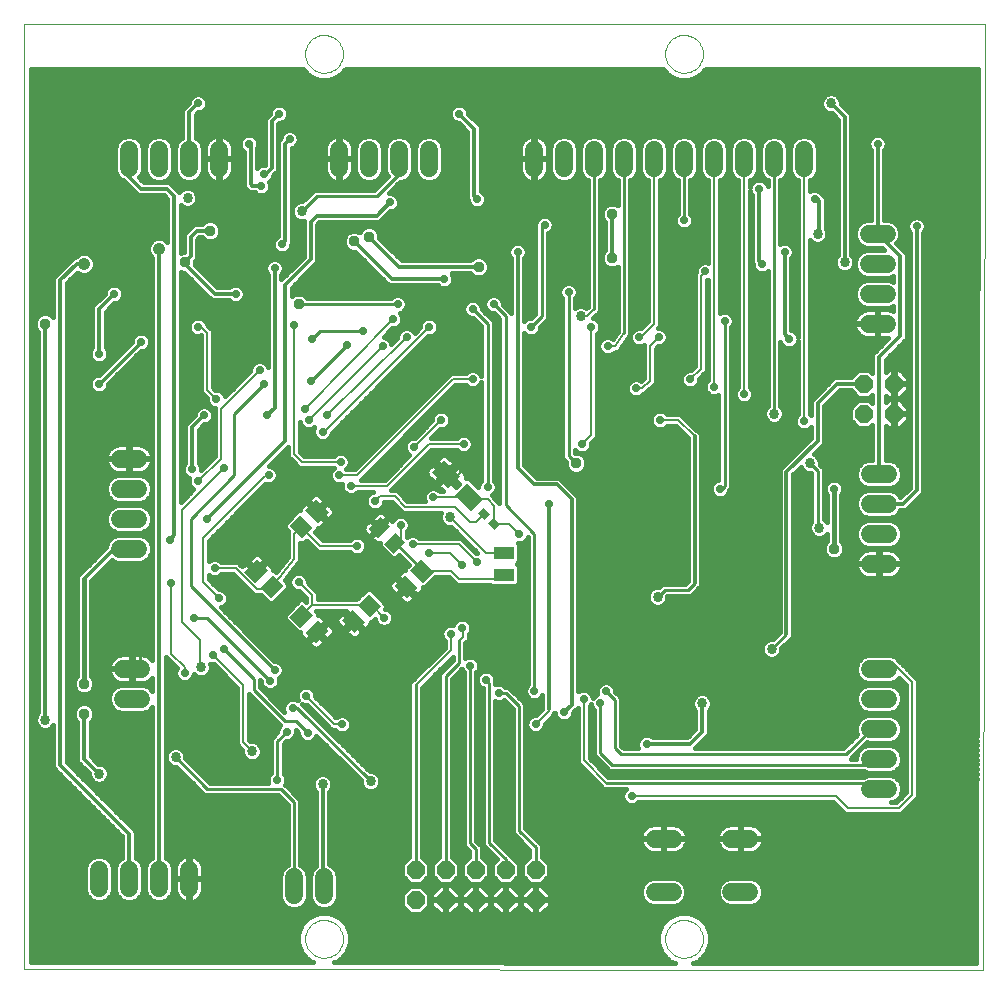
<source format=gbl>
G75*
%MOIN*%
%OFA0B0*%
%FSLAX24Y24*%
%IPPOS*%
%LPD*%
%AMOC8*
5,1,8,0,0,1.08239X$1,22.5*
%
%ADD10C,0.0000*%
%ADD11C,0.0600*%
%ADD12R,0.0512X0.0591*%
%ADD13R,0.0430X0.0550*%
%ADD14R,0.0709X0.0433*%
%ADD15R,0.0768X0.0591*%
%ADD16R,0.0315X0.0276*%
%ADD17OC8,0.0600*%
%ADD18C,0.0160*%
%ADD19C,0.0337*%
%ADD20C,0.0080*%
%ADD21C,0.0290*%
%ADD22C,0.0120*%
%ADD23C,0.0100*%
%ADD24C,0.0376*%
%ADD25C,0.0416*%
D10*
X003760Y002393D02*
X003760Y033889D01*
X035780Y033889D01*
X035730Y002343D01*
X003760Y002393D01*
X013130Y003393D02*
X013132Y003443D01*
X013138Y003493D01*
X013148Y003542D01*
X013162Y003590D01*
X013179Y003637D01*
X013200Y003682D01*
X013225Y003726D01*
X013253Y003767D01*
X013285Y003806D01*
X013319Y003843D01*
X013356Y003877D01*
X013396Y003907D01*
X013438Y003934D01*
X013482Y003958D01*
X013528Y003979D01*
X013575Y003995D01*
X013623Y004008D01*
X013673Y004017D01*
X013722Y004022D01*
X013773Y004023D01*
X013823Y004020D01*
X013872Y004013D01*
X013921Y004002D01*
X013969Y003987D01*
X014015Y003969D01*
X014060Y003947D01*
X014103Y003921D01*
X014144Y003892D01*
X014183Y003860D01*
X014219Y003825D01*
X014251Y003787D01*
X014281Y003747D01*
X014308Y003704D01*
X014331Y003660D01*
X014350Y003614D01*
X014366Y003566D01*
X014378Y003517D01*
X014386Y003468D01*
X014390Y003418D01*
X014390Y003368D01*
X014386Y003318D01*
X014378Y003269D01*
X014366Y003220D01*
X014350Y003172D01*
X014331Y003126D01*
X014308Y003082D01*
X014281Y003039D01*
X014251Y002999D01*
X014219Y002961D01*
X014183Y002926D01*
X014144Y002894D01*
X014103Y002865D01*
X014060Y002839D01*
X014015Y002817D01*
X013969Y002799D01*
X013921Y002784D01*
X013872Y002773D01*
X013823Y002766D01*
X013773Y002763D01*
X013722Y002764D01*
X013673Y002769D01*
X013623Y002778D01*
X013575Y002791D01*
X013528Y002807D01*
X013482Y002828D01*
X013438Y002852D01*
X013396Y002879D01*
X013356Y002909D01*
X013319Y002943D01*
X013285Y002980D01*
X013253Y003019D01*
X013225Y003060D01*
X013200Y003104D01*
X013179Y003149D01*
X013162Y003196D01*
X013148Y003244D01*
X013138Y003293D01*
X013132Y003343D01*
X013130Y003393D01*
X025130Y003393D02*
X025132Y003443D01*
X025138Y003493D01*
X025148Y003542D01*
X025162Y003590D01*
X025179Y003637D01*
X025200Y003682D01*
X025225Y003726D01*
X025253Y003767D01*
X025285Y003806D01*
X025319Y003843D01*
X025356Y003877D01*
X025396Y003907D01*
X025438Y003934D01*
X025482Y003958D01*
X025528Y003979D01*
X025575Y003995D01*
X025623Y004008D01*
X025673Y004017D01*
X025722Y004022D01*
X025773Y004023D01*
X025823Y004020D01*
X025872Y004013D01*
X025921Y004002D01*
X025969Y003987D01*
X026015Y003969D01*
X026060Y003947D01*
X026103Y003921D01*
X026144Y003892D01*
X026183Y003860D01*
X026219Y003825D01*
X026251Y003787D01*
X026281Y003747D01*
X026308Y003704D01*
X026331Y003660D01*
X026350Y003614D01*
X026366Y003566D01*
X026378Y003517D01*
X026386Y003468D01*
X026390Y003418D01*
X026390Y003368D01*
X026386Y003318D01*
X026378Y003269D01*
X026366Y003220D01*
X026350Y003172D01*
X026331Y003126D01*
X026308Y003082D01*
X026281Y003039D01*
X026251Y002999D01*
X026219Y002961D01*
X026183Y002926D01*
X026144Y002894D01*
X026103Y002865D01*
X026060Y002839D01*
X026015Y002817D01*
X025969Y002799D01*
X025921Y002784D01*
X025872Y002773D01*
X025823Y002766D01*
X025773Y002763D01*
X025722Y002764D01*
X025673Y002769D01*
X025623Y002778D01*
X025575Y002791D01*
X025528Y002807D01*
X025482Y002828D01*
X025438Y002852D01*
X025396Y002879D01*
X025356Y002909D01*
X025319Y002943D01*
X025285Y002980D01*
X025253Y003019D01*
X025225Y003060D01*
X025200Y003104D01*
X025179Y003149D01*
X025162Y003196D01*
X025148Y003244D01*
X025138Y003293D01*
X025132Y003343D01*
X025130Y003393D01*
X025130Y032893D02*
X025132Y032943D01*
X025138Y032993D01*
X025148Y033042D01*
X025162Y033090D01*
X025179Y033137D01*
X025200Y033182D01*
X025225Y033226D01*
X025253Y033267D01*
X025285Y033306D01*
X025319Y033343D01*
X025356Y033377D01*
X025396Y033407D01*
X025438Y033434D01*
X025482Y033458D01*
X025528Y033479D01*
X025575Y033495D01*
X025623Y033508D01*
X025673Y033517D01*
X025722Y033522D01*
X025773Y033523D01*
X025823Y033520D01*
X025872Y033513D01*
X025921Y033502D01*
X025969Y033487D01*
X026015Y033469D01*
X026060Y033447D01*
X026103Y033421D01*
X026144Y033392D01*
X026183Y033360D01*
X026219Y033325D01*
X026251Y033287D01*
X026281Y033247D01*
X026308Y033204D01*
X026331Y033160D01*
X026350Y033114D01*
X026366Y033066D01*
X026378Y033017D01*
X026386Y032968D01*
X026390Y032918D01*
X026390Y032868D01*
X026386Y032818D01*
X026378Y032769D01*
X026366Y032720D01*
X026350Y032672D01*
X026331Y032626D01*
X026308Y032582D01*
X026281Y032539D01*
X026251Y032499D01*
X026219Y032461D01*
X026183Y032426D01*
X026144Y032394D01*
X026103Y032365D01*
X026060Y032339D01*
X026015Y032317D01*
X025969Y032299D01*
X025921Y032284D01*
X025872Y032273D01*
X025823Y032266D01*
X025773Y032263D01*
X025722Y032264D01*
X025673Y032269D01*
X025623Y032278D01*
X025575Y032291D01*
X025528Y032307D01*
X025482Y032328D01*
X025438Y032352D01*
X025396Y032379D01*
X025356Y032409D01*
X025319Y032443D01*
X025285Y032480D01*
X025253Y032519D01*
X025225Y032560D01*
X025200Y032604D01*
X025179Y032649D01*
X025162Y032696D01*
X025148Y032744D01*
X025138Y032793D01*
X025132Y032843D01*
X025130Y032893D01*
X013130Y032893D02*
X013132Y032943D01*
X013138Y032993D01*
X013148Y033042D01*
X013162Y033090D01*
X013179Y033137D01*
X013200Y033182D01*
X013225Y033226D01*
X013253Y033267D01*
X013285Y033306D01*
X013319Y033343D01*
X013356Y033377D01*
X013396Y033407D01*
X013438Y033434D01*
X013482Y033458D01*
X013528Y033479D01*
X013575Y033495D01*
X013623Y033508D01*
X013673Y033517D01*
X013722Y033522D01*
X013773Y033523D01*
X013823Y033520D01*
X013872Y033513D01*
X013921Y033502D01*
X013969Y033487D01*
X014015Y033469D01*
X014060Y033447D01*
X014103Y033421D01*
X014144Y033392D01*
X014183Y033360D01*
X014219Y033325D01*
X014251Y033287D01*
X014281Y033247D01*
X014308Y033204D01*
X014331Y033160D01*
X014350Y033114D01*
X014366Y033066D01*
X014378Y033017D01*
X014386Y032968D01*
X014390Y032918D01*
X014390Y032868D01*
X014386Y032818D01*
X014378Y032769D01*
X014366Y032720D01*
X014350Y032672D01*
X014331Y032626D01*
X014308Y032582D01*
X014281Y032539D01*
X014251Y032499D01*
X014219Y032461D01*
X014183Y032426D01*
X014144Y032394D01*
X014103Y032365D01*
X014060Y032339D01*
X014015Y032317D01*
X013969Y032299D01*
X013921Y032284D01*
X013872Y032273D01*
X013823Y032266D01*
X013773Y032263D01*
X013722Y032264D01*
X013673Y032269D01*
X013623Y032278D01*
X013575Y032291D01*
X013528Y032307D01*
X013482Y032328D01*
X013438Y032352D01*
X013396Y032379D01*
X013356Y032409D01*
X013319Y032443D01*
X013285Y032480D01*
X013253Y032519D01*
X013225Y032560D01*
X013200Y032604D01*
X013179Y032649D01*
X013162Y032696D01*
X013148Y032744D01*
X013138Y032793D01*
X013132Y032843D01*
X013130Y032893D01*
D11*
X014260Y029693D02*
X014260Y029093D01*
X015260Y029093D02*
X015260Y029693D01*
X016260Y029693D02*
X016260Y029093D01*
X017260Y029093D02*
X017260Y029693D01*
X020760Y029693D02*
X020760Y029093D01*
X021760Y029093D02*
X021760Y029693D01*
X022760Y029693D02*
X022760Y029093D01*
X023760Y029093D02*
X023760Y029693D01*
X024760Y029693D02*
X024760Y029093D01*
X025760Y029093D02*
X025760Y029693D01*
X026760Y029693D02*
X026760Y029093D01*
X027760Y029093D02*
X027760Y029693D01*
X028760Y029693D02*
X028760Y029093D01*
X029760Y029093D02*
X029760Y029693D01*
X031910Y026893D02*
X032510Y026893D01*
X032510Y025893D02*
X031910Y025893D01*
X031910Y024893D02*
X032510Y024893D01*
X032510Y023893D02*
X031910Y023893D01*
X031960Y018893D02*
X032560Y018893D01*
X032560Y017893D02*
X031960Y017893D01*
X031960Y016893D02*
X032560Y016893D01*
X032560Y015893D02*
X031960Y015893D01*
X031960Y012393D02*
X032560Y012393D01*
X032560Y011393D02*
X031960Y011393D01*
X031960Y010393D02*
X032560Y010393D01*
X032560Y009393D02*
X031960Y009393D01*
X031960Y008393D02*
X032560Y008393D01*
X027940Y006733D02*
X027340Y006733D01*
X027340Y004953D02*
X027940Y004953D01*
X025380Y004953D02*
X024780Y004953D01*
X024780Y006733D02*
X025380Y006733D01*
X013760Y005443D02*
X013760Y004843D01*
X012760Y004843D02*
X012760Y005443D01*
X009260Y005693D02*
X009260Y005093D01*
X008260Y005093D02*
X008260Y005693D01*
X007260Y005693D02*
X007260Y005093D01*
X006260Y005093D02*
X006260Y005693D01*
X007060Y011393D02*
X007660Y011393D01*
X007660Y012393D02*
X007060Y012393D01*
X006960Y016393D02*
X007560Y016393D01*
X007560Y017393D02*
X006960Y017393D01*
X006960Y018393D02*
X007560Y018393D01*
X007560Y019393D02*
X006960Y019393D01*
X007260Y029093D02*
X007260Y029693D01*
X008260Y029693D02*
X008260Y029093D01*
X009260Y029093D02*
X009260Y029693D01*
X010260Y029693D02*
X010260Y029093D01*
D12*
G36*
X013913Y017631D02*
X013551Y017269D01*
X013135Y017685D01*
X013497Y018047D01*
X013913Y017631D01*
G37*
G36*
X013384Y017102D02*
X013022Y016740D01*
X012606Y017156D01*
X012968Y017518D01*
X013384Y017102D01*
G37*
G36*
X011522Y016047D02*
X011884Y015685D01*
X011468Y015269D01*
X011106Y015631D01*
X011522Y016047D01*
G37*
G36*
X012051Y015518D02*
X012413Y015156D01*
X011997Y014740D01*
X011635Y015102D01*
X012051Y015518D01*
G37*
G36*
X012968Y013769D02*
X012606Y014131D01*
X013022Y014547D01*
X013384Y014185D01*
X012968Y013769D01*
G37*
G36*
X013497Y013240D02*
X013135Y013602D01*
X013551Y014018D01*
X013913Y013656D01*
X013497Y013240D01*
G37*
G36*
X014356Y014006D02*
X014718Y014368D01*
X015134Y013952D01*
X014772Y013590D01*
X014356Y014006D01*
G37*
G36*
X014885Y014535D02*
X015247Y014897D01*
X015663Y014481D01*
X015301Y014119D01*
X014885Y014535D01*
G37*
G36*
X016106Y015156D02*
X016468Y015518D01*
X016884Y015102D01*
X016522Y014740D01*
X016106Y015156D01*
G37*
G36*
X016635Y015685D02*
X016997Y016047D01*
X017413Y015631D01*
X017051Y015269D01*
X016635Y015685D01*
G37*
D13*
G36*
X016163Y016928D02*
X016467Y016624D01*
X016079Y016236D01*
X015775Y016540D01*
X016163Y016928D01*
G37*
G36*
X015640Y017451D02*
X015944Y017147D01*
X015556Y016759D01*
X015252Y017063D01*
X015640Y017451D01*
G37*
D14*
X019760Y016263D03*
X019760Y015523D03*
D15*
G36*
X018654Y017631D02*
X018112Y018173D01*
X018530Y018591D01*
X019072Y018049D01*
X018654Y017631D01*
G37*
G36*
X017889Y018396D02*
X017347Y018938D01*
X017765Y019356D01*
X018307Y018814D01*
X017889Y018396D01*
G37*
D16*
G36*
X019079Y017768D02*
X019300Y017547D01*
X019105Y017352D01*
X018884Y017573D01*
X019079Y017768D01*
G37*
G36*
X019414Y017434D02*
X019635Y017213D01*
X019440Y017018D01*
X019219Y017239D01*
X019414Y017434D01*
G37*
D17*
X031760Y020893D03*
X032760Y020893D03*
X032760Y021893D03*
X031760Y021893D03*
X020810Y005693D03*
X020810Y004693D03*
X019810Y004693D03*
X019810Y005693D03*
X018810Y005693D03*
X017810Y005693D03*
X017810Y004693D03*
X018810Y004693D03*
X016810Y004693D03*
X016810Y005693D03*
D18*
X017270Y005722D02*
X017350Y005722D01*
X017350Y005880D02*
X017270Y005880D01*
X017270Y005884D02*
X017020Y006134D01*
X017020Y011770D01*
X018050Y012800D01*
X018050Y012680D01*
X017723Y012353D01*
X017600Y012230D01*
X017600Y006134D01*
X017350Y005884D01*
X017350Y005503D01*
X017619Y005233D01*
X018000Y005233D01*
X018270Y005503D01*
X018270Y005884D01*
X018020Y006134D01*
X018020Y012056D01*
X018345Y012382D01*
X018371Y012321D01*
X018420Y012272D01*
X018420Y006486D01*
X018543Y006363D01*
X018600Y006306D01*
X018600Y006134D01*
X018350Y005884D01*
X018350Y005503D01*
X018619Y005233D01*
X019000Y005233D01*
X019270Y005503D01*
X019270Y005884D01*
X019020Y006134D01*
X019020Y006480D01*
X018896Y006603D01*
X018840Y006660D01*
X018840Y012272D01*
X018888Y012321D01*
X018935Y012433D01*
X018935Y012554D01*
X018888Y012666D01*
X018802Y012752D01*
X018690Y012798D01*
X018569Y012798D01*
X018470Y012757D01*
X018470Y013240D01*
X018472Y013243D01*
X018590Y013360D01*
X018590Y013552D01*
X018618Y013581D01*
X018665Y013693D01*
X018665Y013814D01*
X018618Y013926D01*
X018532Y014012D01*
X018420Y014058D01*
X018299Y014058D01*
X018187Y014012D01*
X018101Y013926D01*
X018068Y013847D01*
X018040Y013858D01*
X017919Y013858D01*
X017807Y013812D01*
X017721Y013726D01*
X017675Y013614D01*
X017675Y013493D01*
X017721Y013381D01*
X017780Y013322D01*
X017780Y013096D01*
X016737Y012053D01*
X016723Y012053D01*
X016600Y011930D01*
X016600Y006134D01*
X016350Y005884D01*
X016350Y005503D01*
X016619Y005233D01*
X017000Y005233D01*
X017270Y005503D01*
X017270Y005884D01*
X017115Y006039D02*
X017504Y006039D01*
X017600Y006197D02*
X017020Y006197D01*
X017020Y006356D02*
X017600Y006356D01*
X017600Y006514D02*
X017020Y006514D01*
X017020Y006673D02*
X017600Y006673D01*
X017600Y006831D02*
X017020Y006831D01*
X017020Y006990D02*
X017600Y006990D01*
X017600Y007148D02*
X017020Y007148D01*
X017020Y007307D02*
X017600Y007307D01*
X017600Y007465D02*
X017020Y007465D01*
X017020Y007624D02*
X017600Y007624D01*
X017600Y007782D02*
X017020Y007782D01*
X017020Y007941D02*
X017600Y007941D01*
X017600Y008099D02*
X017020Y008099D01*
X017020Y008258D02*
X017600Y008258D01*
X017600Y008416D02*
X017020Y008416D01*
X017020Y008575D02*
X017600Y008575D01*
X017600Y008733D02*
X017020Y008733D01*
X017020Y008892D02*
X017600Y008892D01*
X017600Y009050D02*
X017020Y009050D01*
X017020Y009209D02*
X017600Y009209D01*
X017600Y009367D02*
X017020Y009367D01*
X017020Y009526D02*
X017600Y009526D01*
X017600Y009684D02*
X017020Y009684D01*
X017020Y009843D02*
X017600Y009843D01*
X017600Y010001D02*
X017020Y010001D01*
X017020Y010160D02*
X017600Y010160D01*
X017600Y010318D02*
X017020Y010318D01*
X017020Y010477D02*
X017600Y010477D01*
X017600Y010635D02*
X017020Y010635D01*
X017020Y010794D02*
X017600Y010794D01*
X017600Y010952D02*
X017020Y010952D01*
X017020Y011111D02*
X017600Y011111D01*
X017600Y011269D02*
X017020Y011269D01*
X017020Y011428D02*
X017600Y011428D01*
X017600Y011586D02*
X017020Y011586D01*
X017020Y011745D02*
X017600Y011745D01*
X017600Y011903D02*
X017152Y011903D01*
X017311Y012062D02*
X017600Y012062D01*
X017600Y012220D02*
X017469Y012220D01*
X017628Y012379D02*
X017748Y012379D01*
X017786Y012537D02*
X017907Y012537D01*
X017945Y012696D02*
X018050Y012696D01*
X018342Y012379D02*
X018347Y012379D01*
X018420Y012220D02*
X018184Y012220D01*
X018025Y012062D02*
X018420Y012062D01*
X018420Y011903D02*
X018020Y011903D01*
X018020Y011745D02*
X018420Y011745D01*
X018420Y011586D02*
X018020Y011586D01*
X018020Y011428D02*
X018420Y011428D01*
X018420Y011269D02*
X018020Y011269D01*
X018020Y011111D02*
X018420Y011111D01*
X018420Y010952D02*
X018020Y010952D01*
X018020Y010794D02*
X018420Y010794D01*
X018420Y010635D02*
X018020Y010635D01*
X018020Y010477D02*
X018420Y010477D01*
X018420Y010318D02*
X018020Y010318D01*
X018020Y010160D02*
X018420Y010160D01*
X018420Y010001D02*
X018020Y010001D01*
X018020Y009843D02*
X018420Y009843D01*
X018420Y009684D02*
X018020Y009684D01*
X018020Y009526D02*
X018420Y009526D01*
X018420Y009367D02*
X018020Y009367D01*
X018020Y009209D02*
X018420Y009209D01*
X018420Y009050D02*
X018020Y009050D01*
X018020Y008892D02*
X018420Y008892D01*
X018420Y008733D02*
X018020Y008733D01*
X018020Y008575D02*
X018420Y008575D01*
X018420Y008416D02*
X018020Y008416D01*
X018020Y008258D02*
X018420Y008258D01*
X018420Y008099D02*
X018020Y008099D01*
X018020Y007941D02*
X018420Y007941D01*
X018420Y007782D02*
X018020Y007782D01*
X018020Y007624D02*
X018420Y007624D01*
X018420Y007465D02*
X018020Y007465D01*
X018020Y007307D02*
X018420Y007307D01*
X018420Y007148D02*
X018020Y007148D01*
X018020Y006990D02*
X018420Y006990D01*
X018420Y006831D02*
X018020Y006831D01*
X018020Y006673D02*
X018420Y006673D01*
X018420Y006514D02*
X018020Y006514D01*
X018020Y006356D02*
X018550Y006356D01*
X018543Y006363D02*
X018543Y006363D01*
X018600Y006197D02*
X018020Y006197D01*
X018115Y006039D02*
X018504Y006039D01*
X018350Y005880D02*
X018270Y005880D01*
X018270Y005722D02*
X018350Y005722D01*
X018350Y005563D02*
X018270Y005563D01*
X018172Y005405D02*
X018447Y005405D01*
X018606Y005246D02*
X018013Y005246D01*
X018008Y005173D02*
X017830Y005173D01*
X017830Y004713D01*
X018290Y004713D01*
X018290Y004892D01*
X018008Y005173D01*
X018094Y005088D02*
X018525Y005088D01*
X018611Y005173D02*
X018330Y004892D01*
X018330Y004713D01*
X018790Y004713D01*
X018790Y005173D01*
X018611Y005173D01*
X018790Y005088D02*
X018830Y005088D01*
X018830Y005173D02*
X018830Y004713D01*
X019290Y004713D01*
X019290Y004892D01*
X019008Y005173D01*
X018830Y005173D01*
X019013Y005246D02*
X019606Y005246D01*
X019619Y005233D02*
X020000Y005233D01*
X020270Y005503D01*
X020270Y005884D01*
X020000Y006153D01*
X019996Y006153D01*
X019896Y006253D01*
X019470Y006680D01*
X019470Y011309D01*
X019519Y011288D01*
X019640Y011288D01*
X019752Y011335D01*
X019762Y011344D01*
X020050Y011056D01*
X020050Y006906D01*
X020600Y006356D01*
X019794Y006356D01*
X019635Y006514D02*
X020442Y006514D01*
X020600Y006356D02*
X020600Y006134D01*
X020350Y005884D01*
X020350Y005503D01*
X020619Y005233D01*
X021000Y005233D01*
X021270Y005503D01*
X021270Y005884D01*
X021020Y006134D01*
X021020Y006530D01*
X020896Y006653D01*
X020470Y007080D01*
X020470Y011230D01*
X020346Y011353D01*
X019896Y011803D01*
X019801Y011803D01*
X019752Y011852D01*
X019640Y011898D01*
X019519Y011898D01*
X019470Y011878D01*
X019470Y012010D01*
X019465Y012015D01*
X019465Y012084D01*
X019418Y012196D01*
X019332Y012282D01*
X019220Y012328D01*
X019099Y012328D01*
X018987Y012282D01*
X018901Y012196D01*
X018855Y012084D01*
X018855Y011963D01*
X018901Y011851D01*
X018987Y011765D01*
X019050Y011739D01*
X019050Y006506D01*
X019511Y006045D01*
X019350Y005884D01*
X019350Y005503D01*
X019619Y005233D01*
X019611Y005173D02*
X019330Y004892D01*
X019330Y004713D01*
X019790Y004713D01*
X019790Y005173D01*
X019611Y005173D01*
X019525Y005088D02*
X019094Y005088D01*
X019252Y004929D02*
X019367Y004929D01*
X019330Y004771D02*
X019290Y004771D01*
X019290Y004673D02*
X018830Y004673D01*
X018830Y004713D01*
X018790Y004713D01*
X018790Y004673D01*
X018830Y004673D01*
X018830Y004213D01*
X019008Y004213D01*
X019290Y004494D01*
X019290Y004673D01*
X019330Y004673D02*
X019330Y004494D01*
X019611Y004213D01*
X019790Y004213D01*
X019790Y004673D01*
X019830Y004673D01*
X019830Y004713D01*
X020290Y004713D01*
X020290Y004892D01*
X020008Y005173D01*
X019830Y005173D01*
X019830Y004713D01*
X019790Y004713D01*
X019790Y004673D01*
X019330Y004673D01*
X019330Y004612D02*
X019290Y004612D01*
X019249Y004454D02*
X019370Y004454D01*
X019529Y004295D02*
X019090Y004295D01*
X018830Y004295D02*
X018790Y004295D01*
X018790Y004213D02*
X018790Y004673D01*
X018330Y004673D01*
X018330Y004494D01*
X018611Y004213D01*
X018790Y004213D01*
X018790Y004454D02*
X018830Y004454D01*
X018830Y004612D02*
X018790Y004612D01*
X018790Y004771D02*
X018830Y004771D01*
X018830Y004929D02*
X018790Y004929D01*
X018367Y004929D02*
X018252Y004929D01*
X018290Y004771D02*
X018330Y004771D01*
X018290Y004673D02*
X017830Y004673D01*
X017830Y004713D01*
X017790Y004713D01*
X017790Y005173D01*
X017611Y005173D01*
X017330Y004892D01*
X017330Y004713D01*
X017790Y004713D01*
X017790Y004673D01*
X017830Y004673D01*
X017830Y004213D01*
X018008Y004213D01*
X018290Y004494D01*
X018290Y004673D01*
X018290Y004612D02*
X018330Y004612D01*
X018370Y004454D02*
X018249Y004454D01*
X018090Y004295D02*
X018529Y004295D01*
X017830Y004295D02*
X017790Y004295D01*
X017790Y004213D02*
X017790Y004673D01*
X017330Y004673D01*
X017330Y004494D01*
X017611Y004213D01*
X017790Y004213D01*
X017790Y004454D02*
X017830Y004454D01*
X017830Y004612D02*
X017790Y004612D01*
X017790Y004771D02*
X017830Y004771D01*
X017830Y004929D02*
X017790Y004929D01*
X017790Y005088D02*
X017830Y005088D01*
X017606Y005246D02*
X017013Y005246D01*
X017000Y005153D02*
X016619Y005153D01*
X016350Y004884D01*
X016350Y004503D01*
X016619Y004233D01*
X017000Y004233D01*
X017270Y004503D01*
X017270Y004884D01*
X017000Y005153D01*
X017066Y005088D02*
X017525Y005088D01*
X017367Y004929D02*
X017224Y004929D01*
X017270Y004771D02*
X017330Y004771D01*
X017330Y004612D02*
X017270Y004612D01*
X017221Y004454D02*
X017370Y004454D01*
X017529Y004295D02*
X017062Y004295D01*
X016557Y004295D02*
X003990Y004295D01*
X003990Y004137D02*
X013307Y004137D01*
X013272Y004122D02*
X013031Y003880D01*
X012900Y003564D01*
X012900Y003222D01*
X013031Y002906D01*
X013272Y002664D01*
X013408Y002608D01*
X003990Y002623D01*
X003990Y032393D01*
X013043Y032393D01*
X013272Y032164D01*
X013588Y032033D01*
X013931Y032033D01*
X014247Y032164D01*
X014476Y032393D01*
X025043Y032393D01*
X025272Y032164D01*
X025588Y032033D01*
X025931Y032033D01*
X026247Y032164D01*
X026476Y032393D01*
X035547Y032393D01*
X035500Y002574D01*
X026063Y002588D01*
X026247Y002664D01*
X026489Y002906D01*
X026619Y003222D01*
X026619Y003564D01*
X026489Y003880D01*
X026247Y004122D01*
X025931Y004253D01*
X025588Y004253D01*
X025272Y004122D01*
X025031Y003880D01*
X024900Y003564D01*
X024900Y003222D01*
X025031Y002906D01*
X025272Y002664D01*
X025453Y002589D01*
X014109Y002607D01*
X014247Y002664D01*
X014489Y002906D01*
X014619Y003222D01*
X014619Y003564D01*
X014489Y003880D01*
X014247Y004122D01*
X013931Y004253D01*
X013588Y004253D01*
X013272Y004122D01*
X013128Y003978D02*
X003990Y003978D01*
X003990Y003820D02*
X013005Y003820D01*
X012940Y003661D02*
X003990Y003661D01*
X003990Y003503D02*
X012900Y003503D01*
X012900Y003344D02*
X003990Y003344D01*
X003990Y003186D02*
X012915Y003186D01*
X012980Y003027D02*
X003990Y003027D01*
X003990Y002869D02*
X013068Y002869D01*
X013226Y002710D02*
X003990Y002710D01*
X003990Y004454D02*
X012498Y004454D01*
X012499Y004453D02*
X012668Y004383D01*
X012851Y004383D01*
X013020Y004453D01*
X013149Y004583D01*
X013220Y004752D01*
X013220Y005535D01*
X013149Y005704D01*
X013020Y005833D01*
X012970Y005854D01*
X012970Y008030D01*
X012520Y008480D01*
X012464Y008536D01*
X012505Y008633D01*
X012505Y008754D01*
X012458Y008866D01*
X012410Y008915D01*
X012410Y009886D01*
X012501Y009978D01*
X012570Y009978D01*
X012682Y010025D01*
X012768Y010111D01*
X012815Y010223D01*
X012815Y010341D01*
X012905Y010251D01*
X012905Y010183D01*
X012951Y010071D01*
X013037Y009985D01*
X013149Y009938D01*
X013270Y009938D01*
X013382Y009985D01*
X013468Y010071D01*
X013502Y010153D01*
X014981Y008675D01*
X014981Y008578D01*
X015031Y008457D01*
X015123Y008365D01*
X015244Y008315D01*
X015375Y008315D01*
X015496Y008365D01*
X015588Y008457D01*
X015638Y008578D01*
X015638Y008709D01*
X015588Y008829D01*
X015496Y008922D01*
X015375Y008972D01*
X015278Y008972D01*
X013070Y011180D01*
X013035Y011215D01*
X013099Y011188D01*
X013182Y011188D01*
X013886Y010484D01*
X013886Y010484D01*
X013941Y010429D01*
X013984Y010386D01*
X014003Y010367D01*
X014030Y010367D01*
X014041Y010363D01*
X014060Y010343D01*
X014128Y010343D01*
X014187Y010285D01*
X014299Y010238D01*
X014420Y010238D01*
X014532Y010285D01*
X014618Y010371D01*
X014665Y010483D01*
X014665Y010604D01*
X014618Y010716D01*
X014532Y010802D01*
X014420Y010848D01*
X014299Y010848D01*
X014187Y010802D01*
X014160Y010775D01*
X013465Y011471D01*
X013465Y011554D01*
X013418Y011666D01*
X013332Y011752D01*
X013220Y011798D01*
X013099Y011798D01*
X012987Y011752D01*
X012901Y011666D01*
X012855Y011554D01*
X012855Y011433D01*
X012892Y011342D01*
X012882Y011352D01*
X012770Y011398D01*
X012649Y011398D01*
X012537Y011352D01*
X012451Y011266D01*
X012405Y011154D01*
X012405Y011033D01*
X012431Y010969D01*
X011620Y011780D01*
X011620Y012036D01*
X011655Y012001D01*
X011655Y011933D01*
X011701Y011821D01*
X011787Y011735D01*
X011899Y011688D01*
X012020Y011688D01*
X012132Y011735D01*
X012218Y011821D01*
X012265Y011933D01*
X012265Y012054D01*
X012256Y012074D01*
X012282Y012085D01*
X012368Y012171D01*
X012415Y012283D01*
X012415Y012404D01*
X012368Y012516D01*
X012282Y012602D01*
X012170Y012648D01*
X012101Y012648D01*
X010311Y014438D01*
X010330Y014438D01*
X010442Y014485D01*
X010528Y014571D01*
X010575Y014683D01*
X010575Y014804D01*
X010528Y014916D01*
X010442Y015002D01*
X010330Y015048D01*
X010247Y015048D01*
X009910Y015386D01*
X009910Y015512D01*
X009937Y015485D01*
X010049Y015438D01*
X010170Y015438D01*
X010282Y015485D01*
X010341Y015543D01*
X010727Y015543D01*
X011310Y014960D01*
X011427Y014843D01*
X011666Y014843D01*
X011930Y014579D01*
X012062Y014579D01*
X012574Y015090D01*
X012574Y015223D01*
X012451Y015346D01*
X012909Y015926D01*
X012960Y015976D01*
X012960Y015990D01*
X012968Y016000D01*
X012960Y016071D01*
X012960Y016579D01*
X013089Y016579D01*
X013176Y016665D01*
X013548Y016293D01*
X014628Y016293D01*
X014687Y016235D01*
X014799Y016188D01*
X014920Y016188D01*
X015032Y016235D01*
X015118Y016321D01*
X015165Y016433D01*
X015165Y016554D01*
X015118Y016666D01*
X015032Y016752D01*
X014920Y016798D01*
X014799Y016798D01*
X014687Y016752D01*
X014628Y016693D01*
X013713Y016693D01*
X013458Y016948D01*
X013545Y017035D01*
X013545Y017088D01*
X013576Y017088D01*
X013621Y017100D01*
X013662Y017124D01*
X013826Y017288D01*
X013524Y017590D01*
X013592Y017658D01*
X013524Y017726D01*
X013798Y018000D01*
X013607Y018192D01*
X013566Y018215D01*
X013520Y018228D01*
X013472Y018228D01*
X013427Y018215D01*
X013386Y018192D01*
X013222Y018028D01*
X013524Y017726D01*
X013456Y017658D01*
X013154Y017960D01*
X012990Y017796D01*
X012967Y017755D01*
X012954Y017709D01*
X012954Y017679D01*
X012901Y017679D01*
X012445Y017223D01*
X012445Y017090D01*
X012560Y016976D01*
X012560Y016976D01*
X012560Y016129D01*
X012166Y015631D01*
X012118Y015679D01*
X012065Y015679D01*
X012065Y015709D01*
X012053Y015755D01*
X012029Y015796D01*
X011865Y015960D01*
X011563Y015658D01*
X011495Y015726D01*
X011427Y015658D01*
X011153Y015932D01*
X011028Y015807D01*
X010892Y015943D01*
X010341Y015943D01*
X010282Y016002D01*
X010170Y016048D01*
X010049Y016048D01*
X009937Y016002D01*
X009910Y015975D01*
X009910Y016660D01*
X011805Y018556D01*
X011849Y018538D01*
X011970Y018538D01*
X012082Y018585D01*
X012168Y018671D01*
X012215Y018783D01*
X012215Y018904D01*
X012168Y019016D01*
X012082Y019102D01*
X011970Y019148D01*
X011926Y019148D01*
X012551Y019773D01*
X012560Y019782D01*
X012560Y019460D01*
X012677Y019343D01*
X012927Y019093D01*
X014078Y019093D01*
X014001Y019016D01*
X013955Y018904D01*
X013955Y018783D01*
X014001Y018671D01*
X014087Y018585D01*
X014199Y018538D01*
X014320Y018538D01*
X014355Y018553D01*
X014355Y018433D01*
X014401Y018321D01*
X014487Y018235D01*
X014599Y018188D01*
X014720Y018188D01*
X014832Y018235D01*
X014891Y018293D01*
X015387Y018293D01*
X015287Y018252D01*
X015201Y018166D01*
X015155Y018054D01*
X015155Y017933D01*
X015201Y017821D01*
X015287Y017735D01*
X015399Y017688D01*
X015520Y017688D01*
X015632Y017735D01*
X015718Y017821D01*
X015765Y017933D01*
X015765Y017943D01*
X016027Y017943D01*
X016377Y017593D01*
X017666Y017593D01*
X017631Y017509D01*
X017631Y017378D01*
X017681Y017257D01*
X017773Y017165D01*
X017894Y017115D01*
X018005Y017115D01*
X018872Y016248D01*
X018837Y016248D01*
X018342Y016743D01*
X016941Y016743D01*
X016882Y016802D01*
X016770Y016848D01*
X016649Y016848D01*
X016537Y016802D01*
X016526Y016792D01*
X016510Y016808D01*
X016510Y016962D01*
X016568Y017021D01*
X016615Y017133D01*
X016615Y017254D01*
X016568Y017366D01*
X016482Y017452D01*
X016370Y017498D01*
X016249Y017498D01*
X016137Y017452D01*
X016051Y017366D01*
X016030Y017316D01*
X015939Y017407D01*
X015637Y017105D01*
X015598Y017144D01*
X015900Y017446D01*
X015751Y017595D01*
X015710Y017619D01*
X015664Y017631D01*
X015617Y017631D01*
X015571Y017619D01*
X015530Y017595D01*
X015338Y017404D01*
X015598Y017144D01*
X015559Y017105D01*
X015299Y017365D01*
X015107Y017173D01*
X015084Y017132D01*
X015071Y017086D01*
X015071Y017039D01*
X015084Y016993D01*
X015107Y016952D01*
X015257Y016803D01*
X015559Y017105D01*
X015598Y017066D01*
X015296Y016764D01*
X015445Y016614D01*
X015486Y016591D01*
X015532Y016578D01*
X015579Y016578D01*
X015615Y016588D01*
X015615Y016473D01*
X016012Y016075D01*
X016145Y016075D01*
X016245Y016176D01*
X016581Y015859D01*
X016474Y015752D01*
X016474Y015699D01*
X016444Y015699D01*
X016398Y015686D01*
X016357Y015663D01*
X016193Y015499D01*
X016495Y015197D01*
X016427Y015129D01*
X016125Y015431D01*
X015961Y015267D01*
X015938Y015226D01*
X015925Y015180D01*
X015925Y015133D01*
X015938Y015087D01*
X015961Y015046D01*
X016153Y014855D01*
X016427Y015129D01*
X016495Y015061D01*
X016221Y014787D01*
X016412Y014595D01*
X016453Y014571D01*
X016499Y014559D01*
X016547Y014559D01*
X016592Y014571D01*
X016633Y014595D01*
X016797Y014759D01*
X016495Y015061D01*
X016563Y015129D01*
X016865Y014827D01*
X017029Y014990D01*
X017053Y015032D01*
X017065Y015077D01*
X017065Y015108D01*
X017118Y015108D01*
X017468Y015458D01*
X017912Y015458D01*
X018060Y015310D01*
X018177Y015193D01*
X019292Y015193D01*
X019339Y015147D01*
X020180Y015147D01*
X020274Y015240D01*
X020274Y015806D01*
X020187Y015893D01*
X020274Y015980D01*
X020274Y016546D01*
X020232Y016588D01*
X020320Y016588D01*
X020432Y016635D01*
X020518Y016721D01*
X020550Y016796D01*
X020550Y015306D01*
X020560Y015296D01*
X020560Y011875D01*
X020511Y011826D01*
X020465Y011714D01*
X020465Y011593D01*
X020511Y011481D01*
X020597Y011395D01*
X020709Y011348D01*
X020830Y011348D01*
X020942Y011395D01*
X021028Y011481D01*
X021040Y011508D01*
X021040Y011056D01*
X020832Y010848D01*
X020749Y010848D01*
X020637Y010802D01*
X020551Y010716D01*
X020505Y010604D01*
X020505Y010483D01*
X020551Y010371D01*
X020637Y010285D01*
X020749Y010238D01*
X020870Y010238D01*
X020982Y010285D01*
X021068Y010371D01*
X021115Y010483D01*
X021115Y010565D01*
X021319Y010770D01*
X021348Y010799D01*
X021436Y010887D01*
X021436Y010909D01*
X021455Y010927D01*
X021455Y010883D01*
X021501Y010771D01*
X021587Y010685D01*
X021699Y010638D01*
X021820Y010638D01*
X021932Y010685D01*
X022018Y010771D01*
X022065Y010883D01*
X022065Y010937D01*
X022101Y010973D01*
X022210Y011082D01*
X022210Y009260D01*
X022950Y008520D01*
X022950Y008506D01*
X023073Y008383D01*
X023818Y008383D01*
X023751Y008316D01*
X023705Y008204D01*
X023705Y008083D01*
X023751Y007971D01*
X023837Y007885D01*
X023949Y007838D01*
X024070Y007838D01*
X024182Y007885D01*
X024241Y007943D01*
X030727Y007943D01*
X031010Y007660D01*
X031127Y007543D01*
X032992Y007543D01*
X033442Y007993D01*
X033560Y008110D01*
X033560Y012026D01*
X033010Y012576D01*
X032962Y012624D01*
X032949Y012654D01*
X032820Y012783D01*
X032651Y012853D01*
X031868Y012853D01*
X031699Y012783D01*
X031570Y012654D01*
X031500Y012485D01*
X031500Y012302D01*
X031570Y012133D01*
X031699Y012003D01*
X031868Y011933D01*
X032651Y011933D01*
X032820Y012003D01*
X032918Y012102D01*
X033160Y011860D01*
X033160Y008276D01*
X032827Y007943D01*
X032675Y007943D01*
X032820Y008003D01*
X032949Y008133D01*
X033020Y008302D01*
X033020Y008485D01*
X032949Y008654D01*
X032820Y008783D01*
X032651Y008853D01*
X031868Y008853D01*
X031747Y008803D01*
X023232Y008803D01*
X022610Y009426D01*
X022610Y011162D01*
X022655Y011207D01*
X022655Y011183D01*
X022701Y011071D01*
X022750Y011022D01*
X022750Y009506D01*
X023150Y009106D01*
X023273Y008983D01*
X031747Y008983D01*
X031868Y008933D01*
X032651Y008933D01*
X032820Y009003D01*
X032949Y009133D01*
X033020Y009302D01*
X033020Y009485D01*
X032949Y009654D01*
X032820Y009783D01*
X032651Y009853D01*
X031868Y009853D01*
X031699Y009783D01*
X031570Y009654D01*
X031500Y009485D01*
X031500Y009403D01*
X031316Y009403D01*
X031370Y009456D01*
X031853Y009940D01*
X031868Y009933D01*
X032651Y009933D01*
X032820Y010003D01*
X032949Y010133D01*
X033020Y010302D01*
X033020Y010485D01*
X032949Y010654D01*
X032820Y010783D01*
X032651Y010853D01*
X031868Y010853D01*
X031699Y010783D01*
X031570Y010654D01*
X031500Y010485D01*
X031500Y010302D01*
X031535Y010216D01*
X031073Y009753D01*
X026131Y009753D01*
X026451Y010073D01*
X026580Y010202D01*
X026580Y010999D01*
X026638Y011057D01*
X026688Y011178D01*
X026688Y011309D01*
X026638Y011429D01*
X026546Y011522D01*
X026425Y011572D01*
X026294Y011572D01*
X026173Y011522D01*
X026081Y011429D01*
X026031Y011309D01*
X026031Y011178D01*
X026081Y011057D01*
X026140Y010999D01*
X026140Y010384D01*
X025868Y010113D01*
X024721Y010113D01*
X024682Y010152D01*
X024570Y010198D01*
X024449Y010198D01*
X024337Y010152D01*
X024251Y010066D01*
X024205Y009954D01*
X024205Y009833D01*
X024237Y009753D01*
X023746Y009753D01*
X023670Y009830D01*
X023670Y011430D01*
X023546Y011553D01*
X023465Y011635D01*
X023465Y011704D01*
X023418Y011816D01*
X023332Y011902D01*
X023220Y011948D01*
X023099Y011948D01*
X022987Y011902D01*
X022901Y011816D01*
X022855Y011704D01*
X022855Y011583D01*
X022873Y011538D01*
X022787Y011502D01*
X022715Y011430D01*
X022715Y011454D01*
X022668Y011566D01*
X022582Y011652D01*
X022470Y011698D01*
X022349Y011698D01*
X022237Y011652D01*
X022230Y011645D01*
X022230Y018134D01*
X022101Y018263D01*
X021601Y018763D01*
X020851Y018763D01*
X020430Y019184D01*
X020430Y023592D01*
X020487Y023535D01*
X020599Y023488D01*
X020720Y023488D01*
X020832Y023535D01*
X020918Y023621D01*
X020965Y023733D01*
X020965Y023801D01*
X021220Y024056D01*
X021220Y026909D01*
X021282Y026935D01*
X021368Y027021D01*
X021415Y027133D01*
X021415Y027254D01*
X021368Y027366D01*
X021282Y027452D01*
X021170Y027498D01*
X021049Y027498D01*
X020937Y027452D01*
X020851Y027366D01*
X020805Y027254D01*
X020805Y027135D01*
X020800Y027130D01*
X020800Y024230D01*
X020668Y024098D01*
X020599Y024098D01*
X020487Y024052D01*
X020430Y023995D01*
X020430Y026082D01*
X020468Y026121D01*
X020515Y026233D01*
X020515Y026354D01*
X020468Y026466D01*
X020382Y026552D01*
X020270Y026598D01*
X020149Y026598D01*
X020037Y026552D01*
X019951Y026466D01*
X019905Y026354D01*
X019905Y026233D01*
X019951Y026121D01*
X019990Y026082D01*
X019990Y024260D01*
X019715Y024535D01*
X019715Y024604D01*
X019668Y024716D01*
X019582Y024802D01*
X019470Y024848D01*
X019349Y024848D01*
X019237Y024802D01*
X019151Y024716D01*
X019105Y024604D01*
X019105Y024483D01*
X019151Y024371D01*
X019237Y024285D01*
X019349Y024238D01*
X019418Y024238D01*
X019600Y024056D01*
X019600Y017936D01*
X019509Y018026D01*
X019360Y018176D01*
X019382Y018185D01*
X019468Y018271D01*
X019515Y018383D01*
X019515Y018504D01*
X019468Y018616D01*
X019420Y018665D01*
X019420Y023980D01*
X019015Y024385D01*
X019015Y024454D01*
X018968Y024566D01*
X018882Y024652D01*
X018770Y024698D01*
X018649Y024698D01*
X018537Y024652D01*
X018451Y024566D01*
X018405Y024454D01*
X018405Y024333D01*
X018451Y024221D01*
X018537Y024135D01*
X018649Y024088D01*
X018718Y024088D01*
X019000Y023806D01*
X019000Y022140D01*
X018968Y022216D01*
X018882Y022302D01*
X018770Y022348D01*
X018649Y022348D01*
X018537Y022302D01*
X018478Y022243D01*
X017977Y022243D01*
X017860Y022126D01*
X014777Y019043D01*
X014491Y019043D01*
X014491Y019043D01*
X014568Y019121D01*
X014615Y019233D01*
X014615Y019354D01*
X014568Y019466D01*
X014482Y019552D01*
X014370Y019598D01*
X014249Y019598D01*
X014137Y019552D01*
X014078Y019493D01*
X013092Y019493D01*
X012960Y019626D01*
X012960Y020621D01*
X013001Y020521D01*
X013087Y020435D01*
X013199Y020388D01*
X013320Y020388D01*
X013432Y020435D01*
X013442Y020444D01*
X013405Y020354D01*
X013405Y020233D01*
X013451Y020121D01*
X013537Y020035D01*
X013649Y019988D01*
X013770Y019988D01*
X013882Y020035D01*
X013968Y020121D01*
X014015Y020233D01*
X014015Y020265D01*
X017237Y023488D01*
X017320Y023488D01*
X017432Y023535D01*
X017518Y023621D01*
X017565Y023733D01*
X017565Y023854D01*
X017518Y023966D01*
X017432Y024052D01*
X017320Y024098D01*
X017199Y024098D01*
X017087Y024052D01*
X017001Y023966D01*
X016955Y023854D01*
X016955Y023771D01*
X016777Y023594D01*
X016768Y023616D01*
X016682Y023702D01*
X016570Y023748D01*
X016449Y023748D01*
X016337Y023702D01*
X016251Y023616D01*
X016205Y023504D01*
X016205Y023424D01*
X016005Y023228D01*
X015968Y023316D01*
X015882Y023402D01*
X015770Y023448D01*
X015755Y023448D01*
X016040Y023738D01*
X016120Y023738D01*
X016232Y023785D01*
X016318Y023871D01*
X016365Y023983D01*
X016365Y024104D01*
X016318Y024216D01*
X016288Y024246D01*
X016382Y024285D01*
X016468Y024371D01*
X016515Y024483D01*
X016515Y024604D01*
X016468Y024716D01*
X016382Y024802D01*
X016270Y024848D01*
X016149Y024848D01*
X016037Y024802D01*
X015988Y024753D01*
X013192Y024753D01*
X013107Y024838D01*
X012979Y024891D01*
X012840Y024891D01*
X012712Y024838D01*
X012680Y024806D01*
X012680Y025102D01*
X013401Y025823D01*
X013530Y025952D01*
X013530Y027202D01*
X013601Y027273D01*
X015601Y027273D01*
X015966Y027638D01*
X016020Y027638D01*
X016132Y027685D01*
X016218Y027771D01*
X016265Y027883D01*
X016265Y028004D01*
X016218Y028116D01*
X016132Y028202D01*
X016020Y028248D01*
X015911Y028248D01*
X016296Y028633D01*
X016351Y028633D01*
X016520Y028703D01*
X016649Y028833D01*
X016720Y029002D01*
X016720Y029785D01*
X016649Y029954D01*
X016520Y030083D01*
X016351Y030153D01*
X016168Y030153D01*
X015999Y030083D01*
X015870Y029954D01*
X015800Y029785D01*
X015800Y029002D01*
X015870Y028833D01*
X015886Y028817D01*
X015423Y028353D01*
X013423Y028353D01*
X013300Y028230D01*
X013041Y027972D01*
X012944Y027972D01*
X012823Y027922D01*
X012731Y027829D01*
X012681Y027709D01*
X012681Y027578D01*
X012731Y027457D01*
X012823Y027365D01*
X012944Y027315D01*
X013075Y027315D01*
X013090Y027321D01*
X013090Y026134D01*
X012330Y025374D01*
X012330Y025532D01*
X012368Y025571D01*
X012415Y025683D01*
X012415Y025804D01*
X012368Y025916D01*
X012282Y026002D01*
X012170Y026048D01*
X012049Y026048D01*
X011937Y026002D01*
X011851Y025916D01*
X011805Y025804D01*
X011805Y025683D01*
X011851Y025571D01*
X011890Y025532D01*
X011890Y022464D01*
X011868Y022516D01*
X011782Y022602D01*
X011670Y022648D01*
X011549Y022648D01*
X011437Y022602D01*
X011351Y022516D01*
X011305Y022404D01*
X011305Y022321D01*
X010457Y021473D01*
X010418Y021566D01*
X010332Y021652D01*
X010220Y021698D01*
X010137Y021698D01*
X010060Y021776D01*
X010060Y023676D01*
X009942Y023793D01*
X009852Y023883D01*
X009818Y023966D01*
X009732Y024052D01*
X009620Y024098D01*
X009499Y024098D01*
X009387Y024052D01*
X009301Y023966D01*
X009255Y023854D01*
X009255Y023733D01*
X009301Y023621D01*
X009387Y023535D01*
X009499Y023488D01*
X009620Y023488D01*
X009660Y023505D01*
X009660Y021610D01*
X009855Y021415D01*
X009855Y021333D01*
X009901Y021221D01*
X009987Y021135D01*
X010099Y021088D01*
X010110Y021088D01*
X010110Y019476D01*
X009665Y019031D01*
X009665Y019104D01*
X009618Y019216D01*
X009580Y019255D01*
X009580Y020352D01*
X009766Y020538D01*
X009820Y020538D01*
X009932Y020585D01*
X010018Y020671D01*
X010065Y020783D01*
X010065Y020904D01*
X010018Y021016D01*
X009932Y021102D01*
X009820Y021148D01*
X009699Y021148D01*
X009587Y021102D01*
X009501Y021016D01*
X009455Y020904D01*
X009455Y020849D01*
X009268Y020663D01*
X009140Y020534D01*
X009140Y019255D01*
X009101Y019216D01*
X009055Y019104D01*
X009055Y018983D01*
X009101Y018871D01*
X009187Y018785D01*
X009273Y018749D01*
X009255Y018704D01*
X009255Y018583D01*
X009301Y018471D01*
X009387Y018385D01*
X009409Y018376D01*
X008980Y017946D01*
X008980Y025620D01*
X009040Y025595D01*
X009096Y025595D01*
X009890Y024802D01*
X010018Y024673D01*
X010598Y024673D01*
X010637Y024635D01*
X010749Y024588D01*
X010870Y024588D01*
X010982Y024635D01*
X011068Y024721D01*
X011115Y024833D01*
X011115Y024954D01*
X011068Y025066D01*
X010982Y025152D01*
X010870Y025198D01*
X010749Y025198D01*
X010637Y025152D01*
X010598Y025113D01*
X010201Y025113D01*
X009452Y025862D01*
X009458Y025874D01*
X009458Y025980D01*
X009530Y026052D01*
X009530Y026702D01*
X009601Y026773D01*
X009687Y026773D01*
X009762Y026698D01*
X009890Y026645D01*
X010029Y026645D01*
X010157Y026698D01*
X010255Y026796D01*
X010308Y026924D01*
X010308Y027063D01*
X010255Y027190D01*
X010157Y027288D01*
X010029Y027341D01*
X009890Y027341D01*
X009762Y027288D01*
X009687Y027213D01*
X009418Y027213D01*
X009290Y027084D01*
X009090Y026884D01*
X009090Y026291D01*
X009040Y026291D01*
X008980Y026266D01*
X008980Y027859D01*
X009023Y027815D01*
X009144Y027765D01*
X009275Y027765D01*
X009396Y027815D01*
X009488Y027907D01*
X009538Y028028D01*
X009538Y028159D01*
X009488Y028279D01*
X009396Y028372D01*
X009275Y028422D01*
X009144Y028422D01*
X009023Y028372D01*
X008933Y028281D01*
X008730Y028484D01*
X008601Y028613D01*
X007751Y028613D01*
X007590Y028774D01*
X007649Y028833D01*
X007720Y029002D01*
X007720Y029785D01*
X007649Y029954D01*
X007520Y030083D01*
X007351Y030153D01*
X007168Y030153D01*
X006999Y030083D01*
X006870Y029954D01*
X006800Y029785D01*
X006800Y029002D01*
X006870Y028833D01*
X006999Y028703D01*
X007066Y028675D01*
X007168Y028573D01*
X007568Y028173D01*
X008418Y028173D01*
X008540Y028052D01*
X008540Y026633D01*
X008468Y026705D01*
X008333Y026761D01*
X008186Y026761D01*
X008051Y026705D01*
X007948Y026602D01*
X007892Y026466D01*
X007892Y026320D01*
X007948Y026185D01*
X008040Y026093D01*
X008040Y012687D01*
X008026Y012706D01*
X007972Y012759D01*
X007911Y012804D01*
X007844Y012838D01*
X007772Y012861D01*
X007697Y012873D01*
X007380Y012873D01*
X007380Y012413D01*
X007340Y012413D01*
X007340Y012873D01*
X007022Y012873D01*
X006947Y012861D01*
X006875Y012838D01*
X006808Y012804D01*
X006747Y012759D01*
X006693Y012706D01*
X006649Y012645D01*
X006615Y012578D01*
X006591Y012506D01*
X006580Y012431D01*
X006580Y012413D01*
X007340Y012413D01*
X007340Y012373D01*
X007380Y012373D01*
X007380Y011913D01*
X007697Y011913D01*
X007772Y011925D01*
X007844Y011948D01*
X007911Y011983D01*
X007972Y012027D01*
X008026Y012081D01*
X008040Y012100D01*
X008040Y011664D01*
X007920Y011783D01*
X007751Y011853D01*
X006968Y011853D01*
X006799Y011783D01*
X006670Y011654D01*
X006600Y011485D01*
X006600Y011302D01*
X006670Y011133D01*
X006799Y011003D01*
X006968Y010933D01*
X007751Y010933D01*
X007920Y011003D01*
X008040Y011123D01*
X008040Y006100D01*
X007999Y006083D01*
X007870Y005954D01*
X007800Y005785D01*
X007800Y005002D01*
X007870Y004833D01*
X007999Y004703D01*
X008168Y004633D01*
X008351Y004633D01*
X008520Y004703D01*
X008649Y004833D01*
X008720Y005002D01*
X008720Y005785D01*
X008649Y005954D01*
X008520Y006083D01*
X008480Y006100D01*
X008480Y012790D01*
X008852Y012418D01*
X008851Y012416D01*
X008805Y012304D01*
X008805Y012183D01*
X008851Y012071D01*
X008937Y011985D01*
X009049Y011938D01*
X009170Y011938D01*
X009282Y011985D01*
X009368Y012071D01*
X009415Y012183D01*
X009415Y012224D01*
X009473Y012165D01*
X009594Y012115D01*
X009725Y012115D01*
X009846Y012165D01*
X009938Y012257D01*
X009988Y012378D01*
X009988Y012509D01*
X009971Y012550D01*
X009999Y012538D01*
X010082Y012538D01*
X010860Y011760D01*
X010860Y009860D01*
X011031Y009689D01*
X011031Y009578D01*
X011081Y009457D01*
X011173Y009365D01*
X011294Y009315D01*
X011425Y009315D01*
X011546Y009365D01*
X011638Y009457D01*
X011688Y009578D01*
X011688Y009709D01*
X011638Y009829D01*
X011546Y009922D01*
X011425Y009972D01*
X011314Y009972D01*
X011260Y010026D01*
X011260Y011546D01*
X012250Y010556D01*
X012300Y010505D01*
X012251Y010456D01*
X012205Y010344D01*
X012205Y010275D01*
X011990Y010060D01*
X011990Y008915D01*
X011941Y008866D01*
X011895Y008754D01*
X011895Y008633D01*
X011907Y008603D01*
X009946Y008603D01*
X009138Y009412D01*
X009138Y009509D01*
X009088Y009629D01*
X008996Y009722D01*
X008875Y009772D01*
X008744Y009772D01*
X008623Y009722D01*
X008531Y009629D01*
X008481Y009509D01*
X008481Y009378D01*
X008531Y009257D01*
X008623Y009165D01*
X008744Y009115D01*
X008841Y009115D01*
X009773Y008183D01*
X012223Y008183D01*
X012550Y007856D01*
X012550Y005854D01*
X012499Y005833D01*
X012370Y005704D01*
X012300Y005535D01*
X012300Y004752D01*
X012370Y004583D01*
X012499Y004453D01*
X012357Y004612D02*
X003990Y004612D01*
X003990Y004771D02*
X005931Y004771D01*
X005870Y004833D02*
X005999Y004703D01*
X006168Y004633D01*
X006351Y004633D01*
X006520Y004703D01*
X006649Y004833D01*
X006720Y005002D01*
X006720Y005785D01*
X006649Y005954D01*
X006520Y006083D01*
X006351Y006153D01*
X006168Y006153D01*
X005999Y006083D01*
X005870Y005954D01*
X005800Y005785D01*
X005800Y005002D01*
X005870Y004833D01*
X005830Y004929D02*
X003990Y004929D01*
X003990Y005088D02*
X005800Y005088D01*
X005800Y005246D02*
X003990Y005246D01*
X003990Y005405D02*
X005800Y005405D01*
X005800Y005563D02*
X003990Y005563D01*
X003990Y005722D02*
X005800Y005722D01*
X005839Y005880D02*
X003990Y005880D01*
X003990Y006039D02*
X005954Y006039D01*
X006565Y006039D02*
X006954Y006039D01*
X006999Y006083D02*
X006870Y005954D01*
X006800Y005785D01*
X006800Y005002D01*
X006870Y004833D01*
X006999Y004703D01*
X007168Y004633D01*
X007351Y004633D01*
X007520Y004703D01*
X007649Y004833D01*
X007720Y005002D01*
X007720Y005785D01*
X007649Y005954D01*
X007520Y006083D01*
X007480Y006100D01*
X007480Y006984D01*
X007351Y007113D01*
X005180Y009284D01*
X005180Y025252D01*
X005530Y025603D01*
X005551Y025582D01*
X005686Y025526D01*
X005833Y025526D01*
X005968Y025582D01*
X006071Y025685D01*
X006127Y025820D01*
X006127Y025966D01*
X006071Y026102D01*
X005968Y026205D01*
X005833Y026261D01*
X005686Y026261D01*
X005551Y026205D01*
X005459Y026113D01*
X005418Y026113D01*
X005290Y025984D01*
X004868Y025563D01*
X004740Y025434D01*
X004740Y024106D01*
X004657Y024188D01*
X004529Y024241D01*
X004390Y024241D01*
X004262Y024188D01*
X004164Y024090D01*
X004111Y023963D01*
X004111Y023824D01*
X004164Y023696D01*
X004240Y023621D01*
X004240Y010938D01*
X004181Y010879D01*
X004131Y010759D01*
X004131Y010628D01*
X004181Y010507D01*
X004273Y010415D01*
X004394Y010365D01*
X004525Y010365D01*
X004646Y010415D01*
X004738Y010507D01*
X004740Y010511D01*
X004740Y009102D01*
X007040Y006802D01*
X007040Y006100D01*
X006999Y006083D01*
X007040Y006197D02*
X003990Y006197D01*
X003990Y006356D02*
X007040Y006356D01*
X007040Y006514D02*
X003990Y006514D01*
X003990Y006673D02*
X007040Y006673D01*
X007010Y006831D02*
X003990Y006831D01*
X003990Y006990D02*
X006852Y006990D01*
X006693Y007148D02*
X003990Y007148D01*
X003990Y007307D02*
X006535Y007307D01*
X006376Y007465D02*
X003990Y007465D01*
X003990Y007624D02*
X006218Y007624D01*
X006059Y007782D02*
X003990Y007782D01*
X003990Y007941D02*
X005901Y007941D01*
X005742Y008099D02*
X003990Y008099D01*
X003990Y008258D02*
X005584Y008258D01*
X005425Y008416D02*
X003990Y008416D01*
X003990Y008575D02*
X005267Y008575D01*
X005108Y008733D02*
X003990Y008733D01*
X003990Y008892D02*
X004950Y008892D01*
X004791Y009050D02*
X003990Y009050D01*
X003990Y009209D02*
X004740Y009209D01*
X004740Y009367D02*
X003990Y009367D01*
X003990Y009526D02*
X004740Y009526D01*
X004740Y009684D02*
X003990Y009684D01*
X003990Y009843D02*
X004740Y009843D01*
X004740Y010001D02*
X003990Y010001D01*
X003990Y010160D02*
X004740Y010160D01*
X004740Y010318D02*
X003990Y010318D01*
X003990Y010477D02*
X004212Y010477D01*
X004131Y010635D02*
X003990Y010635D01*
X003990Y010794D02*
X004146Y010794D01*
X004240Y010952D02*
X003990Y010952D01*
X003990Y011111D02*
X004240Y011111D01*
X004240Y011269D02*
X003990Y011269D01*
X003990Y011428D02*
X004240Y011428D01*
X004240Y011586D02*
X003990Y011586D01*
X003990Y011745D02*
X004240Y011745D01*
X004240Y011903D02*
X003990Y011903D01*
X003990Y012062D02*
X004240Y012062D01*
X004240Y012220D02*
X003990Y012220D01*
X003990Y012379D02*
X004240Y012379D01*
X004240Y012537D02*
X003990Y012537D01*
X003990Y012696D02*
X004240Y012696D01*
X004240Y012854D02*
X003990Y012854D01*
X003990Y013013D02*
X004240Y013013D01*
X004240Y013171D02*
X003990Y013171D01*
X003990Y013330D02*
X004240Y013330D01*
X004240Y013488D02*
X003990Y013488D01*
X003990Y013647D02*
X004240Y013647D01*
X004240Y013805D02*
X003990Y013805D01*
X003990Y013964D02*
X004240Y013964D01*
X004240Y014122D02*
X003990Y014122D01*
X003990Y014281D02*
X004240Y014281D01*
X004240Y014439D02*
X003990Y014439D01*
X003990Y014598D02*
X004240Y014598D01*
X004240Y014756D02*
X003990Y014756D01*
X003990Y014915D02*
X004240Y014915D01*
X004240Y015073D02*
X003990Y015073D01*
X003990Y015232D02*
X004240Y015232D01*
X004240Y015390D02*
X003990Y015390D01*
X003990Y015549D02*
X004240Y015549D01*
X004240Y015707D02*
X003990Y015707D01*
X003990Y015866D02*
X004240Y015866D01*
X004240Y016024D02*
X003990Y016024D01*
X003990Y016183D02*
X004240Y016183D01*
X004240Y016341D02*
X003990Y016341D01*
X003990Y016500D02*
X004240Y016500D01*
X004240Y016658D02*
X003990Y016658D01*
X003990Y016817D02*
X004240Y016817D01*
X004240Y016975D02*
X003990Y016975D01*
X003990Y017134D02*
X004240Y017134D01*
X004240Y017292D02*
X003990Y017292D01*
X003990Y017451D02*
X004240Y017451D01*
X004240Y017609D02*
X003990Y017609D01*
X003990Y017768D02*
X004240Y017768D01*
X004240Y017926D02*
X003990Y017926D01*
X003990Y018085D02*
X004240Y018085D01*
X004240Y018243D02*
X003990Y018243D01*
X003990Y018402D02*
X004240Y018402D01*
X004240Y018560D02*
X003990Y018560D01*
X003990Y018719D02*
X004240Y018719D01*
X004240Y018877D02*
X003990Y018877D01*
X003990Y019036D02*
X004240Y019036D01*
X004240Y019194D02*
X003990Y019194D01*
X003990Y019353D02*
X004240Y019353D01*
X004240Y019511D02*
X003990Y019511D01*
X003990Y019670D02*
X004240Y019670D01*
X004240Y019828D02*
X003990Y019828D01*
X003990Y019987D02*
X004240Y019987D01*
X004240Y020145D02*
X003990Y020145D01*
X003990Y020304D02*
X004240Y020304D01*
X004240Y020462D02*
X003990Y020462D01*
X003990Y020621D02*
X004240Y020621D01*
X004240Y020779D02*
X003990Y020779D01*
X003990Y020938D02*
X004240Y020938D01*
X004240Y021096D02*
X003990Y021096D01*
X003990Y021255D02*
X004240Y021255D01*
X004240Y021413D02*
X003990Y021413D01*
X003990Y021572D02*
X004240Y021572D01*
X004240Y021730D02*
X003990Y021730D01*
X003990Y021889D02*
X004240Y021889D01*
X004240Y022047D02*
X003990Y022047D01*
X003990Y022206D02*
X004240Y022206D01*
X004240Y022364D02*
X003990Y022364D01*
X003990Y022523D02*
X004240Y022523D01*
X004240Y022681D02*
X003990Y022681D01*
X003990Y022840D02*
X004240Y022840D01*
X004240Y022998D02*
X003990Y022998D01*
X003990Y023157D02*
X004240Y023157D01*
X004240Y023315D02*
X003990Y023315D01*
X003990Y023474D02*
X004240Y023474D01*
X004228Y023632D02*
X003990Y023632D01*
X003990Y023791D02*
X004125Y023791D01*
X004111Y023949D02*
X003990Y023949D01*
X003990Y024108D02*
X004182Y024108D01*
X003990Y024266D02*
X004740Y024266D01*
X004737Y024108D02*
X004740Y024108D01*
X004740Y024425D02*
X003990Y024425D01*
X003990Y024583D02*
X004740Y024583D01*
X004740Y024742D02*
X003990Y024742D01*
X003990Y024900D02*
X004740Y024900D01*
X004740Y025059D02*
X003990Y025059D01*
X003990Y025217D02*
X004740Y025217D01*
X004740Y025376D02*
X003990Y025376D01*
X003990Y025534D02*
X004839Y025534D01*
X004998Y025693D02*
X003990Y025693D01*
X003990Y025851D02*
X005156Y025851D01*
X005315Y026010D02*
X003990Y026010D01*
X003990Y026168D02*
X005514Y026168D01*
X006005Y026168D02*
X007964Y026168D01*
X007892Y026327D02*
X003990Y026327D01*
X003990Y026485D02*
X007900Y026485D01*
X007990Y026644D02*
X003990Y026644D01*
X003990Y026802D02*
X008540Y026802D01*
X008529Y026644D02*
X008540Y026644D01*
X008540Y026961D02*
X003990Y026961D01*
X003990Y027119D02*
X008540Y027119D01*
X008540Y027278D02*
X003990Y027278D01*
X003990Y027436D02*
X008540Y027436D01*
X008540Y027595D02*
X003990Y027595D01*
X003990Y027753D02*
X008540Y027753D01*
X008540Y027912D02*
X003990Y027912D01*
X003990Y028070D02*
X008521Y028070D01*
X008827Y028387D02*
X009061Y028387D01*
X009168Y028633D02*
X008999Y028703D01*
X008870Y028833D01*
X008800Y029002D01*
X008800Y029785D01*
X008870Y029954D01*
X008999Y030083D01*
X009040Y030100D01*
X009040Y031034D01*
X009255Y031249D01*
X009255Y031304D01*
X009301Y031416D01*
X009387Y031502D01*
X009499Y031548D01*
X009620Y031548D01*
X009732Y031502D01*
X009818Y031416D01*
X009865Y031304D01*
X009865Y031183D01*
X009818Y031071D01*
X009732Y030985D01*
X009620Y030938D01*
X009566Y030938D01*
X009480Y030852D01*
X009480Y030100D01*
X009520Y030083D01*
X009649Y029954D01*
X009720Y029785D01*
X009720Y029002D01*
X009649Y028833D01*
X009520Y028703D01*
X009351Y028633D01*
X009168Y028633D01*
X008998Y028704D02*
X008521Y028704D01*
X008520Y028703D02*
X008649Y028833D01*
X008720Y029002D01*
X008720Y029785D01*
X008649Y029954D01*
X008520Y030083D01*
X008351Y030153D01*
X008168Y030153D01*
X007999Y030083D01*
X007870Y029954D01*
X007800Y029785D01*
X007800Y029002D01*
X007870Y028833D01*
X007999Y028703D01*
X008168Y028633D01*
X008351Y028633D01*
X008520Y028703D01*
X008662Y028863D02*
X008857Y028863D01*
X008800Y029021D02*
X008720Y029021D01*
X008720Y029180D02*
X008800Y029180D01*
X008800Y029338D02*
X008720Y029338D01*
X008720Y029497D02*
X008800Y029497D01*
X008800Y029655D02*
X008720Y029655D01*
X008707Y029814D02*
X008812Y029814D01*
X008888Y029972D02*
X008631Y029972D01*
X008405Y030131D02*
X009040Y030131D01*
X009040Y030289D02*
X003990Y030289D01*
X003990Y030131D02*
X007114Y030131D01*
X006888Y029972D02*
X003990Y029972D01*
X003990Y029814D02*
X006812Y029814D01*
X006800Y029655D02*
X003990Y029655D01*
X003990Y029497D02*
X006800Y029497D01*
X006800Y029338D02*
X003990Y029338D01*
X003990Y029180D02*
X006800Y029180D01*
X006800Y029021D02*
X003990Y029021D01*
X003990Y028863D02*
X006857Y028863D01*
X006998Y028704D02*
X003990Y028704D01*
X003990Y028546D02*
X007196Y028546D01*
X007354Y028387D02*
X003990Y028387D01*
X003990Y028229D02*
X007513Y028229D01*
X007660Y028704D02*
X007998Y028704D01*
X007857Y028863D02*
X007662Y028863D01*
X007720Y029021D02*
X007800Y029021D01*
X007800Y029180D02*
X007720Y029180D01*
X007720Y029338D02*
X007800Y029338D01*
X007800Y029497D02*
X007720Y029497D01*
X007720Y029655D02*
X007800Y029655D01*
X007812Y029814D02*
X007707Y029814D01*
X007631Y029972D02*
X007888Y029972D01*
X008114Y030131D02*
X007405Y030131D01*
X009040Y030448D02*
X003990Y030448D01*
X003990Y030606D02*
X009040Y030606D01*
X009040Y030765D02*
X003990Y030765D01*
X003990Y030923D02*
X009040Y030923D01*
X009087Y031082D02*
X003990Y031082D01*
X003990Y031240D02*
X009245Y031240D01*
X009294Y031399D02*
X003990Y031399D01*
X003990Y031557D02*
X030559Y031557D01*
X030594Y031572D02*
X030473Y031522D01*
X030381Y031429D01*
X030331Y031309D01*
X030331Y031178D01*
X030381Y031057D01*
X030473Y030965D01*
X030594Y030915D01*
X030677Y030915D01*
X030890Y030702D01*
X030890Y026188D01*
X030831Y026129D01*
X030781Y026009D01*
X030781Y025878D01*
X030831Y025757D01*
X030923Y025665D01*
X031044Y025615D01*
X031175Y025615D01*
X031296Y025665D01*
X031388Y025757D01*
X031438Y025878D01*
X031438Y026009D01*
X031388Y026129D01*
X031330Y026188D01*
X031330Y030884D01*
X030988Y031226D01*
X030988Y031309D01*
X030938Y031429D01*
X030846Y031522D01*
X030725Y031572D01*
X030594Y031572D01*
X030760Y031557D02*
X035546Y031557D01*
X035546Y031399D02*
X030951Y031399D01*
X030988Y031240D02*
X035545Y031240D01*
X035545Y031082D02*
X031132Y031082D01*
X031291Y030923D02*
X035545Y030923D01*
X035545Y030765D02*
X031330Y030765D01*
X031330Y030606D02*
X035544Y030606D01*
X035544Y030448D02*
X031330Y030448D01*
X031330Y030289D02*
X035544Y030289D01*
X035544Y030131D02*
X032403Y030131D01*
X032382Y030152D02*
X032270Y030198D01*
X032149Y030198D01*
X032037Y030152D01*
X031951Y030066D01*
X031905Y029954D01*
X031905Y029833D01*
X031951Y029721D01*
X031990Y029682D01*
X031990Y027353D01*
X031818Y027353D01*
X031649Y027283D01*
X031520Y027154D01*
X031450Y026985D01*
X031450Y026802D01*
X031520Y026633D01*
X031649Y026503D01*
X031818Y026433D01*
X032358Y026433D01*
X032438Y026353D01*
X031818Y026353D01*
X031649Y026283D01*
X031520Y026154D01*
X031450Y025985D01*
X031450Y025802D01*
X031520Y025633D01*
X031649Y025503D01*
X031818Y025433D01*
X032601Y025433D01*
X032740Y025491D01*
X032740Y025296D01*
X032601Y025353D01*
X031818Y025353D01*
X031649Y025283D01*
X031520Y025154D01*
X031450Y024985D01*
X031450Y024802D01*
X031520Y024633D01*
X031649Y024503D01*
X031818Y024433D01*
X032601Y024433D01*
X032740Y024491D01*
X032740Y024315D01*
X032694Y024338D01*
X032622Y024361D01*
X032547Y024373D01*
X032230Y024373D01*
X032230Y023913D01*
X032190Y023913D01*
X032190Y024373D01*
X031872Y024373D01*
X031797Y024361D01*
X031725Y024338D01*
X031658Y024304D01*
X031597Y024259D01*
X031543Y024206D01*
X031499Y024145D01*
X031465Y024078D01*
X031441Y024006D01*
X031430Y023931D01*
X031430Y023913D01*
X032190Y023913D01*
X032190Y023873D01*
X032230Y023873D01*
X032230Y023413D01*
X032547Y023413D01*
X032572Y023417D01*
X032168Y023013D01*
X032040Y022884D01*
X032040Y022264D01*
X031950Y022353D01*
X031569Y022353D01*
X031329Y022113D01*
X030768Y022113D01*
X030118Y021463D01*
X029990Y021334D01*
X029990Y020845D01*
X029960Y020875D01*
X029960Y026679D01*
X030023Y026615D01*
X030144Y026565D01*
X030275Y026565D01*
X030396Y026615D01*
X030488Y026707D01*
X030538Y026828D01*
X030538Y026959D01*
X030488Y027079D01*
X030480Y027088D01*
X030480Y028084D01*
X030382Y028182D01*
X030368Y028216D01*
X030282Y028302D01*
X030170Y028348D01*
X030049Y028348D01*
X029960Y028311D01*
X029960Y028678D01*
X030020Y028703D01*
X030149Y028833D01*
X030220Y029002D01*
X030220Y029785D01*
X030149Y029954D01*
X030020Y030083D01*
X029851Y030153D01*
X029668Y030153D01*
X029499Y030083D01*
X029370Y029954D01*
X029300Y029785D01*
X029300Y029002D01*
X029370Y028833D01*
X029499Y028703D01*
X029560Y028678D01*
X029560Y023466D01*
X029518Y023566D01*
X029432Y023652D01*
X029330Y023694D01*
X029330Y026082D01*
X029368Y026121D01*
X029415Y026233D01*
X029415Y026354D01*
X029368Y026466D01*
X029282Y026552D01*
X029170Y026598D01*
X029049Y026598D01*
X028970Y026565D01*
X028970Y028682D01*
X029020Y028703D01*
X029149Y028833D01*
X029220Y029002D01*
X029220Y029785D01*
X029149Y029954D01*
X029020Y030083D01*
X028851Y030153D01*
X028668Y030153D01*
X028499Y030083D01*
X028370Y029954D01*
X028300Y029785D01*
X028300Y029002D01*
X028370Y028833D01*
X028499Y028703D01*
X028550Y028682D01*
X028550Y028490D01*
X028518Y028566D01*
X028432Y028652D01*
X028320Y028698D01*
X028199Y028698D01*
X028087Y028652D01*
X028001Y028566D01*
X027960Y028466D01*
X027960Y028678D01*
X028020Y028703D01*
X028149Y028833D01*
X028220Y029002D01*
X028220Y029785D01*
X028149Y029954D01*
X028020Y030083D01*
X027851Y030153D01*
X027668Y030153D01*
X027499Y030083D01*
X027370Y029954D01*
X027300Y029785D01*
X027300Y029002D01*
X027370Y028833D01*
X027499Y028703D01*
X027560Y028678D01*
X027560Y021775D01*
X027501Y021716D01*
X027455Y021604D01*
X027455Y021483D01*
X027501Y021371D01*
X027587Y021285D01*
X027699Y021238D01*
X027820Y021238D01*
X027932Y021285D01*
X028018Y021371D01*
X028065Y021483D01*
X028065Y021604D01*
X028018Y021716D01*
X027960Y021775D01*
X027960Y028321D01*
X028001Y028221D01*
X028040Y028182D01*
X028040Y025902D01*
X028055Y025887D01*
X028055Y025833D01*
X028101Y025721D01*
X028187Y025635D01*
X028299Y025588D01*
X028420Y025588D01*
X028532Y025635D01*
X028550Y025652D01*
X028550Y021148D01*
X028481Y021079D01*
X028431Y020959D01*
X028431Y020828D01*
X028481Y020707D01*
X028573Y020615D01*
X028694Y020565D01*
X028825Y020565D01*
X028946Y020615D01*
X029038Y020707D01*
X029088Y020828D01*
X029088Y020959D01*
X029038Y021079D01*
X028970Y021148D01*
X028970Y023296D01*
X029001Y023221D01*
X029087Y023135D01*
X029199Y023088D01*
X029320Y023088D01*
X029432Y023135D01*
X029518Y023221D01*
X029560Y023321D01*
X029560Y020875D01*
X029501Y020816D01*
X029455Y020704D01*
X029455Y020583D01*
X029501Y020471D01*
X029587Y020385D01*
X029699Y020338D01*
X029820Y020338D01*
X029932Y020385D01*
X029990Y020442D01*
X029990Y020084D01*
X029078Y019173D01*
X028950Y019044D01*
X028950Y013620D01*
X028711Y013382D01*
X028614Y013382D01*
X028493Y013332D01*
X028401Y013239D01*
X028351Y013119D01*
X028351Y012988D01*
X028401Y012867D01*
X028493Y012775D01*
X028614Y012725D01*
X028745Y012725D01*
X028866Y012775D01*
X028958Y012867D01*
X029008Y012988D01*
X029008Y013085D01*
X029246Y013323D01*
X029261Y013323D01*
X029390Y013452D01*
X029390Y018862D01*
X029653Y019125D01*
X029681Y019057D01*
X029773Y018965D01*
X029894Y018915D01*
X029991Y018915D01*
X030000Y018906D01*
X030000Y017298D01*
X029981Y017279D01*
X029931Y017159D01*
X029931Y017028D01*
X029981Y016907D01*
X030073Y016815D01*
X030194Y016765D01*
X030325Y016765D01*
X030446Y016815D01*
X030520Y016889D01*
X030520Y016646D01*
X030464Y016590D01*
X030411Y016463D01*
X030411Y016324D01*
X030464Y016196D01*
X030562Y016098D01*
X030690Y016045D01*
X030829Y016045D01*
X030957Y016098D01*
X031055Y016196D01*
X031108Y016324D01*
X031108Y016463D01*
X031055Y016590D01*
X031000Y016646D01*
X031000Y018202D01*
X031018Y018221D01*
X031065Y018333D01*
X031065Y018454D01*
X031018Y018566D01*
X030932Y018652D01*
X030820Y018698D01*
X030699Y018698D01*
X030587Y018652D01*
X030501Y018566D01*
X030455Y018454D01*
X030455Y018333D01*
X030501Y018221D01*
X030520Y018202D01*
X030520Y017298D01*
X030446Y017372D01*
X030420Y017383D01*
X030420Y019080D01*
X030296Y019203D01*
X030288Y019212D01*
X030288Y019309D01*
X030238Y019429D01*
X030146Y019522D01*
X030077Y019550D01*
X030430Y019902D01*
X030430Y021152D01*
X030951Y021673D01*
X031329Y021673D01*
X031569Y021433D01*
X031950Y021433D01*
X032040Y021523D01*
X032040Y021264D01*
X031950Y021353D01*
X031569Y021353D01*
X031300Y021084D01*
X031300Y020703D01*
X031569Y020433D01*
X031950Y020433D01*
X032040Y020523D01*
X032040Y019353D01*
X031868Y019353D01*
X031699Y019283D01*
X031570Y019154D01*
X031500Y018985D01*
X031500Y018802D01*
X031570Y018633D01*
X031699Y018503D01*
X031868Y018433D01*
X032651Y018433D01*
X032820Y018503D01*
X032949Y018633D01*
X033020Y018802D01*
X033020Y018985D01*
X032949Y019154D01*
X032820Y019283D01*
X032651Y019353D01*
X032480Y019353D01*
X032480Y020494D01*
X032561Y020413D01*
X032740Y020413D01*
X032740Y020873D01*
X032780Y020873D01*
X032780Y020913D01*
X033240Y020913D01*
X033240Y021092D01*
X032958Y021373D01*
X032780Y021373D01*
X032780Y020913D01*
X032740Y020913D01*
X032740Y021373D01*
X032561Y021373D01*
X032480Y021292D01*
X032480Y021494D01*
X032561Y021413D01*
X032740Y021413D01*
X032740Y021873D01*
X032780Y021873D01*
X032780Y021913D01*
X033240Y021913D01*
X033240Y022092D01*
X032958Y022373D01*
X032780Y022373D01*
X032780Y021913D01*
X032740Y021913D01*
X032740Y022373D01*
X032561Y022373D01*
X032480Y022292D01*
X032480Y022702D01*
X033180Y023402D01*
X033180Y026234D01*
X033051Y026363D01*
X032840Y026574D01*
X032899Y026633D01*
X032970Y026802D01*
X032970Y026985D01*
X032899Y027154D01*
X032770Y027283D01*
X032601Y027353D01*
X032430Y027353D01*
X032430Y029682D01*
X032468Y029721D01*
X032515Y029833D01*
X032515Y029954D01*
X032468Y030066D01*
X032382Y030152D01*
X032507Y029972D02*
X035543Y029972D01*
X035543Y029814D02*
X032507Y029814D01*
X032430Y029655D02*
X035543Y029655D01*
X035543Y029497D02*
X032430Y029497D01*
X032430Y029338D02*
X035542Y029338D01*
X035542Y029180D02*
X032430Y029180D01*
X032430Y029021D02*
X035542Y029021D01*
X035542Y028863D02*
X032430Y028863D01*
X032430Y028704D02*
X035541Y028704D01*
X035541Y028546D02*
X032430Y028546D01*
X032430Y028387D02*
X035541Y028387D01*
X035541Y028229D02*
X032430Y028229D01*
X032430Y028070D02*
X035540Y028070D01*
X035540Y027912D02*
X032430Y027912D01*
X032430Y027753D02*
X035540Y027753D01*
X035540Y027595D02*
X032430Y027595D01*
X032430Y027436D02*
X033420Y027436D01*
X033449Y027448D02*
X033337Y027402D01*
X033251Y027316D01*
X033205Y027204D01*
X033205Y027083D01*
X033251Y026971D01*
X033290Y026932D01*
X033290Y018434D01*
X032968Y018113D01*
X032966Y018113D01*
X032949Y018154D01*
X032820Y018283D01*
X032651Y018353D01*
X031868Y018353D01*
X031699Y018283D01*
X031570Y018154D01*
X031500Y017985D01*
X031500Y017802D01*
X031570Y017633D01*
X031699Y017503D01*
X031868Y017433D01*
X032651Y017433D01*
X032820Y017503D01*
X032949Y017633D01*
X032966Y017673D01*
X033151Y017673D01*
X033730Y018252D01*
X033730Y026932D01*
X033768Y026971D01*
X033815Y027083D01*
X033815Y027204D01*
X033768Y027316D01*
X033682Y027402D01*
X033570Y027448D01*
X033449Y027448D01*
X033599Y027436D02*
X035539Y027436D01*
X035539Y027278D02*
X033784Y027278D01*
X033815Y027119D02*
X035539Y027119D01*
X035539Y026961D02*
X033758Y026961D01*
X033730Y026802D02*
X035538Y026802D01*
X035538Y026644D02*
X033730Y026644D01*
X033730Y026485D02*
X035538Y026485D01*
X035538Y026327D02*
X033730Y026327D01*
X033730Y026168D02*
X035537Y026168D01*
X035537Y026010D02*
X033730Y026010D01*
X033730Y025851D02*
X035537Y025851D01*
X035537Y025693D02*
X033730Y025693D01*
X033730Y025534D02*
X035536Y025534D01*
X035536Y025376D02*
X033730Y025376D01*
X033730Y025217D02*
X035536Y025217D01*
X035536Y025059D02*
X033730Y025059D01*
X033730Y024900D02*
X035535Y024900D01*
X035535Y024742D02*
X033730Y024742D01*
X033730Y024583D02*
X035535Y024583D01*
X035535Y024425D02*
X033730Y024425D01*
X033730Y024266D02*
X035534Y024266D01*
X035534Y024108D02*
X033730Y024108D01*
X033730Y023949D02*
X035534Y023949D01*
X035534Y023791D02*
X033730Y023791D01*
X033730Y023632D02*
X035533Y023632D01*
X035533Y023474D02*
X033730Y023474D01*
X033730Y023315D02*
X035533Y023315D01*
X035533Y023157D02*
X033730Y023157D01*
X033730Y022998D02*
X035532Y022998D01*
X035532Y022840D02*
X033730Y022840D01*
X033730Y022681D02*
X035532Y022681D01*
X035532Y022523D02*
X033730Y022523D01*
X033730Y022364D02*
X035531Y022364D01*
X035531Y022206D02*
X033730Y022206D01*
X033730Y022047D02*
X035531Y022047D01*
X035531Y021889D02*
X033730Y021889D01*
X033730Y021730D02*
X035530Y021730D01*
X035530Y021572D02*
X033730Y021572D01*
X033730Y021413D02*
X035530Y021413D01*
X035530Y021255D02*
X033730Y021255D01*
X033730Y021096D02*
X035529Y021096D01*
X035529Y020938D02*
X033730Y020938D01*
X033730Y020779D02*
X035529Y020779D01*
X035529Y020621D02*
X033730Y020621D01*
X033730Y020462D02*
X035528Y020462D01*
X035528Y020304D02*
X033730Y020304D01*
X033730Y020145D02*
X035528Y020145D01*
X035528Y019987D02*
X033730Y019987D01*
X033730Y019828D02*
X035527Y019828D01*
X035527Y019670D02*
X033730Y019670D01*
X033730Y019511D02*
X035527Y019511D01*
X035527Y019353D02*
X033730Y019353D01*
X033730Y019194D02*
X035526Y019194D01*
X035526Y019036D02*
X033730Y019036D01*
X033730Y018877D02*
X035526Y018877D01*
X035526Y018719D02*
X033730Y018719D01*
X033730Y018560D02*
X035525Y018560D01*
X035525Y018402D02*
X033730Y018402D01*
X033721Y018243D02*
X035525Y018243D01*
X035525Y018085D02*
X033562Y018085D01*
X033404Y017926D02*
X035524Y017926D01*
X035524Y017768D02*
X033245Y017768D01*
X032926Y017609D02*
X035524Y017609D01*
X035524Y017451D02*
X032693Y017451D01*
X032651Y017353D02*
X032820Y017283D01*
X032949Y017154D01*
X033020Y016985D01*
X033020Y016802D01*
X032949Y016633D01*
X032820Y016503D01*
X032651Y016433D01*
X031868Y016433D01*
X031699Y016503D01*
X031570Y016633D01*
X031500Y016802D01*
X031500Y016985D01*
X031570Y017154D01*
X031699Y017283D01*
X031868Y017353D01*
X032651Y017353D01*
X032798Y017292D02*
X035523Y017292D01*
X035523Y017134D02*
X032958Y017134D01*
X033020Y016975D02*
X035523Y016975D01*
X035523Y016817D02*
X033020Y016817D01*
X032960Y016658D02*
X035522Y016658D01*
X035522Y016500D02*
X032812Y016500D01*
X032744Y016338D02*
X032672Y016361D01*
X032597Y016373D01*
X032280Y016373D01*
X032280Y015913D01*
X033040Y015913D01*
X033040Y015931D01*
X033028Y016006D01*
X033004Y016078D01*
X032970Y016145D01*
X032926Y016206D01*
X032872Y016259D01*
X032811Y016304D01*
X032744Y016338D01*
X032734Y016341D02*
X035522Y016341D01*
X035522Y016183D02*
X032942Y016183D01*
X033022Y016024D02*
X035521Y016024D01*
X035521Y015866D02*
X033040Y015866D01*
X033040Y015873D02*
X032280Y015873D01*
X032280Y015913D01*
X032240Y015913D01*
X032240Y016373D01*
X031922Y016373D01*
X031847Y016361D01*
X031775Y016338D01*
X031708Y016304D01*
X031647Y016259D01*
X031593Y016206D01*
X031549Y016145D01*
X031515Y016078D01*
X031491Y016006D01*
X031480Y015931D01*
X031480Y015913D01*
X032240Y015913D01*
X032240Y015873D01*
X032280Y015873D01*
X032280Y015413D01*
X032597Y015413D01*
X032672Y015425D01*
X032744Y015448D01*
X032811Y015483D01*
X032872Y015527D01*
X032926Y015581D01*
X032970Y015642D01*
X033004Y015709D01*
X033028Y015781D01*
X033040Y015856D01*
X033040Y015873D01*
X033003Y015707D02*
X035521Y015707D01*
X035521Y015549D02*
X032894Y015549D01*
X032280Y015549D02*
X032240Y015549D01*
X032240Y015413D02*
X032240Y015873D01*
X031480Y015873D01*
X031480Y015856D01*
X031491Y015781D01*
X031515Y015709D01*
X031549Y015642D01*
X031593Y015581D01*
X031647Y015527D01*
X031708Y015483D01*
X031775Y015448D01*
X031847Y015425D01*
X031922Y015413D01*
X032240Y015413D01*
X032240Y015707D02*
X032280Y015707D01*
X032280Y015866D02*
X032240Y015866D01*
X032240Y016024D02*
X032280Y016024D01*
X032280Y016183D02*
X032240Y016183D01*
X032240Y016341D02*
X032280Y016341D01*
X031785Y016341D02*
X031108Y016341D01*
X031092Y016500D02*
X031707Y016500D01*
X031559Y016658D02*
X031000Y016658D01*
X031000Y016817D02*
X031500Y016817D01*
X031500Y016975D02*
X031000Y016975D01*
X031000Y017134D02*
X031561Y017134D01*
X031721Y017292D02*
X031000Y017292D01*
X031000Y017451D02*
X031826Y017451D01*
X031593Y017609D02*
X031000Y017609D01*
X031000Y017768D02*
X031514Y017768D01*
X031500Y017926D02*
X031000Y017926D01*
X031000Y018085D02*
X031541Y018085D01*
X031659Y018243D02*
X031028Y018243D01*
X031065Y018402D02*
X033257Y018402D01*
X033290Y018560D02*
X032877Y018560D01*
X032985Y018719D02*
X033290Y018719D01*
X033290Y018877D02*
X033020Y018877D01*
X032998Y019036D02*
X033290Y019036D01*
X033290Y019194D02*
X032909Y019194D01*
X032652Y019353D02*
X033290Y019353D01*
X033290Y019511D02*
X032480Y019511D01*
X032480Y019670D02*
X033290Y019670D01*
X033290Y019828D02*
X032480Y019828D01*
X032480Y019987D02*
X033290Y019987D01*
X033290Y020145D02*
X032480Y020145D01*
X032480Y020304D02*
X033290Y020304D01*
X033290Y020462D02*
X033007Y020462D01*
X032958Y020413D02*
X033240Y020694D01*
X033240Y020873D01*
X032780Y020873D01*
X032780Y020413D01*
X032958Y020413D01*
X032780Y020462D02*
X032740Y020462D01*
X032740Y020621D02*
X032780Y020621D01*
X032780Y020779D02*
X032740Y020779D01*
X032740Y020938D02*
X032780Y020938D01*
X032780Y021096D02*
X032740Y021096D01*
X032740Y021255D02*
X032780Y021255D01*
X032780Y021413D02*
X032958Y021413D01*
X033240Y021694D01*
X033240Y021873D01*
X032780Y021873D01*
X032780Y021413D01*
X032740Y021413D01*
X032740Y021572D02*
X032780Y021572D01*
X032780Y021730D02*
X032740Y021730D01*
X032780Y021889D02*
X033290Y021889D01*
X033290Y022047D02*
X033240Y022047D01*
X033290Y022206D02*
X033126Y022206D01*
X032967Y022364D02*
X033290Y022364D01*
X033290Y022523D02*
X032480Y022523D01*
X032480Y022681D02*
X033290Y022681D01*
X033290Y022840D02*
X032617Y022840D01*
X032776Y022998D02*
X033290Y022998D01*
X033290Y023157D02*
X032934Y023157D01*
X033093Y023315D02*
X033290Y023315D01*
X033290Y023474D02*
X033180Y023474D01*
X033180Y023632D02*
X033290Y023632D01*
X033290Y023791D02*
X033180Y023791D01*
X033180Y023949D02*
X033290Y023949D01*
X033290Y024108D02*
X033180Y024108D01*
X033180Y024266D02*
X033290Y024266D01*
X033290Y024425D02*
X033180Y024425D01*
X033180Y024583D02*
X033290Y024583D01*
X033290Y024742D02*
X033180Y024742D01*
X033180Y024900D02*
X033290Y024900D01*
X033290Y025059D02*
X033180Y025059D01*
X033180Y025217D02*
X033290Y025217D01*
X033290Y025376D02*
X033180Y025376D01*
X033180Y025534D02*
X033290Y025534D01*
X033290Y025693D02*
X033180Y025693D01*
X033180Y025851D02*
X033290Y025851D01*
X033290Y026010D02*
X033180Y026010D01*
X033180Y026168D02*
X033290Y026168D01*
X033290Y026327D02*
X033087Y026327D01*
X032929Y026485D02*
X033290Y026485D01*
X033290Y026644D02*
X032904Y026644D01*
X032970Y026802D02*
X033290Y026802D01*
X033261Y026961D02*
X032970Y026961D01*
X032914Y027119D02*
X033205Y027119D01*
X033235Y027278D02*
X032776Y027278D01*
X031990Y027436D02*
X031330Y027436D01*
X031330Y027278D02*
X031644Y027278D01*
X031505Y027119D02*
X031330Y027119D01*
X031330Y026961D02*
X031450Y026961D01*
X031450Y026802D02*
X031330Y026802D01*
X031330Y026644D02*
X031515Y026644D01*
X031692Y026485D02*
X031330Y026485D01*
X031330Y026327D02*
X031754Y026327D01*
X031534Y026168D02*
X031349Y026168D01*
X031437Y026010D02*
X031460Y026010D01*
X031450Y025851D02*
X031427Y025851D01*
X031495Y025693D02*
X031324Y025693D01*
X031618Y025534D02*
X029960Y025534D01*
X029960Y025376D02*
X032740Y025376D01*
X032740Y024425D02*
X029960Y024425D01*
X029960Y024583D02*
X031569Y024583D01*
X031474Y024742D02*
X029960Y024742D01*
X029960Y024900D02*
X031450Y024900D01*
X031480Y025059D02*
X029960Y025059D01*
X029960Y025217D02*
X031583Y025217D01*
X030896Y025693D02*
X029960Y025693D01*
X029960Y025851D02*
X030792Y025851D01*
X030782Y026010D02*
X029960Y026010D01*
X029960Y026168D02*
X030870Y026168D01*
X030890Y026327D02*
X029960Y026327D01*
X029960Y026485D02*
X030890Y026485D01*
X030890Y026644D02*
X030425Y026644D01*
X030527Y026802D02*
X030890Y026802D01*
X030890Y026961D02*
X030537Y026961D01*
X030480Y027119D02*
X030890Y027119D01*
X030890Y027278D02*
X030480Y027278D01*
X030480Y027436D02*
X030890Y027436D01*
X030890Y027595D02*
X030480Y027595D01*
X030480Y027753D02*
X030890Y027753D01*
X030890Y027912D02*
X030480Y027912D01*
X030480Y028070D02*
X030890Y028070D01*
X030890Y028229D02*
X030355Y028229D01*
X029960Y028387D02*
X030890Y028387D01*
X030890Y028546D02*
X029960Y028546D01*
X030021Y028704D02*
X030890Y028704D01*
X030890Y028863D02*
X030162Y028863D01*
X030220Y029021D02*
X030890Y029021D01*
X030890Y029180D02*
X030220Y029180D01*
X030220Y029338D02*
X030890Y029338D01*
X030890Y029497D02*
X030220Y029497D01*
X030220Y029655D02*
X030890Y029655D01*
X030890Y029814D02*
X030207Y029814D01*
X030131Y029972D02*
X030890Y029972D01*
X030890Y030131D02*
X029905Y030131D01*
X029614Y030131D02*
X028905Y030131D01*
X029131Y029972D02*
X029388Y029972D01*
X029312Y029814D02*
X029207Y029814D01*
X029220Y029655D02*
X029300Y029655D01*
X029300Y029497D02*
X029220Y029497D01*
X029220Y029338D02*
X029300Y029338D01*
X029300Y029180D02*
X029220Y029180D01*
X029220Y029021D02*
X029300Y029021D01*
X029357Y028863D02*
X029162Y028863D01*
X029021Y028704D02*
X029498Y028704D01*
X029560Y028546D02*
X028970Y028546D01*
X028970Y028387D02*
X029560Y028387D01*
X029560Y028229D02*
X028970Y028229D01*
X028970Y028070D02*
X029560Y028070D01*
X029560Y027912D02*
X028970Y027912D01*
X028970Y027753D02*
X029560Y027753D01*
X029560Y027595D02*
X028970Y027595D01*
X028970Y027436D02*
X029560Y027436D01*
X029560Y027278D02*
X028970Y027278D01*
X028970Y027119D02*
X029560Y027119D01*
X029560Y026961D02*
X028970Y026961D01*
X028970Y026802D02*
X029560Y026802D01*
X029560Y026644D02*
X028970Y026644D01*
X029349Y026485D02*
X029560Y026485D01*
X029560Y026327D02*
X029415Y026327D01*
X029388Y026168D02*
X029560Y026168D01*
X029560Y026010D02*
X029330Y026010D01*
X029330Y025851D02*
X029560Y025851D01*
X029560Y025693D02*
X029330Y025693D01*
X029330Y025534D02*
X029560Y025534D01*
X029560Y025376D02*
X029330Y025376D01*
X029330Y025217D02*
X029560Y025217D01*
X029560Y025059D02*
X029330Y025059D01*
X029330Y024900D02*
X029560Y024900D01*
X029560Y024742D02*
X029330Y024742D01*
X029330Y024583D02*
X029560Y024583D01*
X029560Y024425D02*
X029330Y024425D01*
X029330Y024266D02*
X029560Y024266D01*
X029560Y024108D02*
X029330Y024108D01*
X029330Y023949D02*
X029560Y023949D01*
X029560Y023791D02*
X029330Y023791D01*
X029452Y023632D02*
X029560Y023632D01*
X029556Y023474D02*
X029560Y023474D01*
X029557Y023315D02*
X029560Y023315D01*
X029560Y023157D02*
X029454Y023157D01*
X029560Y022998D02*
X028970Y022998D01*
X028970Y022840D02*
X029560Y022840D01*
X029560Y022681D02*
X028970Y022681D01*
X028970Y022523D02*
X029560Y022523D01*
X029560Y022364D02*
X028970Y022364D01*
X028970Y022206D02*
X029560Y022206D01*
X029560Y022047D02*
X028970Y022047D01*
X028970Y021889D02*
X029560Y021889D01*
X029560Y021730D02*
X028970Y021730D01*
X028970Y021572D02*
X029560Y021572D01*
X029560Y021413D02*
X028970Y021413D01*
X028970Y021255D02*
X029560Y021255D01*
X029560Y021096D02*
X029021Y021096D01*
X029088Y020938D02*
X029560Y020938D01*
X029486Y020779D02*
X029068Y020779D01*
X028952Y020621D02*
X029455Y020621D01*
X029509Y020462D02*
X027320Y020462D01*
X027320Y020304D02*
X029990Y020304D01*
X029990Y020145D02*
X027320Y020145D01*
X027320Y019987D02*
X029892Y019987D01*
X029733Y019828D02*
X027320Y019828D01*
X027320Y019670D02*
X029575Y019670D01*
X029416Y019511D02*
X027320Y019511D01*
X027320Y019353D02*
X029258Y019353D01*
X029099Y019194D02*
X027320Y019194D01*
X027320Y019036D02*
X028950Y019036D01*
X028950Y018877D02*
X027320Y018877D01*
X027320Y018719D02*
X028950Y018719D01*
X028950Y018560D02*
X027320Y018560D01*
X027320Y018406D02*
X027320Y023772D01*
X027368Y023821D01*
X027415Y023933D01*
X027415Y024054D01*
X027368Y024166D01*
X027282Y024252D01*
X027170Y024298D01*
X027049Y024298D01*
X026960Y024261D01*
X026960Y028678D01*
X027020Y028703D01*
X027149Y028833D01*
X027220Y029002D01*
X027220Y029785D01*
X027149Y029954D01*
X027020Y030083D01*
X026851Y030153D01*
X026668Y030153D01*
X026499Y030083D01*
X026370Y029954D01*
X026300Y029785D01*
X026300Y029002D01*
X026370Y028833D01*
X026499Y028703D01*
X026560Y028678D01*
X026560Y025932D01*
X026520Y025948D01*
X026399Y025948D01*
X026287Y025902D01*
X026201Y025816D01*
X026155Y025704D01*
X026155Y025621D01*
X026110Y025576D01*
X026110Y022476D01*
X025982Y022348D01*
X025899Y022348D01*
X025787Y022302D01*
X025701Y022216D01*
X025655Y022104D01*
X025655Y021983D01*
X025701Y021871D01*
X025787Y021785D01*
X025899Y021738D01*
X026020Y021738D01*
X026132Y021785D01*
X026218Y021871D01*
X026265Y021983D01*
X026265Y022065D01*
X026392Y022193D01*
X026510Y022310D01*
X026510Y025338D01*
X026520Y025338D01*
X026560Y025355D01*
X026560Y022025D01*
X026501Y021966D01*
X026455Y021854D01*
X026455Y021733D01*
X026501Y021621D01*
X026587Y021535D01*
X026699Y021488D01*
X026820Y021488D01*
X026900Y021521D01*
X026900Y018698D01*
X026899Y018698D01*
X026787Y018652D01*
X026701Y018566D01*
X026655Y018454D01*
X026655Y018333D01*
X026701Y018221D01*
X026787Y018135D01*
X026899Y018088D01*
X027020Y018088D01*
X027132Y018135D01*
X027218Y018221D01*
X027265Y018333D01*
X027265Y018351D01*
X027320Y018406D01*
X027315Y018402D02*
X028950Y018402D01*
X028950Y018243D02*
X027228Y018243D01*
X026692Y018243D02*
X026330Y018243D01*
X026330Y018085D02*
X028950Y018085D01*
X028950Y017926D02*
X026330Y017926D01*
X026330Y017768D02*
X028950Y017768D01*
X028950Y017609D02*
X026330Y017609D01*
X026330Y017451D02*
X028950Y017451D01*
X028950Y017292D02*
X026330Y017292D01*
X026330Y017134D02*
X028950Y017134D01*
X028950Y016975D02*
X026330Y016975D01*
X026330Y016817D02*
X028950Y016817D01*
X028950Y016658D02*
X026330Y016658D01*
X026330Y016500D02*
X028950Y016500D01*
X028950Y016341D02*
X026330Y016341D01*
X026330Y016183D02*
X028950Y016183D01*
X028950Y016024D02*
X026330Y016024D01*
X026330Y015866D02*
X028950Y015866D01*
X028950Y015707D02*
X026330Y015707D01*
X026330Y015549D02*
X028950Y015549D01*
X028950Y015390D02*
X026330Y015390D01*
X026330Y015232D02*
X028950Y015232D01*
X028950Y015073D02*
X026237Y015073D01*
X026320Y015156D02*
X026320Y015192D01*
X026330Y015202D01*
X026330Y020234D01*
X026201Y020363D01*
X026172Y020363D01*
X025642Y020893D01*
X025191Y020893D01*
X025132Y020952D01*
X025020Y020998D01*
X024899Y020998D01*
X024787Y020952D01*
X024701Y020866D01*
X024655Y020754D01*
X024655Y020633D01*
X024701Y020521D01*
X024787Y020435D01*
X024899Y020388D01*
X025020Y020388D01*
X025132Y020435D01*
X025191Y020493D01*
X025477Y020493D01*
X025890Y020080D01*
X025890Y015320D01*
X025803Y015233D01*
X025023Y015233D01*
X024911Y015122D01*
X024814Y015122D01*
X024693Y015072D01*
X024601Y014979D01*
X024551Y014859D01*
X024551Y014728D01*
X024601Y014607D01*
X024693Y014515D01*
X024814Y014465D01*
X024945Y014465D01*
X025066Y014515D01*
X025158Y014607D01*
X025208Y014728D01*
X025208Y014813D01*
X025976Y014813D01*
X026100Y014936D01*
X026320Y015156D01*
X026078Y014915D02*
X028950Y014915D01*
X028950Y014756D02*
X025208Y014756D01*
X025148Y014598D02*
X028950Y014598D01*
X028950Y014439D02*
X022230Y014439D01*
X022230Y014281D02*
X028950Y014281D01*
X028950Y014122D02*
X022230Y014122D01*
X022230Y013964D02*
X028950Y013964D01*
X028950Y013805D02*
X022230Y013805D01*
X022230Y013647D02*
X028950Y013647D01*
X028818Y013488D02*
X022230Y013488D01*
X022230Y013330D02*
X028492Y013330D01*
X028373Y013171D02*
X022230Y013171D01*
X022230Y013013D02*
X028351Y013013D01*
X028414Y012854D02*
X022230Y012854D01*
X022230Y012696D02*
X031611Y012696D01*
X031521Y012537D02*
X022230Y012537D01*
X022230Y012379D02*
X031500Y012379D01*
X031533Y012220D02*
X022230Y012220D01*
X022230Y012062D02*
X031640Y012062D01*
X031699Y011783D02*
X031570Y011654D01*
X031500Y011485D01*
X031500Y011302D01*
X031570Y011133D01*
X031699Y011003D01*
X031868Y010933D01*
X032651Y010933D01*
X032820Y011003D01*
X032949Y011133D01*
X033020Y011302D01*
X033020Y011485D01*
X032949Y011654D01*
X032820Y011783D01*
X032651Y011853D01*
X031868Y011853D01*
X031699Y011783D01*
X031660Y011745D02*
X023448Y011745D01*
X023513Y011586D02*
X031542Y011586D01*
X031500Y011428D02*
X026639Y011428D01*
X026688Y011269D02*
X031513Y011269D01*
X031591Y011111D02*
X026660Y011111D01*
X026580Y010952D02*
X031822Y010952D01*
X031724Y010794D02*
X026580Y010794D01*
X026580Y010635D02*
X031562Y010635D01*
X031500Y010477D02*
X026580Y010477D01*
X026580Y010318D02*
X031500Y010318D01*
X031479Y010160D02*
X026537Y010160D01*
X026379Y010001D02*
X031321Y010001D01*
X031162Y009843D02*
X026220Y009843D01*
X025915Y010160D02*
X024663Y010160D01*
X024356Y010160D02*
X023670Y010160D01*
X023670Y010318D02*
X026073Y010318D01*
X026140Y010477D02*
X023670Y010477D01*
X023670Y010635D02*
X026140Y010635D01*
X026140Y010794D02*
X023670Y010794D01*
X023670Y010952D02*
X026140Y010952D01*
X026059Y011111D02*
X023670Y011111D01*
X023670Y011269D02*
X026031Y011269D01*
X026080Y011428D02*
X023670Y011428D01*
X023329Y011903D02*
X033117Y011903D01*
X033160Y011745D02*
X032859Y011745D01*
X032977Y011586D02*
X033160Y011586D01*
X033160Y011428D02*
X033020Y011428D01*
X033006Y011269D02*
X033160Y011269D01*
X033160Y011111D02*
X032928Y011111D01*
X032697Y010952D02*
X033160Y010952D01*
X033160Y010794D02*
X032795Y010794D01*
X032957Y010635D02*
X033160Y010635D01*
X033160Y010477D02*
X033020Y010477D01*
X033020Y010318D02*
X033160Y010318D01*
X033160Y010160D02*
X032961Y010160D01*
X032815Y010001D02*
X033160Y010001D01*
X033160Y009843D02*
X032676Y009843D01*
X032919Y009684D02*
X033160Y009684D01*
X033160Y009526D02*
X033003Y009526D01*
X033020Y009367D02*
X033160Y009367D01*
X033160Y009209D02*
X032981Y009209D01*
X032867Y009050D02*
X033160Y009050D01*
X033160Y008892D02*
X023144Y008892D01*
X023206Y009050D02*
X022985Y009050D01*
X023047Y009209D02*
X022827Y009209D01*
X022889Y009367D02*
X022668Y009367D01*
X022610Y009526D02*
X022750Y009526D01*
X022750Y009684D02*
X022610Y009684D01*
X022610Y009843D02*
X022750Y009843D01*
X022750Y010001D02*
X022610Y010001D01*
X022610Y010160D02*
X022750Y010160D01*
X022750Y010318D02*
X022610Y010318D01*
X022610Y010477D02*
X022750Y010477D01*
X022750Y010635D02*
X022610Y010635D01*
X022610Y010794D02*
X022750Y010794D01*
X022750Y010952D02*
X022610Y010952D01*
X022610Y011111D02*
X022684Y011111D01*
X022210Y010952D02*
X022080Y010952D01*
X022101Y010973D02*
X022101Y010973D01*
X022028Y010794D02*
X022210Y010794D01*
X022210Y010635D02*
X021184Y010635D01*
X021112Y010477D02*
X022210Y010477D01*
X022210Y010318D02*
X021016Y010318D01*
X020603Y010318D02*
X020470Y010318D01*
X020470Y010160D02*
X022210Y010160D01*
X022210Y010001D02*
X020470Y010001D01*
X020470Y009843D02*
X022210Y009843D01*
X022210Y009684D02*
X020470Y009684D01*
X020470Y009526D02*
X022210Y009526D01*
X022210Y009367D02*
X020470Y009367D01*
X020470Y009209D02*
X022261Y009209D01*
X022420Y009050D02*
X020470Y009050D01*
X020470Y008892D02*
X022578Y008892D01*
X022737Y008733D02*
X020470Y008733D01*
X020470Y008575D02*
X022895Y008575D01*
X023040Y008416D02*
X020470Y008416D01*
X020470Y008258D02*
X023727Y008258D01*
X023705Y008099D02*
X020470Y008099D01*
X020470Y007941D02*
X023781Y007941D01*
X024238Y007941D02*
X030729Y007941D01*
X030888Y007782D02*
X020470Y007782D01*
X020470Y007624D02*
X031046Y007624D01*
X032916Y008099D02*
X032983Y008099D01*
X033001Y008258D02*
X033141Y008258D01*
X033160Y008416D02*
X033020Y008416D01*
X032982Y008575D02*
X033160Y008575D01*
X033160Y008733D02*
X032870Y008733D01*
X033560Y008733D02*
X035510Y008733D01*
X035509Y008575D02*
X033560Y008575D01*
X033560Y008416D02*
X035509Y008416D01*
X035509Y008258D02*
X033560Y008258D01*
X033548Y008099D02*
X035509Y008099D01*
X035508Y007941D02*
X033390Y007941D01*
X033231Y007782D02*
X035508Y007782D01*
X035508Y007624D02*
X033073Y007624D01*
X033560Y008892D02*
X035510Y008892D01*
X035510Y009050D02*
X033560Y009050D01*
X033560Y009209D02*
X035510Y009209D01*
X035511Y009367D02*
X033560Y009367D01*
X033560Y009526D02*
X035511Y009526D01*
X035511Y009684D02*
X033560Y009684D01*
X033560Y009843D02*
X035511Y009843D01*
X035512Y010001D02*
X033560Y010001D01*
X033560Y010160D02*
X035512Y010160D01*
X035512Y010318D02*
X033560Y010318D01*
X033560Y010477D02*
X035512Y010477D01*
X035513Y010635D02*
X033560Y010635D01*
X033560Y010794D02*
X035513Y010794D01*
X035513Y010952D02*
X033560Y010952D01*
X033560Y011111D02*
X035513Y011111D01*
X035514Y011269D02*
X033560Y011269D01*
X033560Y011428D02*
X035514Y011428D01*
X035514Y011586D02*
X033560Y011586D01*
X033560Y011745D02*
X035514Y011745D01*
X035515Y011903D02*
X033560Y011903D01*
X033524Y012062D02*
X035515Y012062D01*
X035515Y012220D02*
X033365Y012220D01*
X033207Y012379D02*
X035516Y012379D01*
X035516Y012537D02*
X033048Y012537D01*
X032908Y012696D02*
X035516Y012696D01*
X035516Y012854D02*
X028945Y012854D01*
X029008Y013013D02*
X035517Y013013D01*
X035517Y013171D02*
X029095Y013171D01*
X029267Y013330D02*
X035517Y013330D01*
X035517Y013488D02*
X029390Y013488D01*
X029390Y013647D02*
X035518Y013647D01*
X035518Y013805D02*
X029390Y013805D01*
X029390Y013964D02*
X035518Y013964D01*
X035518Y014122D02*
X029390Y014122D01*
X029390Y014281D02*
X035519Y014281D01*
X035519Y014439D02*
X029390Y014439D01*
X029390Y014598D02*
X035519Y014598D01*
X035519Y014756D02*
X029390Y014756D01*
X029390Y014915D02*
X035520Y014915D01*
X035520Y015073D02*
X029390Y015073D01*
X029390Y015232D02*
X035520Y015232D01*
X035520Y015390D02*
X029390Y015390D01*
X029390Y015549D02*
X031625Y015549D01*
X031516Y015707D02*
X029390Y015707D01*
X029390Y015866D02*
X031480Y015866D01*
X031497Y016024D02*
X029390Y016024D01*
X029390Y016183D02*
X030478Y016183D01*
X030411Y016341D02*
X029390Y016341D01*
X029390Y016500D02*
X030427Y016500D01*
X030520Y016658D02*
X029390Y016658D01*
X029390Y016817D02*
X030072Y016817D01*
X029953Y016975D02*
X029390Y016975D01*
X029390Y017134D02*
X029931Y017134D01*
X029994Y017292D02*
X029390Y017292D01*
X029390Y017451D02*
X030000Y017451D01*
X030000Y017609D02*
X029390Y017609D01*
X029390Y017768D02*
X030000Y017768D01*
X030000Y017926D02*
X029390Y017926D01*
X029390Y018085D02*
X030000Y018085D01*
X030000Y018243D02*
X029390Y018243D01*
X029390Y018402D02*
X030000Y018402D01*
X030000Y018560D02*
X029390Y018560D01*
X029390Y018719D02*
X030000Y018719D01*
X030000Y018877D02*
X029405Y018877D01*
X029563Y019036D02*
X029703Y019036D01*
X030305Y019194D02*
X031610Y019194D01*
X031521Y019036D02*
X030420Y019036D01*
X030420Y018877D02*
X031500Y018877D01*
X031534Y018719D02*
X030420Y018719D01*
X030420Y018560D02*
X030499Y018560D01*
X030455Y018402D02*
X030420Y018402D01*
X030420Y018243D02*
X030492Y018243D01*
X030520Y018085D02*
X030420Y018085D01*
X030420Y017926D02*
X030520Y017926D01*
X030520Y017768D02*
X030420Y017768D01*
X030420Y017609D02*
X030520Y017609D01*
X030520Y017451D02*
X030420Y017451D01*
X030447Y016817D02*
X030520Y016817D01*
X030760Y016393D02*
X030760Y018393D01*
X031020Y018560D02*
X031642Y018560D01*
X031867Y019353D02*
X030270Y019353D01*
X030156Y019511D02*
X032040Y019511D01*
X032040Y019670D02*
X030197Y019670D01*
X030356Y019828D02*
X032040Y019828D01*
X032040Y019987D02*
X030430Y019987D01*
X030430Y020145D02*
X032040Y020145D01*
X032040Y020304D02*
X030430Y020304D01*
X030430Y020462D02*
X031540Y020462D01*
X031381Y020621D02*
X030430Y020621D01*
X030430Y020779D02*
X031300Y020779D01*
X031300Y020938D02*
X030430Y020938D01*
X030430Y021096D02*
X031312Y021096D01*
X031471Y021255D02*
X030532Y021255D01*
X030691Y021413D02*
X032040Y021413D01*
X032480Y021413D02*
X032561Y021413D01*
X032958Y021413D02*
X033290Y021413D01*
X033290Y021255D02*
X033077Y021255D01*
X033235Y021096D02*
X033290Y021096D01*
X033290Y020938D02*
X033240Y020938D01*
X033240Y020779D02*
X033290Y020779D01*
X033290Y020621D02*
X033166Y020621D01*
X032512Y020462D02*
X032480Y020462D01*
X032040Y020462D02*
X031979Y020462D01*
X031430Y021572D02*
X030849Y021572D01*
X030544Y021889D02*
X029960Y021889D01*
X029960Y022047D02*
X030702Y022047D01*
X030385Y021730D02*
X029960Y021730D01*
X029960Y021572D02*
X030227Y021572D01*
X030068Y021413D02*
X029960Y021413D01*
X029960Y021255D02*
X029990Y021255D01*
X029990Y021096D02*
X029960Y021096D01*
X029960Y020938D02*
X029990Y020938D01*
X029960Y022206D02*
X031422Y022206D01*
X032040Y022364D02*
X029960Y022364D01*
X029960Y022523D02*
X032040Y022523D01*
X032040Y022681D02*
X029960Y022681D01*
X029960Y022840D02*
X032040Y022840D01*
X032153Y022998D02*
X029960Y022998D01*
X029960Y023157D02*
X032312Y023157D01*
X032470Y023315D02*
X029960Y023315D01*
X029960Y023474D02*
X031675Y023474D01*
X031658Y023483D02*
X031725Y023448D01*
X031797Y023425D01*
X031872Y023413D01*
X032190Y023413D01*
X032190Y023873D01*
X031430Y023873D01*
X031430Y023856D01*
X031441Y023781D01*
X031465Y023709D01*
X031499Y023642D01*
X031543Y023581D01*
X031597Y023527D01*
X031658Y023483D01*
X031506Y023632D02*
X029960Y023632D01*
X029960Y023791D02*
X031440Y023791D01*
X031432Y023949D02*
X029960Y023949D01*
X029960Y024108D02*
X031480Y024108D01*
X031606Y024266D02*
X029960Y024266D01*
X029065Y023157D02*
X028970Y023157D01*
X028550Y023157D02*
X027960Y023157D01*
X027960Y023315D02*
X028550Y023315D01*
X028550Y023474D02*
X027960Y023474D01*
X027960Y023632D02*
X028550Y023632D01*
X028550Y023791D02*
X027960Y023791D01*
X027960Y023949D02*
X028550Y023949D01*
X028550Y024108D02*
X027960Y024108D01*
X027960Y024266D02*
X028550Y024266D01*
X028550Y024425D02*
X027960Y024425D01*
X027960Y024583D02*
X028550Y024583D01*
X028550Y024742D02*
X027960Y024742D01*
X027960Y024900D02*
X028550Y024900D01*
X028550Y025059D02*
X027960Y025059D01*
X027960Y025217D02*
X028550Y025217D01*
X028550Y025376D02*
X027960Y025376D01*
X027960Y025534D02*
X028550Y025534D01*
X028129Y025693D02*
X027960Y025693D01*
X027960Y025851D02*
X028055Y025851D01*
X028040Y026010D02*
X027960Y026010D01*
X027960Y026168D02*
X028040Y026168D01*
X028040Y026327D02*
X027960Y026327D01*
X027960Y026485D02*
X028040Y026485D01*
X028040Y026644D02*
X027960Y026644D01*
X027960Y026802D02*
X028040Y026802D01*
X028040Y026961D02*
X027960Y026961D01*
X027960Y027119D02*
X028040Y027119D01*
X028040Y027278D02*
X027960Y027278D01*
X027960Y027436D02*
X028040Y027436D01*
X028040Y027595D02*
X027960Y027595D01*
X027960Y027753D02*
X028040Y027753D01*
X028040Y027912D02*
X027960Y027912D01*
X027960Y028070D02*
X028040Y028070D01*
X027998Y028229D02*
X027960Y028229D01*
X027960Y028546D02*
X027993Y028546D01*
X028021Y028704D02*
X028498Y028704D01*
X028526Y028546D02*
X028550Y028546D01*
X028357Y028863D02*
X028162Y028863D01*
X028220Y029021D02*
X028300Y029021D01*
X028300Y029180D02*
X028220Y029180D01*
X028220Y029338D02*
X028300Y029338D01*
X028300Y029497D02*
X028220Y029497D01*
X028220Y029655D02*
X028300Y029655D01*
X028312Y029814D02*
X028207Y029814D01*
X028131Y029972D02*
X028388Y029972D01*
X028614Y030131D02*
X027905Y030131D01*
X027614Y030131D02*
X026905Y030131D01*
X027131Y029972D02*
X027388Y029972D01*
X027312Y029814D02*
X027207Y029814D01*
X027220Y029655D02*
X027300Y029655D01*
X027300Y029497D02*
X027220Y029497D01*
X027220Y029338D02*
X027300Y029338D01*
X027300Y029180D02*
X027220Y029180D01*
X027220Y029021D02*
X027300Y029021D01*
X027357Y028863D02*
X027162Y028863D01*
X027021Y028704D02*
X027498Y028704D01*
X027560Y028546D02*
X026960Y028546D01*
X026960Y028387D02*
X027560Y028387D01*
X027560Y028229D02*
X026960Y028229D01*
X026960Y028070D02*
X027560Y028070D01*
X027560Y027912D02*
X026960Y027912D01*
X026960Y027753D02*
X027560Y027753D01*
X027560Y027595D02*
X026960Y027595D01*
X026960Y027436D02*
X027560Y027436D01*
X027560Y027278D02*
X026960Y027278D01*
X026960Y027119D02*
X027560Y027119D01*
X027560Y026961D02*
X026960Y026961D01*
X026960Y026802D02*
X027560Y026802D01*
X027560Y026644D02*
X026960Y026644D01*
X026960Y026485D02*
X027560Y026485D01*
X027560Y026327D02*
X026960Y026327D01*
X026960Y026168D02*
X027560Y026168D01*
X027560Y026010D02*
X026960Y026010D01*
X026960Y025851D02*
X027560Y025851D01*
X027560Y025693D02*
X026960Y025693D01*
X026960Y025534D02*
X027560Y025534D01*
X027560Y025376D02*
X026960Y025376D01*
X026960Y025217D02*
X027560Y025217D01*
X027560Y025059D02*
X026960Y025059D01*
X026960Y024900D02*
X027560Y024900D01*
X027560Y024742D02*
X026960Y024742D01*
X026960Y024583D02*
X027560Y024583D01*
X027560Y024425D02*
X026960Y024425D01*
X026960Y024266D02*
X026972Y024266D01*
X027247Y024266D02*
X027560Y024266D01*
X027560Y024108D02*
X027392Y024108D01*
X027415Y023949D02*
X027560Y023949D01*
X027560Y023791D02*
X027338Y023791D01*
X027320Y023632D02*
X027560Y023632D01*
X027560Y023474D02*
X027320Y023474D01*
X027320Y023315D02*
X027560Y023315D01*
X027560Y023157D02*
X027320Y023157D01*
X027320Y022998D02*
X027560Y022998D01*
X027560Y022840D02*
X027320Y022840D01*
X027320Y022681D02*
X027560Y022681D01*
X027560Y022523D02*
X027320Y022523D01*
X027320Y022364D02*
X027560Y022364D01*
X027560Y022206D02*
X027320Y022206D01*
X027320Y022047D02*
X027560Y022047D01*
X027560Y021889D02*
X027320Y021889D01*
X027320Y021730D02*
X027515Y021730D01*
X027455Y021572D02*
X027320Y021572D01*
X027320Y021413D02*
X027483Y021413D01*
X027320Y021255D02*
X027659Y021255D01*
X027860Y021255D02*
X028550Y021255D01*
X028550Y021413D02*
X028036Y021413D01*
X028065Y021572D02*
X028550Y021572D01*
X028550Y021730D02*
X028004Y021730D01*
X027960Y021889D02*
X028550Y021889D01*
X028550Y022047D02*
X027960Y022047D01*
X027960Y022206D02*
X028550Y022206D01*
X028550Y022364D02*
X027960Y022364D01*
X027960Y022523D02*
X028550Y022523D01*
X028550Y022681D02*
X027960Y022681D01*
X027960Y022840D02*
X028550Y022840D01*
X028550Y022998D02*
X027960Y022998D01*
X026560Y022998D02*
X026510Y022998D01*
X026510Y022840D02*
X026560Y022840D01*
X026560Y022681D02*
X026510Y022681D01*
X026510Y022523D02*
X026560Y022523D01*
X026560Y022364D02*
X026510Y022364D01*
X026560Y022206D02*
X026405Y022206D01*
X026265Y022047D02*
X026560Y022047D01*
X026469Y021889D02*
X026226Y021889D01*
X026455Y021730D02*
X024629Y021730D01*
X024471Y021572D02*
X026550Y021572D01*
X026900Y021413D02*
X022860Y021413D01*
X022860Y021255D02*
X026900Y021255D01*
X026900Y021096D02*
X022860Y021096D01*
X022860Y020938D02*
X024773Y020938D01*
X024665Y020779D02*
X022860Y020779D01*
X022860Y020621D02*
X024659Y020621D01*
X024759Y020462D02*
X022860Y020462D01*
X022860Y020304D02*
X025666Y020304D01*
X025508Y020462D02*
X025160Y020462D01*
X025146Y020938D02*
X026900Y020938D01*
X026900Y020779D02*
X025756Y020779D01*
X025915Y020621D02*
X026900Y020621D01*
X026900Y020462D02*
X026073Y020462D01*
X026260Y020304D02*
X026900Y020304D01*
X026900Y020145D02*
X026330Y020145D01*
X026330Y019987D02*
X026900Y019987D01*
X026900Y019828D02*
X026330Y019828D01*
X026330Y019670D02*
X026900Y019670D01*
X026900Y019511D02*
X026330Y019511D01*
X026330Y019353D02*
X026900Y019353D01*
X026900Y019194D02*
X026330Y019194D01*
X026330Y019036D02*
X026900Y019036D01*
X026900Y018877D02*
X026330Y018877D01*
X026330Y018719D02*
X026900Y018719D01*
X026699Y018560D02*
X026330Y018560D01*
X026330Y018402D02*
X026655Y018402D01*
X025890Y018402D02*
X021962Y018402D01*
X021804Y018560D02*
X025890Y018560D01*
X025890Y018719D02*
X021645Y018719D01*
X021875Y019036D02*
X020578Y019036D01*
X020430Y019194D02*
X021811Y019194D01*
X021811Y019174D02*
X021864Y019046D01*
X021962Y018948D01*
X022090Y018895D01*
X022229Y018895D01*
X022357Y018948D01*
X022455Y019046D01*
X022508Y019174D01*
X022508Y019313D01*
X022455Y019440D01*
X022357Y019538D01*
X022229Y019591D01*
X022120Y019591D01*
X022120Y019702D01*
X022187Y019635D01*
X022299Y019588D01*
X022420Y019588D01*
X022532Y019635D01*
X022618Y019721D01*
X022665Y019833D01*
X022665Y019915D01*
X022742Y019993D01*
X022742Y019993D01*
X022860Y020110D01*
X022860Y023562D01*
X022918Y023621D01*
X022965Y023733D01*
X022965Y023854D01*
X022918Y023966D01*
X022832Y024052D01*
X022739Y024090D01*
X022832Y024183D01*
X022846Y024183D01*
X022970Y024306D01*
X022970Y028682D01*
X023020Y028703D01*
X023149Y028833D01*
X023220Y029002D01*
X023220Y029785D01*
X023149Y029954D01*
X023020Y030083D01*
X022851Y030153D01*
X022668Y030153D01*
X022499Y030083D01*
X022370Y029954D01*
X022300Y029785D01*
X022300Y029002D01*
X022370Y028833D01*
X022499Y028703D01*
X022550Y028682D01*
X022550Y024466D01*
X022500Y024417D01*
X022496Y024422D01*
X022375Y024472D01*
X022244Y024472D01*
X022123Y024422D01*
X022120Y024418D01*
X022120Y024722D01*
X022168Y024771D01*
X022215Y024883D01*
X022215Y025004D01*
X022168Y025116D01*
X022082Y025202D01*
X021970Y025248D01*
X021849Y025248D01*
X021737Y025202D01*
X021651Y025116D01*
X021605Y025004D01*
X021605Y024883D01*
X021651Y024771D01*
X021700Y024722D01*
X021700Y019406D01*
X021811Y019294D01*
X021811Y019174D01*
X021753Y019353D02*
X020430Y019353D01*
X020430Y019511D02*
X021700Y019511D01*
X021700Y019670D02*
X020430Y019670D01*
X020430Y019828D02*
X021700Y019828D01*
X021700Y019987D02*
X020430Y019987D01*
X020430Y020145D02*
X021700Y020145D01*
X021700Y020304D02*
X020430Y020304D01*
X020430Y020462D02*
X021700Y020462D01*
X021700Y020621D02*
X020430Y020621D01*
X020430Y020779D02*
X021700Y020779D01*
X021700Y020938D02*
X020430Y020938D01*
X020430Y021096D02*
X021700Y021096D01*
X021700Y021255D02*
X020430Y021255D01*
X020430Y021413D02*
X021700Y021413D01*
X021700Y021572D02*
X020430Y021572D01*
X020430Y021730D02*
X021700Y021730D01*
X021700Y021889D02*
X020430Y021889D01*
X020430Y022047D02*
X021700Y022047D01*
X021700Y022206D02*
X020430Y022206D01*
X020430Y022364D02*
X021700Y022364D01*
X021700Y022523D02*
X020430Y022523D01*
X020430Y022681D02*
X021700Y022681D01*
X021700Y022840D02*
X020430Y022840D01*
X020430Y022998D02*
X021700Y022998D01*
X021700Y023157D02*
X020430Y023157D01*
X020430Y023315D02*
X021700Y023315D01*
X021700Y023474D02*
X020430Y023474D01*
X020923Y023632D02*
X021700Y023632D01*
X021700Y023791D02*
X020965Y023791D01*
X021113Y023949D02*
X021700Y023949D01*
X021700Y024108D02*
X021220Y024108D01*
X021220Y024266D02*
X021700Y024266D01*
X021700Y024425D02*
X021220Y024425D01*
X021220Y024583D02*
X021700Y024583D01*
X021680Y024742D02*
X021220Y024742D01*
X021220Y024900D02*
X021605Y024900D01*
X021627Y025059D02*
X021220Y025059D01*
X021220Y025217D02*
X021774Y025217D01*
X022045Y025217D02*
X022550Y025217D01*
X022550Y025059D02*
X022192Y025059D01*
X022215Y024900D02*
X022550Y024900D01*
X022550Y024742D02*
X022139Y024742D01*
X022120Y024583D02*
X022550Y024583D01*
X022508Y024425D02*
X022488Y024425D01*
X022131Y024425D02*
X022120Y024425D01*
X022757Y024108D02*
X023550Y024108D01*
X023550Y024266D02*
X022930Y024266D01*
X022970Y024425D02*
X023550Y024425D01*
X023550Y024583D02*
X022970Y024583D01*
X022970Y024742D02*
X023550Y024742D01*
X023550Y024900D02*
X022970Y024900D01*
X022970Y025059D02*
X023550Y025059D01*
X023550Y025217D02*
X022970Y025217D01*
X022970Y025376D02*
X023550Y025376D01*
X023550Y025534D02*
X022970Y025534D01*
X022970Y025693D02*
X023550Y025693D01*
X023550Y025795D02*
X023550Y023639D01*
X023388Y023396D01*
X023382Y023402D01*
X023270Y023448D01*
X023149Y023448D01*
X023037Y023402D01*
X022951Y023316D01*
X022905Y023204D01*
X022905Y023083D01*
X022951Y022971D01*
X023037Y022885D01*
X023149Y022838D01*
X023270Y022838D01*
X023382Y022885D01*
X023431Y022934D01*
X023479Y022943D01*
X023542Y022943D01*
X023558Y022959D01*
X023580Y022963D01*
X023615Y023016D01*
X023660Y023060D01*
X023660Y023083D01*
X023887Y023423D01*
X023955Y023491D01*
X023955Y023383D01*
X024001Y023271D01*
X024087Y023185D01*
X024199Y023138D01*
X024320Y023138D01*
X024410Y023175D01*
X024410Y022076D01*
X024334Y022000D01*
X024332Y022002D01*
X024220Y022048D01*
X024099Y022048D01*
X023987Y022002D01*
X023901Y021916D01*
X023855Y021804D01*
X023855Y021683D01*
X023901Y021571D01*
X023987Y021485D01*
X024099Y021438D01*
X024220Y021438D01*
X024332Y021485D01*
X024391Y021543D01*
X024442Y021543D01*
X024810Y021910D01*
X024810Y023060D01*
X024887Y023138D01*
X024970Y023138D01*
X025082Y023185D01*
X025168Y023271D01*
X025215Y023383D01*
X025215Y023504D01*
X025168Y023616D01*
X025082Y023702D01*
X024970Y023748D01*
X024897Y023748D01*
X024960Y023810D01*
X024960Y028678D01*
X025020Y028703D01*
X025149Y028833D01*
X025220Y029002D01*
X025220Y029785D01*
X025149Y029954D01*
X025020Y030083D01*
X024851Y030153D01*
X024668Y030153D01*
X024499Y030083D01*
X024370Y029954D01*
X024300Y029785D01*
X024300Y029002D01*
X024370Y028833D01*
X024499Y028703D01*
X024560Y028678D01*
X024560Y023976D01*
X024328Y023745D01*
X024320Y023748D01*
X024199Y023748D01*
X024087Y023702D01*
X024001Y023616D01*
X023970Y023540D01*
X023970Y023548D01*
X023972Y023551D01*
X023970Y023563D01*
X023970Y028682D01*
X024020Y028703D01*
X024149Y028833D01*
X024220Y029002D01*
X024220Y029785D01*
X024149Y029954D01*
X024020Y030083D01*
X023851Y030153D01*
X023668Y030153D01*
X023499Y030083D01*
X023370Y029954D01*
X023300Y029785D01*
X023300Y029002D01*
X023370Y028833D01*
X023499Y028703D01*
X023550Y028682D01*
X023550Y027841D01*
X023429Y027891D01*
X023290Y027891D01*
X023162Y027838D01*
X023064Y027740D01*
X023011Y027613D01*
X023011Y027474D01*
X023064Y027346D01*
X023140Y027271D01*
X023140Y026366D01*
X023064Y026290D01*
X023011Y026163D01*
X023011Y026024D01*
X023064Y025896D01*
X023162Y025798D01*
X023290Y025745D01*
X023429Y025745D01*
X023550Y025795D01*
X023109Y025851D02*
X022970Y025851D01*
X022970Y026010D02*
X023017Y026010D01*
X023014Y026168D02*
X022970Y026168D01*
X022970Y026327D02*
X023101Y026327D01*
X023140Y026485D02*
X022970Y026485D01*
X022970Y026644D02*
X023140Y026644D01*
X023140Y026802D02*
X022970Y026802D01*
X022970Y026961D02*
X023140Y026961D01*
X023140Y027119D02*
X022970Y027119D01*
X022970Y027278D02*
X023133Y027278D01*
X023027Y027436D02*
X022970Y027436D01*
X022970Y027595D02*
X023011Y027595D01*
X022970Y027753D02*
X023077Y027753D01*
X022970Y027912D02*
X023550Y027912D01*
X023550Y028070D02*
X022970Y028070D01*
X022970Y028229D02*
X023550Y028229D01*
X023550Y028387D02*
X022970Y028387D01*
X022970Y028546D02*
X023550Y028546D01*
X023498Y028704D02*
X023021Y028704D01*
X023162Y028863D02*
X023357Y028863D01*
X023300Y029021D02*
X023220Y029021D01*
X023220Y029180D02*
X023300Y029180D01*
X023300Y029338D02*
X023220Y029338D01*
X023220Y029497D02*
X023300Y029497D01*
X023300Y029655D02*
X023220Y029655D01*
X023207Y029814D02*
X023312Y029814D01*
X023388Y029972D02*
X023131Y029972D01*
X022905Y030131D02*
X023614Y030131D01*
X023905Y030131D02*
X024614Y030131D01*
X024388Y029972D02*
X024131Y029972D01*
X024207Y029814D02*
X024312Y029814D01*
X024300Y029655D02*
X024220Y029655D01*
X024220Y029497D02*
X024300Y029497D01*
X024300Y029338D02*
X024220Y029338D01*
X024220Y029180D02*
X024300Y029180D01*
X024300Y029021D02*
X024220Y029021D01*
X024162Y028863D02*
X024357Y028863D01*
X024498Y028704D02*
X024021Y028704D01*
X023970Y028546D02*
X024560Y028546D01*
X024560Y028387D02*
X023970Y028387D01*
X023970Y028229D02*
X024560Y028229D01*
X024560Y028070D02*
X023970Y028070D01*
X023970Y027912D02*
X024560Y027912D01*
X024560Y027753D02*
X023970Y027753D01*
X023970Y027595D02*
X024560Y027595D01*
X024560Y027436D02*
X023970Y027436D01*
X023970Y027278D02*
X024560Y027278D01*
X024560Y027119D02*
X023970Y027119D01*
X023970Y026961D02*
X024560Y026961D01*
X024560Y026802D02*
X023970Y026802D01*
X023970Y026644D02*
X024560Y026644D01*
X024560Y026485D02*
X023970Y026485D01*
X023970Y026327D02*
X024560Y026327D01*
X024560Y026168D02*
X023970Y026168D01*
X023970Y026010D02*
X024560Y026010D01*
X024560Y025851D02*
X023970Y025851D01*
X023970Y025693D02*
X024560Y025693D01*
X024560Y025534D02*
X023970Y025534D01*
X023970Y025376D02*
X024560Y025376D01*
X024560Y025217D02*
X023970Y025217D01*
X023970Y025059D02*
X024560Y025059D01*
X024560Y024900D02*
X023970Y024900D01*
X023970Y024742D02*
X024560Y024742D01*
X024560Y024583D02*
X023970Y024583D01*
X023970Y024425D02*
X024560Y024425D01*
X024560Y024266D02*
X023970Y024266D01*
X023970Y024108D02*
X024560Y024108D01*
X024533Y023949D02*
X023970Y023949D01*
X023970Y023791D02*
X024374Y023791D01*
X024017Y023632D02*
X023970Y023632D01*
X023955Y023474D02*
X023937Y023474D01*
X023982Y023315D02*
X023815Y023315D01*
X023709Y023157D02*
X024154Y023157D01*
X024365Y023157D02*
X024410Y023157D01*
X024410Y022998D02*
X023603Y022998D01*
X023274Y022840D02*
X024410Y022840D01*
X024410Y022681D02*
X022860Y022681D01*
X022860Y022523D02*
X024410Y022523D01*
X024410Y022364D02*
X022860Y022364D01*
X022860Y022206D02*
X024410Y022206D01*
X024381Y022047D02*
X024223Y022047D01*
X024097Y022047D02*
X022860Y022047D01*
X022860Y021889D02*
X023890Y021889D01*
X023855Y021730D02*
X022860Y021730D01*
X022860Y021572D02*
X023900Y021572D01*
X024788Y021889D02*
X025693Y021889D01*
X025655Y022047D02*
X024810Y022047D01*
X024810Y022206D02*
X025697Y022206D01*
X025998Y022364D02*
X024810Y022364D01*
X024810Y022523D02*
X026110Y022523D01*
X026110Y022681D02*
X024810Y022681D01*
X024810Y022840D02*
X026110Y022840D01*
X026110Y022998D02*
X024810Y022998D01*
X025015Y023157D02*
X026110Y023157D01*
X026110Y023315D02*
X025187Y023315D01*
X025215Y023474D02*
X026110Y023474D01*
X026110Y023632D02*
X025152Y023632D01*
X024940Y023791D02*
X026110Y023791D01*
X026110Y023949D02*
X024960Y023949D01*
X024960Y024108D02*
X026110Y024108D01*
X026110Y024266D02*
X024960Y024266D01*
X024960Y024425D02*
X026110Y024425D01*
X026110Y024583D02*
X024960Y024583D01*
X024960Y024742D02*
X026110Y024742D01*
X026110Y024900D02*
X024960Y024900D01*
X024960Y025059D02*
X026110Y025059D01*
X026110Y025217D02*
X024960Y025217D01*
X024960Y025376D02*
X026110Y025376D01*
X026110Y025534D02*
X024960Y025534D01*
X024960Y025693D02*
X026155Y025693D01*
X026236Y025851D02*
X024960Y025851D01*
X024960Y026010D02*
X026560Y026010D01*
X026560Y026168D02*
X024960Y026168D01*
X024960Y026327D02*
X026560Y026327D01*
X026560Y026485D02*
X024960Y026485D01*
X024960Y026644D02*
X026560Y026644D01*
X026560Y026802D02*
X024960Y026802D01*
X024960Y026961D02*
X026560Y026961D01*
X026560Y027119D02*
X025967Y027119D01*
X025932Y027085D02*
X026018Y027171D01*
X026065Y027283D01*
X026065Y027404D01*
X026018Y027516D01*
X025970Y027565D01*
X025970Y028682D01*
X026020Y028703D01*
X026149Y028833D01*
X026220Y029002D01*
X026220Y029785D01*
X026149Y029954D01*
X026020Y030083D01*
X025851Y030153D01*
X025668Y030153D01*
X025499Y030083D01*
X025370Y029954D01*
X025300Y029785D01*
X025300Y029002D01*
X025370Y028833D01*
X025499Y028703D01*
X025550Y028682D01*
X025550Y027565D01*
X025501Y027516D01*
X025455Y027404D01*
X025455Y027283D01*
X025501Y027171D01*
X025587Y027085D01*
X025699Y027038D01*
X025820Y027038D01*
X025932Y027085D01*
X026063Y027278D02*
X026560Y027278D01*
X026560Y027436D02*
X026051Y027436D01*
X025970Y027595D02*
X026560Y027595D01*
X026560Y027753D02*
X025970Y027753D01*
X025970Y027912D02*
X026560Y027912D01*
X026560Y028070D02*
X025970Y028070D01*
X025970Y028229D02*
X026560Y028229D01*
X026560Y028387D02*
X025970Y028387D01*
X025970Y028546D02*
X026560Y028546D01*
X026498Y028704D02*
X026021Y028704D01*
X026162Y028863D02*
X026357Y028863D01*
X026300Y029021D02*
X026220Y029021D01*
X026220Y029180D02*
X026300Y029180D01*
X026300Y029338D02*
X026220Y029338D01*
X026220Y029497D02*
X026300Y029497D01*
X026300Y029655D02*
X026220Y029655D01*
X026207Y029814D02*
X026312Y029814D01*
X026388Y029972D02*
X026131Y029972D01*
X025905Y030131D02*
X026614Y030131D01*
X025614Y030131D02*
X024905Y030131D01*
X025131Y029972D02*
X025388Y029972D01*
X025312Y029814D02*
X025207Y029814D01*
X025220Y029655D02*
X025300Y029655D01*
X025300Y029497D02*
X025220Y029497D01*
X025220Y029338D02*
X025300Y029338D01*
X025300Y029180D02*
X025220Y029180D01*
X025220Y029021D02*
X025300Y029021D01*
X025357Y028863D02*
X025162Y028863D01*
X025021Y028704D02*
X025498Y028704D01*
X025550Y028546D02*
X024960Y028546D01*
X024960Y028387D02*
X025550Y028387D01*
X025550Y028229D02*
X024960Y028229D01*
X024960Y028070D02*
X025550Y028070D01*
X025550Y027912D02*
X024960Y027912D01*
X024960Y027753D02*
X025550Y027753D01*
X025550Y027595D02*
X024960Y027595D01*
X024960Y027436D02*
X025468Y027436D01*
X025456Y027278D02*
X024960Y027278D01*
X024960Y027119D02*
X025552Y027119D01*
X026510Y025217D02*
X026560Y025217D01*
X026560Y025059D02*
X026510Y025059D01*
X026510Y024900D02*
X026560Y024900D01*
X026560Y024742D02*
X026510Y024742D01*
X026510Y024583D02*
X026560Y024583D01*
X026560Y024425D02*
X026510Y024425D01*
X026510Y024266D02*
X026560Y024266D01*
X026560Y024108D02*
X026510Y024108D01*
X026510Y023949D02*
X026560Y023949D01*
X026560Y023791D02*
X026510Y023791D01*
X026510Y023632D02*
X026560Y023632D01*
X026560Y023474D02*
X026510Y023474D01*
X026510Y023315D02*
X026560Y023315D01*
X026560Y023157D02*
X026510Y023157D01*
X027320Y021096D02*
X028498Y021096D01*
X028431Y020938D02*
X027320Y020938D01*
X027320Y020779D02*
X028451Y020779D01*
X028568Y020621D02*
X027320Y020621D01*
X025890Y019987D02*
X022736Y019987D01*
X022663Y019828D02*
X025890Y019828D01*
X025890Y019670D02*
X022567Y019670D01*
X022384Y019511D02*
X025890Y019511D01*
X025890Y019353D02*
X022491Y019353D01*
X022508Y019194D02*
X025890Y019194D01*
X025890Y019036D02*
X022444Y019036D01*
X022152Y019670D02*
X022120Y019670D01*
X022860Y020145D02*
X025825Y020145D01*
X025890Y018877D02*
X020737Y018877D01*
X019600Y018877D02*
X019420Y018877D01*
X019420Y018719D02*
X019600Y018719D01*
X019600Y018560D02*
X019491Y018560D01*
X019515Y018402D02*
X019600Y018402D01*
X019600Y018243D02*
X019441Y018243D01*
X019451Y018085D02*
X019600Y018085D01*
X018905Y018442D02*
X018596Y018751D01*
X018476Y018751D01*
X018487Y018790D01*
X018487Y018837D01*
X018475Y018883D01*
X018451Y018924D01*
X018211Y019164D01*
X017922Y018876D01*
X018256Y018543D01*
X018160Y018447D01*
X017827Y018780D01*
X017922Y018876D01*
X017827Y018972D01*
X018115Y019260D01*
X017875Y019500D01*
X017834Y019524D01*
X017788Y019536D01*
X017740Y019536D01*
X017695Y019524D01*
X017654Y019500D01*
X017476Y019323D01*
X017827Y018972D01*
X017731Y018876D01*
X017827Y018780D01*
X017538Y018492D01*
X017720Y018311D01*
X017624Y018311D01*
X017565Y018369D01*
X017453Y018416D01*
X017332Y018416D01*
X017220Y018369D01*
X017134Y018283D01*
X017087Y018171D01*
X017087Y018050D01*
X017111Y017993D01*
X016542Y017993D01*
X016310Y018226D01*
X016192Y018343D01*
X015992Y018343D01*
X016060Y018410D01*
X017342Y019693D01*
X018178Y019693D01*
X018237Y019635D01*
X018349Y019588D01*
X018470Y019588D01*
X018582Y019635D01*
X018668Y019721D01*
X018715Y019833D01*
X018715Y019954D01*
X018668Y020066D01*
X018582Y020152D01*
X018470Y020198D01*
X018349Y020198D01*
X018237Y020152D01*
X018178Y020093D01*
X017342Y020093D01*
X017637Y020388D01*
X017720Y020388D01*
X017832Y020435D01*
X017918Y020521D01*
X017965Y020633D01*
X017965Y020754D01*
X017918Y020866D01*
X017832Y020952D01*
X017720Y020998D01*
X017599Y020998D01*
X017487Y020952D01*
X017401Y020866D01*
X017355Y020754D01*
X017355Y020671D01*
X016782Y020098D01*
X016699Y020098D01*
X016587Y020052D01*
X016501Y019966D01*
X016455Y019854D01*
X016455Y019733D01*
X016501Y019621D01*
X016587Y019535D01*
X016609Y019526D01*
X015777Y018693D01*
X014992Y018693D01*
X018142Y021843D01*
X018478Y021843D01*
X018537Y021785D01*
X018649Y021738D01*
X018770Y021738D01*
X018882Y021785D01*
X018968Y021871D01*
X019000Y021946D01*
X019000Y018665D01*
X018951Y018616D01*
X018905Y018504D01*
X018905Y018442D01*
X018928Y018560D02*
X018786Y018560D01*
X018628Y018719D02*
X019000Y018719D01*
X019000Y018877D02*
X018476Y018877D01*
X018339Y019036D02*
X019000Y019036D01*
X019000Y019194D02*
X018049Y019194D01*
X018022Y019353D02*
X019000Y019353D01*
X019000Y019511D02*
X017856Y019511D01*
X017673Y019511D02*
X017160Y019511D01*
X017002Y019353D02*
X017506Y019353D01*
X017380Y019227D02*
X017202Y019049D01*
X017179Y019008D01*
X017167Y018962D01*
X017167Y018915D01*
X017179Y018869D01*
X017202Y018828D01*
X017443Y018588D01*
X017731Y018876D01*
X017380Y019227D01*
X017348Y019194D02*
X016843Y019194D01*
X016685Y019036D02*
X017195Y019036D01*
X017177Y018877D02*
X016526Y018877D01*
X016368Y018719D02*
X017312Y018719D01*
X017574Y018719D02*
X017765Y018719D01*
X017888Y018719D02*
X018080Y018719D01*
X018047Y018560D02*
X018238Y018560D01*
X017924Y018877D02*
X017921Y018877D01*
X017891Y019036D02*
X018082Y019036D01*
X017763Y019036D02*
X017571Y019036D01*
X017604Y019194D02*
X017413Y019194D01*
X017730Y018877D02*
X017732Y018877D01*
X017607Y018560D02*
X016209Y018560D01*
X016051Y018402D02*
X017299Y018402D01*
X017486Y018402D02*
X017629Y018402D01*
X017117Y018243D02*
X016292Y018243D01*
X016451Y018085D02*
X017087Y018085D01*
X017631Y017451D02*
X016483Y017451D01*
X016599Y017292D02*
X017667Y017292D01*
X017848Y017134D02*
X016615Y017134D01*
X016523Y016975D02*
X018145Y016975D01*
X018303Y016817D02*
X016846Y016817D01*
X016573Y016817D02*
X016510Y016817D01*
X016136Y017451D02*
X015895Y017451D01*
X015824Y017292D02*
X015746Y017292D01*
X015666Y017134D02*
X015608Y017134D01*
X015588Y017134D02*
X015530Y017134D01*
X015507Y016975D02*
X015429Y016975D01*
X015349Y016817D02*
X015271Y016817D01*
X015243Y016817D02*
X013590Y016817D01*
X013485Y016975D02*
X015094Y016975D01*
X015085Y017134D02*
X013672Y017134D01*
X013822Y017292D02*
X015227Y017292D01*
X015372Y017292D02*
X015449Y017292D01*
X015385Y017451D02*
X013989Y017451D01*
X014058Y017519D02*
X014081Y017560D01*
X014094Y017606D01*
X014094Y017654D01*
X014081Y017699D01*
X014058Y017740D01*
X013866Y017932D01*
X013592Y017658D01*
X013894Y017356D01*
X014058Y017519D01*
X014094Y017609D02*
X015554Y017609D01*
X015727Y017609D02*
X016361Y017609D01*
X016202Y017768D02*
X015665Y017768D01*
X015762Y017926D02*
X016044Y017926D01*
X015254Y017768D02*
X014030Y017768D01*
X013872Y017926D02*
X015157Y017926D01*
X015167Y018085D02*
X013713Y018085D01*
X013725Y017926D02*
X013860Y017926D01*
X013702Y017768D02*
X013566Y017768D01*
X013482Y017768D02*
X013346Y017768D01*
X013323Y017926D02*
X013188Y017926D01*
X013120Y017926D02*
X011175Y017926D01*
X011017Y017768D02*
X012974Y017768D01*
X012832Y017609D02*
X010858Y017609D01*
X010700Y017451D02*
X012673Y017451D01*
X012515Y017292D02*
X010541Y017292D01*
X010383Y017134D02*
X012445Y017134D01*
X012560Y016975D02*
X010224Y016975D01*
X010066Y016817D02*
X012560Y016817D01*
X012560Y016658D02*
X009910Y016658D01*
X009910Y016500D02*
X012560Y016500D01*
X012560Y016341D02*
X009910Y016341D01*
X009910Y016183D02*
X011404Y016183D01*
X011412Y016192D02*
X011221Y016000D01*
X011495Y015726D01*
X011797Y016028D01*
X011633Y016192D01*
X011592Y016215D01*
X011547Y016228D01*
X011499Y016228D01*
X011453Y016215D01*
X011412Y016192D01*
X011642Y016183D02*
X012560Y016183D01*
X012477Y016024D02*
X011794Y016024D01*
X011771Y015866D02*
X011635Y015866D01*
X011612Y015707D02*
X011513Y015707D01*
X011477Y015707D02*
X011378Y015707D01*
X011355Y015866D02*
X011219Y015866D01*
X011087Y015866D02*
X010970Y015866D01*
X011245Y016024D02*
X010228Y016024D01*
X009991Y016024D02*
X009910Y016024D01*
X009910Y015390D02*
X010880Y015390D01*
X011038Y015232D02*
X010064Y015232D01*
X010222Y015073D02*
X011197Y015073D01*
X011355Y014915D02*
X010529Y014915D01*
X010575Y014756D02*
X011753Y014756D01*
X011911Y014598D02*
X010539Y014598D01*
X010333Y014439D02*
X012688Y014439D01*
X012530Y014281D02*
X010469Y014281D01*
X010627Y014122D02*
X012445Y014122D01*
X012445Y014064D02*
X012901Y013608D01*
X012954Y013608D01*
X012954Y013577D01*
X012967Y013532D01*
X012990Y013490D01*
X013154Y013327D01*
X013456Y013629D01*
X013524Y013561D01*
X013592Y013629D01*
X013524Y013697D01*
X013826Y013999D01*
X013662Y014163D01*
X013621Y014186D01*
X013576Y014199D01*
X013545Y014199D01*
X013545Y014252D01*
X013489Y014308D01*
X014484Y014308D01*
X014745Y014047D01*
X014677Y013979D01*
X014375Y014281D01*
X014211Y014117D01*
X014188Y014076D01*
X014175Y014030D01*
X014175Y013983D01*
X014188Y013937D01*
X014211Y013896D01*
X014403Y013705D01*
X014677Y013979D01*
X014745Y013911D01*
X014471Y013637D01*
X014662Y013445D01*
X014703Y013421D01*
X014749Y013409D01*
X014797Y013409D01*
X014842Y013421D01*
X014883Y013445D01*
X015047Y013609D01*
X014745Y013911D01*
X014813Y013979D01*
X015115Y013677D01*
X015279Y013840D01*
X015303Y013882D01*
X015315Y013927D01*
X015315Y013958D01*
X015368Y013958D01*
X015455Y014044D01*
X015455Y014033D01*
X015501Y013921D01*
X015587Y013835D01*
X015699Y013788D01*
X015820Y013788D01*
X015932Y013835D01*
X016018Y013921D01*
X016065Y014033D01*
X016065Y014154D01*
X016018Y014266D01*
X015932Y014352D01*
X015820Y014398D01*
X015808Y014398D01*
X015824Y014414D01*
X015824Y014546D01*
X015312Y015058D01*
X015180Y015058D01*
X014830Y014708D01*
X013560Y014708D01*
X013560Y014926D01*
X013442Y015043D01*
X013215Y015271D01*
X013215Y015354D01*
X013168Y015466D01*
X013082Y015552D01*
X012970Y015598D01*
X012849Y015598D01*
X012737Y015552D01*
X012651Y015466D01*
X012605Y015354D01*
X012605Y015233D01*
X012651Y015121D01*
X012737Y015035D01*
X012849Y014988D01*
X012932Y014988D01*
X013160Y014760D01*
X013160Y014637D01*
X013089Y014708D01*
X012957Y014708D01*
X012445Y014196D01*
X012445Y014064D01*
X012545Y013964D02*
X010786Y013964D01*
X010944Y013805D02*
X012704Y013805D01*
X012862Y013647D02*
X011103Y013647D01*
X011261Y013488D02*
X012992Y013488D01*
X013151Y013330D02*
X011420Y013330D01*
X011578Y013171D02*
X013309Y013171D01*
X013386Y013095D02*
X013427Y013071D01*
X013472Y013059D01*
X013520Y013059D01*
X013566Y013071D01*
X013607Y013095D01*
X013798Y013287D01*
X013524Y013561D01*
X013222Y013259D01*
X013386Y013095D01*
X013293Y013330D02*
X013157Y013330D01*
X013316Y013488D02*
X013451Y013488D01*
X013597Y013488D02*
X013732Y013488D01*
X013755Y013330D02*
X017772Y013330D01*
X017780Y013171D02*
X013683Y013171D01*
X013866Y013355D02*
X014058Y013546D01*
X014081Y013587D01*
X014094Y013633D01*
X014094Y013680D01*
X014081Y013726D01*
X014058Y013767D01*
X013894Y013931D01*
X013592Y013629D01*
X013866Y013355D01*
X014000Y013488D02*
X014619Y013488D01*
X014481Y013647D02*
X014094Y013647D01*
X014020Y013805D02*
X014302Y013805D01*
X014180Y013964D02*
X013791Y013964D01*
X013768Y013805D02*
X013633Y013805D01*
X013610Y013647D02*
X013574Y013647D01*
X013703Y014122D02*
X014216Y014122D01*
X014375Y014281D02*
X013516Y014281D01*
X013560Y014756D02*
X014879Y014756D01*
X015037Y014915D02*
X013560Y014915D01*
X013412Y015073D02*
X015946Y015073D01*
X015941Y015232D02*
X013254Y015232D01*
X013199Y015390D02*
X016084Y015390D01*
X016166Y015390D02*
X016301Y015390D01*
X016324Y015232D02*
X016460Y015232D01*
X016483Y015073D02*
X016372Y015073D01*
X016507Y015073D02*
X016618Y015073D01*
X016641Y014915D02*
X016777Y014915D01*
X016795Y014756D02*
X020560Y014756D01*
X020560Y014598D02*
X016636Y014598D01*
X016410Y014598D02*
X015772Y014598D01*
X015824Y014439D02*
X020560Y014439D01*
X020560Y014281D02*
X016003Y014281D01*
X016065Y014122D02*
X020560Y014122D01*
X020560Y013964D02*
X018580Y013964D01*
X018665Y013805D02*
X020560Y013805D01*
X020560Y013647D02*
X018646Y013647D01*
X018590Y013488D02*
X020560Y013488D01*
X020560Y013330D02*
X018559Y013330D01*
X018470Y013171D02*
X020560Y013171D01*
X020560Y013013D02*
X018470Y013013D01*
X018470Y012854D02*
X020560Y012854D01*
X020560Y012696D02*
X018858Y012696D01*
X018935Y012537D02*
X020560Y012537D01*
X020560Y012379D02*
X018912Y012379D01*
X018925Y012220D02*
X018840Y012220D01*
X018840Y012062D02*
X018855Y012062D01*
X018840Y011903D02*
X018879Y011903D01*
X018840Y011745D02*
X019035Y011745D01*
X019050Y011586D02*
X018840Y011586D01*
X018840Y011428D02*
X019050Y011428D01*
X019050Y011269D02*
X018840Y011269D01*
X018840Y011111D02*
X019050Y011111D01*
X019050Y010952D02*
X018840Y010952D01*
X018840Y010794D02*
X019050Y010794D01*
X019050Y010635D02*
X018840Y010635D01*
X018840Y010477D02*
X019050Y010477D01*
X019050Y010318D02*
X018840Y010318D01*
X018840Y010160D02*
X019050Y010160D01*
X019050Y010001D02*
X018840Y010001D01*
X018840Y009843D02*
X019050Y009843D01*
X019050Y009684D02*
X018840Y009684D01*
X018840Y009526D02*
X019050Y009526D01*
X019050Y009367D02*
X018840Y009367D01*
X018840Y009209D02*
X019050Y009209D01*
X019050Y009050D02*
X018840Y009050D01*
X018840Y008892D02*
X019050Y008892D01*
X019050Y008733D02*
X018840Y008733D01*
X018840Y008575D02*
X019050Y008575D01*
X019050Y008416D02*
X018840Y008416D01*
X018840Y008258D02*
X019050Y008258D01*
X019050Y008099D02*
X018840Y008099D01*
X018840Y007941D02*
X019050Y007941D01*
X019050Y007782D02*
X018840Y007782D01*
X018840Y007624D02*
X019050Y007624D01*
X019050Y007465D02*
X018840Y007465D01*
X018840Y007307D02*
X019050Y007307D01*
X019050Y007148D02*
X018840Y007148D01*
X018840Y006990D02*
X019050Y006990D01*
X019050Y006831D02*
X018840Y006831D01*
X018840Y006673D02*
X019050Y006673D01*
X019050Y006514D02*
X018985Y006514D01*
X018896Y006603D02*
X018896Y006603D01*
X019020Y006356D02*
X019200Y006356D01*
X019359Y006197D02*
X019020Y006197D01*
X019115Y006039D02*
X019504Y006039D01*
X019350Y005880D02*
X019270Y005880D01*
X019270Y005722D02*
X019350Y005722D01*
X019350Y005563D02*
X019270Y005563D01*
X019172Y005405D02*
X019447Y005405D01*
X019790Y005088D02*
X019830Y005088D01*
X019830Y004929D02*
X019790Y004929D01*
X019790Y004771D02*
X019830Y004771D01*
X019830Y004673D02*
X020290Y004673D01*
X020290Y004494D01*
X020008Y004213D01*
X019830Y004213D01*
X019830Y004673D01*
X019830Y004612D02*
X019790Y004612D01*
X019790Y004454D02*
X019830Y004454D01*
X019830Y004295D02*
X019790Y004295D01*
X020090Y004295D02*
X020529Y004295D01*
X020611Y004213D02*
X020790Y004213D01*
X020790Y004673D01*
X020830Y004673D01*
X020830Y004713D01*
X021290Y004713D01*
X021290Y004892D01*
X021008Y005173D01*
X020830Y005173D01*
X020830Y004713D01*
X020790Y004713D01*
X020790Y005173D01*
X020611Y005173D01*
X020330Y004892D01*
X020330Y004713D01*
X020790Y004713D01*
X020790Y004673D01*
X020330Y004673D01*
X020330Y004494D01*
X020611Y004213D01*
X020790Y004295D02*
X020830Y004295D01*
X020830Y004213D02*
X021008Y004213D01*
X021290Y004494D01*
X021290Y004673D01*
X020830Y004673D01*
X020830Y004213D01*
X020830Y004454D02*
X020790Y004454D01*
X020790Y004612D02*
X020830Y004612D01*
X020830Y004771D02*
X020790Y004771D01*
X020790Y004929D02*
X020830Y004929D01*
X020830Y005088D02*
X020790Y005088D01*
X020606Y005246D02*
X020013Y005246D01*
X020094Y005088D02*
X020525Y005088D01*
X020367Y004929D02*
X020252Y004929D01*
X020290Y004771D02*
X020330Y004771D01*
X020330Y004612D02*
X020290Y004612D01*
X020249Y004454D02*
X020370Y004454D01*
X021090Y004295D02*
X035503Y004295D01*
X035502Y004137D02*
X026212Y004137D01*
X026391Y003978D02*
X035502Y003978D01*
X035502Y003820D02*
X026514Y003820D01*
X026579Y003661D02*
X035502Y003661D01*
X035501Y003503D02*
X026619Y003503D01*
X026619Y003344D02*
X035501Y003344D01*
X035501Y003186D02*
X026604Y003186D01*
X026539Y003027D02*
X035501Y003027D01*
X035500Y002869D02*
X026451Y002869D01*
X026293Y002710D02*
X035500Y002710D01*
X035503Y004454D02*
X021249Y004454D01*
X021290Y004612D02*
X024470Y004612D01*
X024519Y004563D02*
X024688Y004493D01*
X025471Y004493D01*
X025640Y004563D01*
X025769Y004693D01*
X025840Y004862D01*
X025840Y005045D01*
X025769Y005214D01*
X025640Y005343D01*
X025471Y005413D01*
X024688Y005413D01*
X024519Y005343D01*
X024390Y005214D01*
X024320Y005045D01*
X024320Y004862D01*
X024390Y004693D01*
X024519Y004563D01*
X024357Y004771D02*
X021290Y004771D01*
X021252Y004929D02*
X024320Y004929D01*
X024337Y005088D02*
X021094Y005088D01*
X021013Y005246D02*
X024422Y005246D01*
X024668Y005405D02*
X021172Y005405D01*
X021270Y005563D02*
X035505Y005563D01*
X035504Y005405D02*
X028052Y005405D01*
X028031Y005413D02*
X028200Y005343D01*
X028329Y005214D01*
X028400Y005045D01*
X028400Y004862D01*
X028329Y004693D01*
X028200Y004563D01*
X028031Y004493D01*
X027248Y004493D01*
X027079Y004563D01*
X026950Y004693D01*
X026880Y004862D01*
X026880Y005045D01*
X026950Y005214D01*
X027079Y005343D01*
X027248Y005413D01*
X028031Y005413D01*
X028297Y005246D02*
X035504Y005246D01*
X035504Y005088D02*
X028382Y005088D01*
X028400Y004929D02*
X035504Y004929D01*
X035503Y004771D02*
X028362Y004771D01*
X028249Y004612D02*
X035503Y004612D01*
X035505Y005722D02*
X021270Y005722D01*
X021270Y005880D02*
X035505Y005880D01*
X035505Y006039D02*
X021115Y006039D01*
X021020Y006197D02*
X035506Y006197D01*
X035506Y006356D02*
X028237Y006356D01*
X028252Y006367D02*
X028306Y006421D01*
X028350Y006482D01*
X028384Y006549D01*
X028408Y006621D01*
X028420Y006696D01*
X028420Y006713D01*
X027660Y006713D01*
X027660Y006753D01*
X028420Y006753D01*
X028420Y006771D01*
X028408Y006846D01*
X028384Y006918D01*
X028350Y006985D01*
X028306Y007046D01*
X028252Y007099D01*
X028191Y007144D01*
X028124Y007178D01*
X028052Y007201D01*
X027977Y007213D01*
X027660Y007213D01*
X027660Y006753D01*
X027620Y006753D01*
X027620Y007213D01*
X027302Y007213D01*
X027227Y007201D01*
X027155Y007178D01*
X027088Y007144D01*
X027027Y007099D01*
X026973Y007046D01*
X026929Y006985D01*
X026895Y006918D01*
X026871Y006846D01*
X026860Y006771D01*
X026860Y006753D01*
X027620Y006753D01*
X027620Y006713D01*
X027660Y006713D01*
X027660Y006253D01*
X027977Y006253D01*
X028052Y006265D01*
X028124Y006288D01*
X028191Y006323D01*
X028252Y006367D01*
X028367Y006514D02*
X035506Y006514D01*
X035506Y006673D02*
X028416Y006673D01*
X028410Y006831D02*
X035507Y006831D01*
X035507Y006990D02*
X028346Y006990D01*
X028182Y007148D02*
X035507Y007148D01*
X035507Y007307D02*
X020470Y007307D01*
X020470Y007465D02*
X035508Y007465D01*
X031843Y009843D02*
X031756Y009843D01*
X031600Y009684D02*
X031598Y009684D01*
X031517Y009526D02*
X031439Y009526D01*
X032879Y012062D02*
X032958Y012062D01*
X031577Y016183D02*
X031041Y016183D01*
X032860Y018243D02*
X033098Y018243D01*
X033117Y021572D02*
X033290Y021572D01*
X033290Y021730D02*
X033240Y021730D01*
X032780Y022047D02*
X032740Y022047D01*
X032740Y022206D02*
X032780Y022206D01*
X032780Y022364D02*
X032740Y022364D01*
X032552Y022364D02*
X032480Y022364D01*
X032230Y023474D02*
X032190Y023474D01*
X032190Y023632D02*
X032230Y023632D01*
X032230Y023791D02*
X032190Y023791D01*
X032190Y023949D02*
X032230Y023949D01*
X032230Y024108D02*
X032190Y024108D01*
X032190Y024266D02*
X032230Y024266D01*
X029995Y026644D02*
X029960Y026644D01*
X031330Y027595D02*
X031990Y027595D01*
X031990Y027753D02*
X031330Y027753D01*
X031330Y027912D02*
X031990Y027912D01*
X031990Y028070D02*
X031330Y028070D01*
X031330Y028229D02*
X031990Y028229D01*
X031990Y028387D02*
X031330Y028387D01*
X031330Y028546D02*
X031990Y028546D01*
X031990Y028704D02*
X031330Y028704D01*
X031330Y028863D02*
X031990Y028863D01*
X031990Y029021D02*
X031330Y029021D01*
X031330Y029180D02*
X031990Y029180D01*
X031990Y029338D02*
X031330Y029338D01*
X031330Y029497D02*
X031990Y029497D01*
X031990Y029655D02*
X031330Y029655D01*
X031330Y029814D02*
X031912Y029814D01*
X031912Y029972D02*
X031330Y029972D01*
X031330Y030131D02*
X032016Y030131D01*
X030890Y030289D02*
X018980Y030289D01*
X018980Y030131D02*
X020561Y030131D01*
X020575Y030138D02*
X020508Y030104D01*
X020447Y030059D01*
X020393Y030006D01*
X020349Y029945D01*
X020315Y029878D01*
X020291Y029806D01*
X020280Y029731D01*
X020280Y029413D01*
X020740Y029413D01*
X020740Y030173D01*
X020722Y030173D01*
X020647Y030161D01*
X020575Y030138D01*
X020740Y030131D02*
X020780Y030131D01*
X020780Y030173D02*
X020780Y029413D01*
X021240Y029413D01*
X021240Y029731D01*
X021228Y029806D01*
X021204Y029878D01*
X021170Y029945D01*
X021126Y030006D01*
X021072Y030059D01*
X021011Y030104D01*
X020944Y030138D01*
X020872Y030161D01*
X020797Y030173D01*
X020780Y030173D01*
X020958Y030131D02*
X021614Y030131D01*
X021668Y030153D02*
X021499Y030083D01*
X021370Y029954D01*
X021300Y029785D01*
X021300Y029002D01*
X021370Y028833D01*
X021499Y028703D01*
X021668Y028633D01*
X021851Y028633D01*
X022020Y028703D01*
X022149Y028833D01*
X022220Y029002D01*
X022220Y029785D01*
X022149Y029954D01*
X022020Y030083D01*
X021851Y030153D01*
X021668Y030153D01*
X021905Y030131D02*
X022614Y030131D01*
X022388Y029972D02*
X022131Y029972D01*
X022207Y029814D02*
X022312Y029814D01*
X022300Y029655D02*
X022220Y029655D01*
X022220Y029497D02*
X022300Y029497D01*
X022300Y029338D02*
X022220Y029338D01*
X022220Y029180D02*
X022300Y029180D01*
X022300Y029021D02*
X022220Y029021D01*
X022162Y028863D02*
X022357Y028863D01*
X022498Y028704D02*
X022021Y028704D01*
X021498Y028704D02*
X021041Y028704D01*
X021011Y028683D02*
X021072Y028727D01*
X021126Y028781D01*
X021170Y028842D01*
X021204Y028909D01*
X021228Y028981D01*
X021240Y029056D01*
X021240Y029373D01*
X020780Y029373D01*
X020780Y029413D01*
X020740Y029413D01*
X020740Y029373D01*
X020780Y029373D01*
X020780Y028613D01*
X020797Y028613D01*
X020872Y028625D01*
X020944Y028648D01*
X021011Y028683D01*
X020780Y028704D02*
X020740Y028704D01*
X020740Y028613D02*
X020740Y029373D01*
X020280Y029373D01*
X020280Y029056D01*
X020291Y028981D01*
X020315Y028909D01*
X020349Y028842D01*
X020393Y028781D01*
X020447Y028727D01*
X020508Y028683D01*
X020575Y028648D01*
X020647Y028625D01*
X020722Y028613D01*
X020740Y028613D01*
X020740Y028863D02*
X020780Y028863D01*
X020780Y029021D02*
X020740Y029021D01*
X020740Y029180D02*
X020780Y029180D01*
X020780Y029338D02*
X020740Y029338D01*
X020740Y029497D02*
X020780Y029497D01*
X020780Y029655D02*
X020740Y029655D01*
X020740Y029814D02*
X020780Y029814D01*
X020780Y029972D02*
X020740Y029972D01*
X020369Y029972D02*
X018980Y029972D01*
X018980Y029814D02*
X020294Y029814D01*
X020280Y029655D02*
X018980Y029655D01*
X018980Y029497D02*
X020280Y029497D01*
X020280Y029338D02*
X018980Y029338D01*
X018980Y029180D02*
X020280Y029180D01*
X020285Y029021D02*
X018980Y029021D01*
X018980Y028863D02*
X020338Y028863D01*
X020478Y028704D02*
X018980Y028704D01*
X018980Y028546D02*
X022550Y028546D01*
X022550Y028387D02*
X018980Y028387D01*
X018980Y028324D02*
X018980Y030484D01*
X018851Y030613D01*
X018565Y030899D01*
X018565Y030954D01*
X018518Y031066D01*
X018432Y031152D01*
X018320Y031198D01*
X018199Y031198D01*
X018087Y031152D01*
X018001Y031066D01*
X017955Y030954D01*
X017955Y030833D01*
X018001Y030721D01*
X018087Y030635D01*
X018199Y030588D01*
X018253Y030588D01*
X018540Y030302D01*
X018540Y028052D01*
X018555Y028037D01*
X018555Y027983D01*
X018601Y027871D01*
X018687Y027785D01*
X018799Y027738D01*
X018920Y027738D01*
X019032Y027785D01*
X019118Y027871D01*
X019165Y027983D01*
X019165Y028104D01*
X019118Y028216D01*
X019032Y028302D01*
X018980Y028324D01*
X019105Y028229D02*
X022550Y028229D01*
X022550Y028070D02*
X019165Y028070D01*
X019135Y027912D02*
X022550Y027912D01*
X022550Y027753D02*
X018956Y027753D01*
X018763Y027753D02*
X016201Y027753D01*
X016265Y027912D02*
X018584Y027912D01*
X018540Y028070D02*
X016237Y028070D01*
X016067Y028229D02*
X018540Y028229D01*
X018540Y028387D02*
X016051Y028387D01*
X016209Y028546D02*
X018540Y028546D01*
X018540Y028704D02*
X017521Y028704D01*
X017520Y028703D02*
X017649Y028833D01*
X017720Y029002D01*
X017720Y029785D01*
X017649Y029954D01*
X017520Y030083D01*
X017351Y030153D01*
X017168Y030153D01*
X016999Y030083D01*
X016870Y029954D01*
X016800Y029785D01*
X016800Y029002D01*
X016870Y028833D01*
X016999Y028703D01*
X017168Y028633D01*
X017351Y028633D01*
X017520Y028703D01*
X017662Y028863D02*
X018540Y028863D01*
X018540Y029021D02*
X017720Y029021D01*
X017720Y029180D02*
X018540Y029180D01*
X018540Y029338D02*
X017720Y029338D01*
X017720Y029497D02*
X018540Y029497D01*
X018540Y029655D02*
X017720Y029655D01*
X017707Y029814D02*
X018540Y029814D01*
X018540Y029972D02*
X017631Y029972D01*
X017405Y030131D02*
X018540Y030131D01*
X018540Y030289D02*
X012795Y030289D01*
X012782Y030302D02*
X012670Y030348D01*
X012549Y030348D01*
X012437Y030302D01*
X012351Y030216D01*
X012305Y030104D01*
X012305Y030049D01*
X012240Y029984D01*
X012240Y026824D01*
X012187Y026802D01*
X012101Y026716D01*
X012055Y026604D01*
X012055Y026483D01*
X012101Y026371D01*
X012187Y026285D01*
X012299Y026238D01*
X012420Y026238D01*
X012532Y026285D01*
X012618Y026371D01*
X012665Y026483D01*
X012665Y026537D01*
X012680Y026552D01*
X012680Y029742D01*
X012782Y029785D01*
X012868Y029871D01*
X012915Y029983D01*
X012915Y030104D01*
X012868Y030216D01*
X012782Y030302D01*
X012903Y030131D02*
X014061Y030131D01*
X014075Y030138D02*
X014008Y030104D01*
X013947Y030059D01*
X013893Y030006D01*
X013849Y029945D01*
X013815Y029878D01*
X013791Y029806D01*
X013780Y029731D01*
X013780Y029413D01*
X014240Y029413D01*
X014240Y030173D01*
X014222Y030173D01*
X014147Y030161D01*
X014075Y030138D01*
X014240Y030131D02*
X014280Y030131D01*
X014280Y030173D02*
X014280Y029413D01*
X014740Y029413D01*
X014740Y029731D01*
X014728Y029806D01*
X014704Y029878D01*
X014670Y029945D01*
X014626Y030006D01*
X014572Y030059D01*
X014511Y030104D01*
X014444Y030138D01*
X014372Y030161D01*
X014297Y030173D01*
X014280Y030173D01*
X014458Y030131D02*
X015114Y030131D01*
X015168Y030153D02*
X014999Y030083D01*
X014870Y029954D01*
X014800Y029785D01*
X014800Y029002D01*
X014870Y028833D01*
X014999Y028703D01*
X015168Y028633D01*
X015351Y028633D01*
X015520Y028703D01*
X015649Y028833D01*
X015720Y029002D01*
X015720Y029785D01*
X015649Y029954D01*
X015520Y030083D01*
X015351Y030153D01*
X015168Y030153D01*
X015405Y030131D02*
X016114Y030131D01*
X015888Y029972D02*
X015631Y029972D01*
X015707Y029814D02*
X015812Y029814D01*
X015800Y029655D02*
X015720Y029655D01*
X015720Y029497D02*
X015800Y029497D01*
X015800Y029338D02*
X015720Y029338D01*
X015720Y029180D02*
X015800Y029180D01*
X015800Y029021D02*
X015720Y029021D01*
X015662Y028863D02*
X015857Y028863D01*
X015774Y028704D02*
X015521Y028704D01*
X015615Y028546D02*
X012680Y028546D01*
X012680Y028704D02*
X013978Y028704D01*
X014008Y028683D02*
X014075Y028648D01*
X014147Y028625D01*
X014222Y028613D01*
X014240Y028613D01*
X014240Y029373D01*
X014280Y029373D01*
X014280Y029413D01*
X014240Y029413D01*
X014240Y029373D01*
X013780Y029373D01*
X013780Y029056D01*
X013791Y028981D01*
X013815Y028909D01*
X013849Y028842D01*
X013893Y028781D01*
X013947Y028727D01*
X014008Y028683D01*
X014240Y028704D02*
X014280Y028704D01*
X014280Y028613D02*
X014297Y028613D01*
X014372Y028625D01*
X014444Y028648D01*
X014511Y028683D01*
X014572Y028727D01*
X014626Y028781D01*
X014670Y028842D01*
X014704Y028909D01*
X014728Y028981D01*
X014740Y029056D01*
X014740Y029373D01*
X014280Y029373D01*
X014280Y028613D01*
X014280Y028863D02*
X014240Y028863D01*
X014240Y029021D02*
X014280Y029021D01*
X014280Y029180D02*
X014240Y029180D01*
X014240Y029338D02*
X014280Y029338D01*
X014280Y029497D02*
X014240Y029497D01*
X014240Y029655D02*
X014280Y029655D01*
X014280Y029814D02*
X014240Y029814D01*
X014240Y029972D02*
X014280Y029972D01*
X014650Y029972D02*
X014888Y029972D01*
X014812Y029814D02*
X014725Y029814D01*
X014740Y029655D02*
X014800Y029655D01*
X014800Y029497D02*
X014740Y029497D01*
X014740Y029338D02*
X014800Y029338D01*
X014800Y029180D02*
X014740Y029180D01*
X014734Y029021D02*
X014800Y029021D01*
X014857Y028863D02*
X014681Y028863D01*
X014541Y028704D02*
X014998Y028704D01*
X015457Y028387D02*
X012680Y028387D01*
X012680Y028229D02*
X013298Y028229D01*
X013140Y028070D02*
X012680Y028070D01*
X012680Y027912D02*
X012814Y027912D01*
X012700Y027753D02*
X012680Y027753D01*
X012680Y027595D02*
X012681Y027595D01*
X012680Y027436D02*
X012752Y027436D01*
X012680Y027278D02*
X013090Y027278D01*
X013090Y027119D02*
X012680Y027119D01*
X012680Y026961D02*
X013090Y026961D01*
X013090Y026802D02*
X012680Y026802D01*
X012680Y026644D02*
X013090Y026644D01*
X013090Y026485D02*
X012665Y026485D01*
X012574Y026327D02*
X013090Y026327D01*
X013090Y026168D02*
X009530Y026168D01*
X009530Y026327D02*
X012145Y026327D01*
X012055Y026485D02*
X009530Y026485D01*
X009530Y026644D02*
X012071Y026644D01*
X012188Y026802D02*
X010257Y026802D01*
X010308Y026961D02*
X012240Y026961D01*
X012240Y027119D02*
X010284Y027119D01*
X010167Y027278D02*
X012240Y027278D01*
X012240Y027436D02*
X008980Y027436D01*
X008980Y027278D02*
X009752Y027278D01*
X009324Y027119D02*
X008980Y027119D01*
X008980Y026961D02*
X009166Y026961D01*
X009090Y026802D02*
X008980Y026802D01*
X008980Y026644D02*
X009090Y026644D01*
X009090Y026485D02*
X008980Y026485D01*
X008980Y026327D02*
X009090Y026327D01*
X009487Y026010D02*
X011956Y026010D01*
X011824Y025851D02*
X009463Y025851D01*
X009621Y025693D02*
X011805Y025693D01*
X011887Y025534D02*
X009780Y025534D01*
X009938Y025376D02*
X011890Y025376D01*
X011890Y025217D02*
X010097Y025217D01*
X009791Y024900D02*
X008980Y024900D01*
X008980Y024742D02*
X009950Y024742D01*
X009633Y025059D02*
X008980Y025059D01*
X008980Y025217D02*
X009474Y025217D01*
X009316Y025376D02*
X008980Y025376D01*
X008980Y025534D02*
X009157Y025534D01*
X008980Y024583D02*
X011890Y024583D01*
X011890Y024425D02*
X008980Y024425D01*
X008980Y024266D02*
X011890Y024266D01*
X011890Y024108D02*
X008980Y024108D01*
X008980Y023949D02*
X009294Y023949D01*
X009255Y023791D02*
X008980Y023791D01*
X008980Y023632D02*
X009296Y023632D01*
X008980Y023474D02*
X009660Y023474D01*
X009660Y023315D02*
X008980Y023315D01*
X008980Y023157D02*
X009660Y023157D01*
X009660Y022998D02*
X008980Y022998D01*
X008980Y022840D02*
X009660Y022840D01*
X009660Y022681D02*
X008980Y022681D01*
X008980Y022523D02*
X009660Y022523D01*
X009660Y022364D02*
X008980Y022364D01*
X008980Y022206D02*
X009660Y022206D01*
X009660Y022047D02*
X008980Y022047D01*
X008980Y021889D02*
X009660Y021889D01*
X009660Y021730D02*
X008980Y021730D01*
X008980Y021572D02*
X009698Y021572D01*
X009855Y021413D02*
X008980Y021413D01*
X008980Y021255D02*
X009887Y021255D01*
X009938Y021096D02*
X010079Y021096D01*
X010050Y020938D02*
X010110Y020938D01*
X010110Y020779D02*
X010063Y020779D01*
X010110Y020621D02*
X009968Y020621D01*
X010110Y020462D02*
X009690Y020462D01*
X009580Y020304D02*
X010110Y020304D01*
X010110Y020145D02*
X009580Y020145D01*
X009580Y019987D02*
X010110Y019987D01*
X010110Y019828D02*
X009580Y019828D01*
X009580Y019670D02*
X010110Y019670D01*
X010110Y019511D02*
X009580Y019511D01*
X009580Y019353D02*
X009986Y019353D01*
X009828Y019194D02*
X009627Y019194D01*
X009665Y019036D02*
X009669Y019036D01*
X009261Y018719D02*
X008980Y018719D01*
X008980Y018877D02*
X009098Y018877D01*
X009055Y019036D02*
X008980Y019036D01*
X008980Y019194D02*
X009092Y019194D01*
X009140Y019353D02*
X008980Y019353D01*
X008980Y019511D02*
X009140Y019511D01*
X009140Y019670D02*
X008980Y019670D01*
X008980Y019828D02*
X009140Y019828D01*
X009140Y019987D02*
X008980Y019987D01*
X008980Y020145D02*
X009140Y020145D01*
X009140Y020304D02*
X008980Y020304D01*
X008980Y020462D02*
X009140Y020462D01*
X009226Y020621D02*
X008980Y020621D01*
X008980Y020779D02*
X009384Y020779D01*
X009469Y020938D02*
X008980Y020938D01*
X008980Y021096D02*
X009581Y021096D01*
X010105Y021730D02*
X010714Y021730D01*
X010555Y021572D02*
X010412Y021572D01*
X010060Y021889D02*
X010872Y021889D01*
X011031Y022047D02*
X010060Y022047D01*
X010060Y022206D02*
X011189Y022206D01*
X011305Y022364D02*
X010060Y022364D01*
X010060Y022523D02*
X011358Y022523D01*
X011861Y022523D02*
X011890Y022523D01*
X011890Y022681D02*
X010060Y022681D01*
X010060Y022840D02*
X011890Y022840D01*
X011890Y022998D02*
X010060Y022998D01*
X010060Y023157D02*
X011890Y023157D01*
X011890Y023315D02*
X010060Y023315D01*
X010060Y023474D02*
X011890Y023474D01*
X011890Y023632D02*
X010060Y023632D01*
X009945Y023791D02*
X011890Y023791D01*
X011890Y023949D02*
X009825Y023949D01*
X011077Y024742D02*
X011890Y024742D01*
X011890Y024900D02*
X011115Y024900D01*
X011071Y025059D02*
X011890Y025059D01*
X012330Y025376D02*
X012331Y025376D01*
X012332Y025534D02*
X012489Y025534D01*
X012415Y025693D02*
X012648Y025693D01*
X012806Y025851D02*
X012395Y025851D01*
X012263Y026010D02*
X012965Y026010D01*
X013270Y025693D02*
X015399Y025693D01*
X015240Y025851D02*
X013429Y025851D01*
X013530Y026010D02*
X015082Y026010D01*
X014923Y026168D02*
X013530Y026168D01*
X013530Y026327D02*
X014614Y026327D01*
X014562Y026348D02*
X014690Y026295D01*
X014796Y026295D01*
X015790Y025302D01*
X015918Y025173D01*
X017548Y025173D01*
X017587Y025135D01*
X017699Y025088D01*
X017820Y025088D01*
X017932Y025135D01*
X018018Y025221D01*
X018065Y025333D01*
X018065Y025454D01*
X018018Y025566D01*
X018011Y025573D01*
X018637Y025573D01*
X018712Y025498D01*
X018840Y025445D01*
X018979Y025445D01*
X019107Y025498D01*
X019205Y025596D01*
X019258Y025724D01*
X019258Y025863D01*
X019205Y025990D01*
X019107Y026088D01*
X018979Y026141D01*
X018840Y026141D01*
X018712Y026088D01*
X018637Y026013D01*
X016351Y026013D01*
X015608Y026756D01*
X015608Y026863D01*
X015555Y026990D01*
X015457Y027088D01*
X015329Y027141D01*
X015190Y027141D01*
X015062Y027088D01*
X014964Y026990D01*
X014945Y026943D01*
X014829Y026991D01*
X014690Y026991D01*
X014562Y026938D01*
X014464Y026840D01*
X014411Y026713D01*
X014411Y026574D01*
X014464Y026446D01*
X014562Y026348D01*
X014448Y026485D02*
X013530Y026485D01*
X013530Y026644D02*
X014411Y026644D01*
X014449Y026802D02*
X013530Y026802D01*
X013530Y026961D02*
X014616Y026961D01*
X014903Y026961D02*
X014952Y026961D01*
X015137Y027119D02*
X013530Y027119D01*
X012240Y027595D02*
X008980Y027595D01*
X008980Y027753D02*
X012240Y027753D01*
X012240Y027912D02*
X009490Y027912D01*
X009538Y028070D02*
X012240Y028070D01*
X012240Y028229D02*
X011818Y028229D01*
X011832Y028235D02*
X011918Y028321D01*
X011965Y028433D01*
X011965Y028554D01*
X011931Y028634D01*
X011932Y028635D01*
X012018Y028721D01*
X012065Y028833D01*
X012065Y028837D01*
X012101Y028873D01*
X012230Y029002D01*
X012230Y030552D01*
X012266Y030588D01*
X012320Y030588D01*
X012432Y030635D01*
X012518Y030721D01*
X012565Y030833D01*
X012565Y030954D01*
X012518Y031066D01*
X012432Y031152D01*
X012320Y031198D01*
X012199Y031198D01*
X012087Y031152D01*
X012001Y031066D01*
X011955Y030954D01*
X011955Y030899D01*
X011918Y030863D01*
X011790Y030734D01*
X011790Y029198D01*
X011699Y029198D01*
X011587Y029152D01*
X011530Y029095D01*
X011530Y029748D01*
X011565Y029833D01*
X011565Y029954D01*
X011518Y030066D01*
X011432Y030152D01*
X011320Y030198D01*
X011199Y030198D01*
X011087Y030152D01*
X011001Y030066D01*
X010955Y029954D01*
X010955Y029833D01*
X011001Y029721D01*
X011087Y029635D01*
X011090Y029634D01*
X011090Y028452D01*
X011140Y028402D01*
X011268Y028273D01*
X011448Y028273D01*
X011487Y028235D01*
X011599Y028188D01*
X011720Y028188D01*
X011832Y028235D01*
X011946Y028387D02*
X012240Y028387D01*
X012240Y028546D02*
X011965Y028546D01*
X012002Y028704D02*
X012240Y028704D01*
X012240Y028863D02*
X012090Y028863D01*
X012230Y029021D02*
X012240Y029021D01*
X012230Y029180D02*
X012240Y029180D01*
X012230Y029338D02*
X012240Y029338D01*
X012230Y029497D02*
X012240Y029497D01*
X012230Y029655D02*
X012240Y029655D01*
X012230Y029814D02*
X012240Y029814D01*
X012230Y029972D02*
X012240Y029972D01*
X012230Y030131D02*
X012316Y030131D01*
X012230Y030289D02*
X012424Y030289D01*
X012230Y030448D02*
X018394Y030448D01*
X018155Y030606D02*
X012364Y030606D01*
X012536Y030765D02*
X017983Y030765D01*
X017955Y030923D02*
X012565Y030923D01*
X012502Y031082D02*
X018017Y031082D01*
X018502Y031082D02*
X030371Y031082D01*
X030331Y031240D02*
X009865Y031240D01*
X009823Y031082D02*
X012017Y031082D01*
X011955Y030923D02*
X009551Y030923D01*
X009480Y030765D02*
X011820Y030765D01*
X011918Y030863D02*
X011918Y030863D01*
X011790Y030606D02*
X009480Y030606D01*
X009480Y030448D02*
X011790Y030448D01*
X011790Y030289D02*
X009480Y030289D01*
X009480Y030131D02*
X010061Y030131D01*
X010075Y030138D02*
X010008Y030104D01*
X009947Y030059D01*
X009893Y030006D01*
X009849Y029945D01*
X009815Y029878D01*
X009791Y029806D01*
X009780Y029731D01*
X009780Y029413D01*
X010240Y029413D01*
X010240Y030173D01*
X010222Y030173D01*
X010147Y030161D01*
X010075Y030138D01*
X010240Y030131D02*
X010280Y030131D01*
X010280Y030173D02*
X010280Y029413D01*
X010740Y029413D01*
X010740Y029731D01*
X010728Y029806D01*
X010704Y029878D01*
X010670Y029945D01*
X010626Y030006D01*
X010572Y030059D01*
X010511Y030104D01*
X010444Y030138D01*
X010372Y030161D01*
X010297Y030173D01*
X010280Y030173D01*
X010458Y030131D02*
X011066Y030131D01*
X010962Y029972D02*
X010650Y029972D01*
X010725Y029814D02*
X010962Y029814D01*
X011066Y029655D02*
X010740Y029655D01*
X010740Y029497D02*
X011090Y029497D01*
X011090Y029338D02*
X010740Y029338D01*
X010740Y029373D02*
X010280Y029373D01*
X010280Y029413D01*
X010240Y029413D01*
X010240Y029373D01*
X010280Y029373D01*
X010280Y028613D01*
X010297Y028613D01*
X010372Y028625D01*
X010444Y028648D01*
X010511Y028683D01*
X010572Y028727D01*
X010626Y028781D01*
X010670Y028842D01*
X010704Y028909D01*
X010728Y028981D01*
X010740Y029056D01*
X010740Y029373D01*
X010740Y029180D02*
X011090Y029180D01*
X011090Y029021D02*
X010734Y029021D01*
X010681Y028863D02*
X011090Y028863D01*
X011090Y028704D02*
X010541Y028704D01*
X010280Y028704D02*
X010240Y028704D01*
X010240Y028613D02*
X010240Y029373D01*
X009780Y029373D01*
X009780Y029056D01*
X009791Y028981D01*
X009815Y028909D01*
X009849Y028842D01*
X009893Y028781D01*
X009947Y028727D01*
X010008Y028683D01*
X010075Y028648D01*
X010147Y028625D01*
X010222Y028613D01*
X010240Y028613D01*
X010240Y028863D02*
X010280Y028863D01*
X010280Y029021D02*
X010240Y029021D01*
X010240Y029180D02*
X010280Y029180D01*
X010280Y029338D02*
X010240Y029338D01*
X010240Y029497D02*
X010280Y029497D01*
X010280Y029655D02*
X010240Y029655D01*
X010240Y029814D02*
X010280Y029814D01*
X010280Y029972D02*
X010240Y029972D01*
X009869Y029972D02*
X009631Y029972D01*
X009707Y029814D02*
X009794Y029814D01*
X009780Y029655D02*
X009720Y029655D01*
X009720Y029497D02*
X009780Y029497D01*
X009780Y029338D02*
X009720Y029338D01*
X009720Y029180D02*
X009780Y029180D01*
X009785Y029021D02*
X009720Y029021D01*
X009662Y028863D02*
X009838Y028863D01*
X009978Y028704D02*
X009521Y028704D01*
X009358Y028387D02*
X011154Y028387D01*
X011140Y028402D02*
X011140Y028402D01*
X011090Y028546D02*
X008668Y028546D01*
X009509Y028229D02*
X011501Y028229D01*
X011530Y029180D02*
X011654Y029180D01*
X011530Y029338D02*
X011790Y029338D01*
X011790Y029497D02*
X011530Y029497D01*
X011530Y029655D02*
X011790Y029655D01*
X011790Y029814D02*
X011557Y029814D01*
X011557Y029972D02*
X011790Y029972D01*
X011790Y030131D02*
X011453Y030131D01*
X012680Y029655D02*
X013780Y029655D01*
X013780Y029497D02*
X012680Y029497D01*
X012680Y029338D02*
X013780Y029338D01*
X013780Y029180D02*
X012680Y029180D01*
X012680Y029021D02*
X013785Y029021D01*
X013838Y028863D02*
X012680Y028863D01*
X012811Y029814D02*
X013794Y029814D01*
X013869Y029972D02*
X012910Y029972D01*
X013245Y032191D02*
X003990Y032191D01*
X003990Y032033D02*
X035547Y032033D01*
X035547Y032191D02*
X026274Y032191D01*
X026432Y032350D02*
X035547Y032350D01*
X035546Y031874D02*
X003990Y031874D01*
X003990Y031716D02*
X035546Y031716D01*
X030890Y030606D02*
X018858Y030606D01*
X018980Y030448D02*
X030890Y030448D01*
X030827Y030765D02*
X018699Y030765D01*
X018565Y030923D02*
X030574Y030923D01*
X030368Y031399D02*
X009825Y031399D01*
X013087Y032350D02*
X003990Y032350D01*
X006109Y026010D02*
X008040Y026010D01*
X008040Y025851D02*
X006127Y025851D01*
X006075Y025693D02*
X008040Y025693D01*
X008040Y025534D02*
X005854Y025534D01*
X005665Y025534D02*
X005462Y025534D01*
X005303Y025376D02*
X008040Y025376D01*
X008040Y025217D02*
X005180Y025217D01*
X005180Y025059D02*
X006498Y025059D01*
X006501Y025066D02*
X006455Y024954D01*
X006455Y024899D01*
X006040Y024484D01*
X006040Y023105D01*
X006001Y023066D01*
X005955Y022954D01*
X005955Y022833D01*
X006001Y022721D01*
X006087Y022635D01*
X006199Y022588D01*
X006320Y022588D01*
X006432Y022635D01*
X006518Y022721D01*
X006565Y022833D01*
X006565Y022954D01*
X006518Y023066D01*
X006480Y023105D01*
X006480Y024302D01*
X006766Y024588D01*
X006820Y024588D01*
X006932Y024635D01*
X007018Y024721D01*
X007065Y024833D01*
X007065Y024954D01*
X007018Y025066D01*
X006932Y025152D01*
X006820Y025198D01*
X006699Y025198D01*
X006587Y025152D01*
X006501Y025066D01*
X006455Y024900D02*
X005180Y024900D01*
X005180Y024742D02*
X006297Y024742D01*
X006138Y024583D02*
X005180Y024583D01*
X005180Y024425D02*
X006040Y024425D01*
X006040Y024266D02*
X005180Y024266D01*
X005180Y024108D02*
X006040Y024108D01*
X006040Y023949D02*
X005180Y023949D01*
X005180Y023791D02*
X006040Y023791D01*
X006040Y023632D02*
X005180Y023632D01*
X005180Y023474D02*
X006040Y023474D01*
X006040Y023315D02*
X005180Y023315D01*
X005180Y023157D02*
X006040Y023157D01*
X005973Y022998D02*
X005180Y022998D01*
X005180Y022840D02*
X005955Y022840D01*
X006040Y022681D02*
X005180Y022681D01*
X005180Y022523D02*
X006592Y022523D01*
X006479Y022681D02*
X006751Y022681D01*
X006909Y022840D02*
X006565Y022840D01*
X006546Y022998D02*
X007068Y022998D01*
X007226Y023157D02*
X006480Y023157D01*
X006480Y023315D02*
X007355Y023315D01*
X007355Y023285D02*
X006268Y022198D01*
X006199Y022198D01*
X006087Y022152D01*
X006001Y022066D01*
X005955Y021954D01*
X005955Y021833D01*
X006001Y021721D01*
X006087Y021635D01*
X006199Y021588D01*
X006320Y021588D01*
X006432Y021635D01*
X006518Y021721D01*
X006565Y021833D01*
X006565Y021901D01*
X007651Y022988D01*
X007720Y022988D01*
X007832Y023035D01*
X007918Y023121D01*
X007965Y023233D01*
X007965Y023354D01*
X007918Y023466D01*
X007832Y023552D01*
X007720Y023598D01*
X007599Y023598D01*
X007487Y023552D01*
X007401Y023466D01*
X007355Y023354D01*
X007355Y023285D01*
X007409Y023474D02*
X006480Y023474D01*
X006480Y023632D02*
X008040Y023632D01*
X008040Y023474D02*
X007910Y023474D01*
X007965Y023315D02*
X008040Y023315D01*
X008040Y023157D02*
X007933Y023157D01*
X008040Y022998D02*
X007744Y022998D01*
X007503Y022840D02*
X008040Y022840D01*
X008040Y022681D02*
X007345Y022681D01*
X007186Y022523D02*
X008040Y022523D01*
X008040Y022364D02*
X007028Y022364D01*
X006869Y022206D02*
X008040Y022206D01*
X008040Y022047D02*
X006711Y022047D01*
X006565Y021889D02*
X008040Y021889D01*
X008040Y021730D02*
X006522Y021730D01*
X005997Y021730D02*
X005180Y021730D01*
X005180Y021572D02*
X008040Y021572D01*
X008040Y021413D02*
X005180Y021413D01*
X005180Y021255D02*
X008040Y021255D01*
X008040Y021096D02*
X005180Y021096D01*
X005180Y020938D02*
X008040Y020938D01*
X008040Y020779D02*
X005180Y020779D01*
X005180Y020621D02*
X008040Y020621D01*
X008040Y020462D02*
X005180Y020462D01*
X005180Y020304D02*
X008040Y020304D01*
X008040Y020145D02*
X005180Y020145D01*
X005180Y019987D02*
X008040Y019987D01*
X008040Y019828D02*
X007763Y019828D01*
X007744Y019838D02*
X007672Y019861D01*
X007597Y019873D01*
X007280Y019873D01*
X007280Y019413D01*
X008040Y019413D01*
X008040Y019431D01*
X008028Y019506D01*
X008004Y019578D01*
X007970Y019645D01*
X007926Y019706D01*
X007872Y019759D01*
X007811Y019804D01*
X007744Y019838D01*
X007952Y019670D02*
X008040Y019670D01*
X008026Y019511D02*
X008040Y019511D01*
X008040Y019373D02*
X007280Y019373D01*
X007280Y019413D01*
X007240Y019413D01*
X007240Y019873D01*
X006922Y019873D01*
X006847Y019861D01*
X006775Y019838D01*
X006708Y019804D01*
X006647Y019759D01*
X006593Y019706D01*
X006549Y019645D01*
X006515Y019578D01*
X006491Y019506D01*
X006480Y019431D01*
X006480Y019413D01*
X007240Y019413D01*
X007240Y019373D01*
X007280Y019373D01*
X007280Y018913D01*
X007597Y018913D01*
X007672Y018925D01*
X007744Y018948D01*
X007811Y018983D01*
X007872Y019027D01*
X007926Y019081D01*
X007970Y019142D01*
X008004Y019209D01*
X008028Y019281D01*
X008040Y019356D01*
X008040Y019373D01*
X008039Y019353D02*
X008040Y019353D01*
X008040Y019194D02*
X007997Y019194D01*
X008040Y019036D02*
X007881Y019036D01*
X008040Y018877D02*
X005180Y018877D01*
X005180Y018719D02*
X006635Y018719D01*
X006699Y018783D02*
X006570Y018654D01*
X006500Y018485D01*
X006500Y018302D01*
X006570Y018133D01*
X006699Y018003D01*
X006868Y017933D01*
X007651Y017933D01*
X007820Y018003D01*
X007949Y018133D01*
X008020Y018302D01*
X008020Y018485D01*
X007949Y018654D01*
X007820Y018783D01*
X007651Y018853D01*
X006868Y018853D01*
X006699Y018783D01*
X006775Y018948D02*
X006847Y018925D01*
X006922Y018913D01*
X007240Y018913D01*
X007240Y019373D01*
X006480Y019373D01*
X006480Y019356D01*
X006491Y019281D01*
X006515Y019209D01*
X006549Y019142D01*
X006593Y019081D01*
X006647Y019027D01*
X006708Y018983D01*
X006775Y018948D01*
X006638Y019036D02*
X005180Y019036D01*
X005180Y019194D02*
X006522Y019194D01*
X006480Y019353D02*
X005180Y019353D01*
X005180Y019511D02*
X006493Y019511D01*
X006567Y019670D02*
X005180Y019670D01*
X005180Y019828D02*
X006756Y019828D01*
X007240Y019828D02*
X007280Y019828D01*
X007280Y019670D02*
X007240Y019670D01*
X007240Y019511D02*
X007280Y019511D01*
X007280Y019353D02*
X007240Y019353D01*
X007240Y019194D02*
X007280Y019194D01*
X007280Y019036D02*
X007240Y019036D01*
X007885Y018719D02*
X008040Y018719D01*
X008040Y018560D02*
X007988Y018560D01*
X008020Y018402D02*
X008040Y018402D01*
X008040Y018243D02*
X007995Y018243D01*
X008040Y018085D02*
X007902Y018085D01*
X008040Y017926D02*
X005180Y017926D01*
X005180Y017768D02*
X006684Y017768D01*
X006699Y017783D02*
X006570Y017654D01*
X006500Y017485D01*
X006500Y017302D01*
X006570Y017133D01*
X006699Y017003D01*
X006868Y016933D01*
X007651Y016933D01*
X007820Y017003D01*
X007949Y017133D01*
X008020Y017302D01*
X008020Y017485D01*
X007949Y017654D01*
X007820Y017783D01*
X007651Y017853D01*
X006868Y017853D01*
X006699Y017783D01*
X006551Y017609D02*
X005180Y017609D01*
X005180Y017451D02*
X006500Y017451D01*
X006503Y017292D02*
X005180Y017292D01*
X005180Y017134D02*
X006569Y017134D01*
X006767Y016975D02*
X005180Y016975D01*
X005180Y016817D02*
X006780Y016817D01*
X006699Y016783D02*
X006570Y016654D01*
X006500Y016485D01*
X006500Y016444D01*
X005672Y015617D01*
X005624Y015597D01*
X005556Y015529D01*
X005520Y015441D01*
X005520Y012146D01*
X005464Y012090D01*
X005411Y011963D01*
X005411Y011824D01*
X005464Y011696D01*
X005562Y011598D01*
X005690Y011545D01*
X005829Y011545D01*
X005957Y011598D01*
X006055Y011696D01*
X006108Y011824D01*
X006108Y011963D01*
X006055Y012090D01*
X006000Y012146D01*
X006000Y015322D01*
X006690Y016012D01*
X006699Y016003D01*
X006868Y015933D01*
X007651Y015933D01*
X007820Y016003D01*
X007949Y016133D01*
X008020Y016302D01*
X008020Y016485D01*
X007949Y016654D01*
X007820Y016783D01*
X007651Y016853D01*
X006868Y016853D01*
X006699Y016783D01*
X006574Y016658D02*
X005180Y016658D01*
X005180Y016500D02*
X006506Y016500D01*
X006396Y016341D02*
X005180Y016341D01*
X005180Y016183D02*
X006238Y016183D01*
X006079Y016024D02*
X005180Y016024D01*
X005180Y015866D02*
X005921Y015866D01*
X005762Y015707D02*
X005180Y015707D01*
X005180Y015549D02*
X005576Y015549D01*
X005520Y015390D02*
X005180Y015390D01*
X005180Y015232D02*
X005520Y015232D01*
X005520Y015073D02*
X005180Y015073D01*
X005180Y014915D02*
X005520Y014915D01*
X005520Y014756D02*
X005180Y014756D01*
X005180Y014598D02*
X005520Y014598D01*
X005520Y014439D02*
X005180Y014439D01*
X005180Y014281D02*
X005520Y014281D01*
X005520Y014122D02*
X005180Y014122D01*
X005180Y013964D02*
X005520Y013964D01*
X005520Y013805D02*
X005180Y013805D01*
X005180Y013647D02*
X005520Y013647D01*
X005520Y013488D02*
X005180Y013488D01*
X005180Y013330D02*
X005520Y013330D01*
X005520Y013171D02*
X005180Y013171D01*
X005180Y013013D02*
X005520Y013013D01*
X005520Y012854D02*
X005180Y012854D01*
X005180Y012696D02*
X005520Y012696D01*
X005520Y012537D02*
X005180Y012537D01*
X005180Y012379D02*
X005520Y012379D01*
X005520Y012220D02*
X005180Y012220D01*
X005180Y012062D02*
X005453Y012062D01*
X005411Y011903D02*
X005180Y011903D01*
X005180Y011745D02*
X005444Y011745D01*
X005591Y011586D02*
X005180Y011586D01*
X005180Y011428D02*
X006600Y011428D01*
X006613Y011269D02*
X005180Y011269D01*
X005180Y011111D02*
X005485Y011111D01*
X005464Y011090D02*
X005411Y010963D01*
X005411Y010824D01*
X005464Y010696D01*
X005540Y010621D01*
X005540Y009302D01*
X005931Y008911D01*
X005931Y008828D01*
X005981Y008707D01*
X006073Y008615D01*
X006194Y008565D01*
X006325Y008565D01*
X006446Y008615D01*
X006538Y008707D01*
X006588Y008828D01*
X006588Y008959D01*
X006538Y009079D01*
X006446Y009172D01*
X006325Y009222D01*
X006242Y009222D01*
X005980Y009484D01*
X005980Y010621D01*
X006055Y010696D01*
X006108Y010824D01*
X006108Y010963D01*
X006055Y011090D01*
X005957Y011188D01*
X005829Y011241D01*
X005690Y011241D01*
X005562Y011188D01*
X005464Y011090D01*
X005411Y010952D02*
X005180Y010952D01*
X005180Y010794D02*
X005424Y010794D01*
X005525Y010635D02*
X005180Y010635D01*
X005180Y010477D02*
X005540Y010477D01*
X005540Y010318D02*
X005180Y010318D01*
X005180Y010160D02*
X005540Y010160D01*
X005540Y010001D02*
X005180Y010001D01*
X005180Y009843D02*
X005540Y009843D01*
X005540Y009684D02*
X005180Y009684D01*
X005180Y009526D02*
X005540Y009526D01*
X005540Y009367D02*
X005180Y009367D01*
X005255Y009209D02*
X005633Y009209D01*
X005791Y009050D02*
X005414Y009050D01*
X005572Y008892D02*
X005931Y008892D01*
X005970Y008733D02*
X005731Y008733D01*
X005889Y008575D02*
X006170Y008575D01*
X006349Y008575D02*
X008040Y008575D01*
X008040Y008733D02*
X006549Y008733D01*
X006588Y008892D02*
X008040Y008892D01*
X008040Y009050D02*
X006550Y009050D01*
X006356Y009209D02*
X008040Y009209D01*
X008040Y009367D02*
X006097Y009367D01*
X005980Y009526D02*
X008040Y009526D01*
X008040Y009684D02*
X005980Y009684D01*
X005980Y009843D02*
X008040Y009843D01*
X008040Y010001D02*
X005980Y010001D01*
X005980Y010160D02*
X008040Y010160D01*
X008040Y010318D02*
X005980Y010318D01*
X005980Y010477D02*
X008040Y010477D01*
X008040Y010635D02*
X005994Y010635D01*
X006095Y010794D02*
X008040Y010794D01*
X008040Y010952D02*
X007797Y010952D01*
X008028Y011111D02*
X008040Y011111D01*
X008480Y011111D02*
X010860Y011111D01*
X010860Y011269D02*
X008480Y011269D01*
X008480Y011428D02*
X010860Y011428D01*
X010860Y011586D02*
X008480Y011586D01*
X008480Y011745D02*
X010860Y011745D01*
X010717Y011903D02*
X008480Y011903D01*
X008480Y012062D02*
X008860Y012062D01*
X008805Y012220D02*
X008480Y012220D01*
X008480Y012379D02*
X008836Y012379D01*
X008733Y012537D02*
X008480Y012537D01*
X008480Y012696D02*
X008574Y012696D01*
X008040Y012696D02*
X008033Y012696D01*
X008040Y012854D02*
X007794Y012854D01*
X008040Y013013D02*
X006000Y013013D01*
X006000Y013171D02*
X008040Y013171D01*
X008040Y013330D02*
X006000Y013330D01*
X006000Y013488D02*
X008040Y013488D01*
X008040Y013647D02*
X006000Y013647D01*
X006000Y013805D02*
X008040Y013805D01*
X008040Y013964D02*
X006000Y013964D01*
X006000Y014122D02*
X008040Y014122D01*
X008040Y014281D02*
X006000Y014281D01*
X006000Y014439D02*
X008040Y014439D01*
X008040Y014598D02*
X006000Y014598D01*
X006000Y014756D02*
X008040Y014756D01*
X008040Y014915D02*
X006000Y014915D01*
X006000Y015073D02*
X008040Y015073D01*
X008040Y015232D02*
X006000Y015232D01*
X006068Y015390D02*
X008040Y015390D01*
X008040Y015549D02*
X006226Y015549D01*
X006385Y015707D02*
X008040Y015707D01*
X008040Y015866D02*
X006543Y015866D01*
X005760Y015393D02*
X005760Y011893D01*
X006108Y011903D02*
X008040Y011903D01*
X008040Y011745D02*
X007959Y011745D01*
X008007Y012062D02*
X008040Y012062D01*
X007380Y012062D02*
X007340Y012062D01*
X007340Y011913D02*
X007340Y012373D01*
X006580Y012373D01*
X006580Y012356D01*
X006591Y012281D01*
X006615Y012209D01*
X006649Y012142D01*
X006693Y012081D01*
X006747Y012027D01*
X006808Y011983D01*
X006875Y011948D01*
X006947Y011925D01*
X007022Y011913D01*
X007340Y011913D01*
X007340Y012220D02*
X007380Y012220D01*
X007340Y012379D02*
X006000Y012379D01*
X006000Y012537D02*
X006602Y012537D01*
X006686Y012696D02*
X006000Y012696D01*
X006000Y012854D02*
X006925Y012854D01*
X007340Y012854D02*
X007380Y012854D01*
X007380Y012696D02*
X007340Y012696D01*
X007340Y012537D02*
X007380Y012537D01*
X006712Y012062D02*
X006067Y012062D01*
X006000Y012220D02*
X006611Y012220D01*
X006760Y011745D02*
X006075Y011745D01*
X005928Y011586D02*
X006642Y011586D01*
X006691Y011111D02*
X006034Y011111D01*
X006108Y010952D02*
X006922Y010952D01*
X008480Y010952D02*
X010860Y010952D01*
X010860Y010794D02*
X008480Y010794D01*
X008480Y010635D02*
X010860Y010635D01*
X010860Y010477D02*
X008480Y010477D01*
X008480Y010318D02*
X010860Y010318D01*
X010860Y010160D02*
X008480Y010160D01*
X008480Y010001D02*
X010860Y010001D01*
X010877Y009843D02*
X008480Y009843D01*
X008480Y009684D02*
X008586Y009684D01*
X008488Y009526D02*
X008480Y009526D01*
X008480Y009367D02*
X008486Y009367D01*
X008480Y009209D02*
X008580Y009209D01*
X008480Y009050D02*
X008906Y009050D01*
X009064Y008892D02*
X008480Y008892D01*
X008480Y008733D02*
X009223Y008733D01*
X009381Y008575D02*
X008480Y008575D01*
X008480Y008416D02*
X009540Y008416D01*
X009698Y008258D02*
X008480Y008258D01*
X008480Y008099D02*
X012307Y008099D01*
X012465Y007941D02*
X008480Y007941D01*
X008480Y007782D02*
X012550Y007782D01*
X012550Y007624D02*
X008480Y007624D01*
X008480Y007465D02*
X012550Y007465D01*
X012550Y007307D02*
X008480Y007307D01*
X008480Y007148D02*
X012550Y007148D01*
X012550Y006990D02*
X008480Y006990D01*
X008480Y006831D02*
X012550Y006831D01*
X012550Y006673D02*
X008480Y006673D01*
X008480Y006514D02*
X012550Y006514D01*
X012550Y006356D02*
X008480Y006356D01*
X008480Y006197D02*
X012550Y006197D01*
X012550Y006039D02*
X009593Y006039D01*
X009572Y006059D02*
X009511Y006104D01*
X009444Y006138D01*
X009372Y006161D01*
X009297Y006173D01*
X009280Y006173D01*
X009280Y005413D01*
X009740Y005413D01*
X009740Y005731D01*
X009728Y005806D01*
X009704Y005878D01*
X009670Y005945D01*
X009626Y006006D01*
X009572Y006059D01*
X009703Y005880D02*
X012550Y005880D01*
X012387Y005722D02*
X009740Y005722D01*
X009740Y005563D02*
X012311Y005563D01*
X012300Y005405D02*
X009280Y005405D01*
X009280Y005413D02*
X009280Y005373D01*
X009740Y005373D01*
X009740Y005056D01*
X009728Y004981D01*
X009704Y004909D01*
X009670Y004842D01*
X009626Y004781D01*
X009572Y004727D01*
X009511Y004683D01*
X009444Y004648D01*
X009372Y004625D01*
X009297Y004613D01*
X009280Y004613D01*
X009280Y005373D01*
X009240Y005373D01*
X009240Y004613D01*
X009222Y004613D01*
X009147Y004625D01*
X009075Y004648D01*
X009008Y004683D01*
X008947Y004727D01*
X008893Y004781D01*
X008849Y004842D01*
X008815Y004909D01*
X008791Y004981D01*
X008780Y005056D01*
X008780Y005373D01*
X009240Y005373D01*
X009240Y005413D01*
X009240Y006173D01*
X009222Y006173D01*
X009147Y006161D01*
X009075Y006138D01*
X009008Y006104D01*
X008947Y006059D01*
X008893Y006006D01*
X008849Y005945D01*
X008815Y005878D01*
X008791Y005806D01*
X008780Y005731D01*
X008780Y005413D01*
X009240Y005413D01*
X009280Y005413D01*
X009240Y005405D02*
X008720Y005405D01*
X008720Y005563D02*
X008780Y005563D01*
X008780Y005722D02*
X008720Y005722D01*
X008680Y005880D02*
X008816Y005880D01*
X008926Y006039D02*
X008565Y006039D01*
X008040Y006197D02*
X007480Y006197D01*
X007480Y006356D02*
X008040Y006356D01*
X008040Y006514D02*
X007480Y006514D01*
X007480Y006673D02*
X008040Y006673D01*
X008040Y006831D02*
X007480Y006831D01*
X007474Y006990D02*
X008040Y006990D01*
X008040Y007148D02*
X007316Y007148D01*
X007157Y007307D02*
X008040Y007307D01*
X008040Y007465D02*
X006999Y007465D01*
X006840Y007624D02*
X008040Y007624D01*
X008040Y007782D02*
X006682Y007782D01*
X006523Y007941D02*
X008040Y007941D01*
X008040Y008099D02*
X006365Y008099D01*
X006206Y008258D02*
X008040Y008258D01*
X008040Y008416D02*
X006048Y008416D01*
X004740Y010477D02*
X004707Y010477D01*
X009033Y009684D02*
X011031Y009684D01*
X011053Y009526D02*
X009131Y009526D01*
X009182Y009367D02*
X011171Y009367D01*
X011548Y009367D02*
X011990Y009367D01*
X011990Y009209D02*
X009341Y009209D01*
X009499Y009050D02*
X011990Y009050D01*
X011967Y008892D02*
X009658Y008892D01*
X009816Y008733D02*
X011895Y008733D01*
X012432Y008892D02*
X014764Y008892D01*
X014606Y009050D02*
X012410Y009050D01*
X012410Y009209D02*
X014447Y009209D01*
X014289Y009367D02*
X012410Y009367D01*
X012410Y009526D02*
X014130Y009526D01*
X013972Y009684D02*
X012410Y009684D01*
X012410Y009843D02*
X013813Y009843D01*
X013655Y010001D02*
X013399Y010001D01*
X013020Y010001D02*
X012626Y010001D01*
X012788Y010160D02*
X012914Y010160D01*
X012838Y010318D02*
X012815Y010318D01*
X012272Y010477D02*
X011260Y010477D01*
X011260Y010635D02*
X012171Y010635D01*
X012012Y010794D02*
X011260Y010794D01*
X011260Y010952D02*
X011854Y010952D01*
X011695Y011111D02*
X011260Y011111D01*
X011260Y011269D02*
X011537Y011269D01*
X011378Y011428D02*
X011260Y011428D01*
X011655Y011745D02*
X011777Y011745D01*
X011813Y011586D02*
X012868Y011586D01*
X012857Y011428D02*
X011972Y011428D01*
X012130Y011269D02*
X012454Y011269D01*
X012405Y011111D02*
X012289Y011111D01*
X012142Y011745D02*
X012980Y011745D01*
X013339Y011745D02*
X016600Y011745D01*
X016600Y011903D02*
X012252Y011903D01*
X012261Y012062D02*
X016745Y012062D01*
X016904Y012220D02*
X012389Y012220D01*
X012415Y012379D02*
X017062Y012379D01*
X017221Y012537D02*
X012347Y012537D01*
X012054Y012696D02*
X017379Y012696D01*
X017538Y012854D02*
X011895Y012854D01*
X011737Y013013D02*
X017696Y013013D01*
X017676Y013488D02*
X014927Y013488D01*
X015009Y013647D02*
X017688Y013647D01*
X017800Y013805D02*
X015861Y013805D01*
X015658Y013805D02*
X015244Y013805D01*
X015374Y013964D02*
X015483Y013964D01*
X014986Y013805D02*
X014851Y013805D01*
X014828Y013964D02*
X014798Y013964D01*
X014692Y013964D02*
X014662Y013964D01*
X014669Y014122D02*
X014534Y014122D01*
X014511Y014281D02*
X014375Y014281D01*
X014504Y013805D02*
X014639Y013805D01*
X015614Y014756D02*
X016251Y014756D01*
X016213Y014915D02*
X016349Y014915D01*
X016093Y014915D02*
X015455Y014915D01*
X016243Y015549D02*
X013085Y015549D01*
X012734Y015549D02*
X012611Y015549D01*
X012620Y015390D02*
X012486Y015390D01*
X012565Y015232D02*
X012605Y015232D01*
X012557Y015073D02*
X012698Y015073D01*
X012398Y014915D02*
X013005Y014915D01*
X013160Y014756D02*
X012240Y014756D01*
X012081Y014598D02*
X012847Y014598D01*
X012736Y015707D02*
X016474Y015707D01*
X016573Y015866D02*
X012862Y015866D01*
X012965Y016024D02*
X016405Y016024D01*
X015905Y016183D02*
X012960Y016183D01*
X012960Y016341D02*
X013500Y016341D01*
X013341Y016500D02*
X012960Y016500D01*
X013168Y016658D02*
X013183Y016658D01*
X012352Y015866D02*
X011959Y015866D01*
X012065Y015707D02*
X012226Y015707D01*
X013663Y017451D02*
X013799Y017451D01*
X013640Y017609D02*
X013543Y017609D01*
X013279Y018085D02*
X011334Y018085D01*
X011492Y018243D02*
X014478Y018243D01*
X014367Y018402D02*
X011651Y018402D01*
X012023Y018560D02*
X014146Y018560D01*
X013981Y018719D02*
X012188Y018719D01*
X012215Y018877D02*
X013955Y018877D01*
X014021Y019036D02*
X012148Y019036D01*
X011972Y019194D02*
X012826Y019194D01*
X012667Y019353D02*
X012130Y019353D01*
X012289Y019511D02*
X012560Y019511D01*
X012560Y019670D02*
X012447Y019670D01*
X012960Y019670D02*
X015403Y019670D01*
X015245Y019511D02*
X014523Y019511D01*
X014615Y019353D02*
X015086Y019353D01*
X014928Y019194D02*
X014599Y019194D01*
X015018Y018719D02*
X015802Y018719D01*
X015961Y018877D02*
X015176Y018877D01*
X015335Y019036D02*
X016119Y019036D01*
X016278Y019194D02*
X015493Y019194D01*
X015652Y019353D02*
X016436Y019353D01*
X016595Y019511D02*
X015810Y019511D01*
X015969Y019670D02*
X016481Y019670D01*
X016455Y019828D02*
X016127Y019828D01*
X016286Y019987D02*
X016522Y019987D01*
X016444Y020145D02*
X016829Y020145D01*
X016987Y020304D02*
X016603Y020304D01*
X016761Y020462D02*
X017146Y020462D01*
X017304Y020621D02*
X016920Y020621D01*
X017078Y020779D02*
X017365Y020779D01*
X017473Y020938D02*
X017237Y020938D01*
X017395Y021096D02*
X019000Y021096D01*
X019000Y020938D02*
X017846Y020938D01*
X017954Y020779D02*
X019000Y020779D01*
X019000Y020621D02*
X017960Y020621D01*
X017860Y020462D02*
X019000Y020462D01*
X019000Y020304D02*
X017553Y020304D01*
X017394Y020145D02*
X018230Y020145D01*
X018589Y020145D02*
X019000Y020145D01*
X019000Y019987D02*
X018701Y019987D01*
X018713Y019828D02*
X019000Y019828D01*
X019000Y019670D02*
X018617Y019670D01*
X018202Y019670D02*
X017319Y019670D01*
X016354Y020621D02*
X014370Y020621D01*
X014528Y020779D02*
X016513Y020779D01*
X016671Y020938D02*
X014687Y020938D01*
X014845Y021096D02*
X016830Y021096D01*
X016988Y021255D02*
X015004Y021255D01*
X015162Y021413D02*
X017147Y021413D01*
X017305Y021572D02*
X015321Y021572D01*
X015479Y021730D02*
X017464Y021730D01*
X017622Y021889D02*
X015638Y021889D01*
X015796Y022047D02*
X017781Y022047D01*
X017939Y022206D02*
X015955Y022206D01*
X016113Y022364D02*
X019000Y022364D01*
X019000Y022206D02*
X018972Y022206D01*
X018976Y021889D02*
X019000Y021889D01*
X019000Y021730D02*
X018029Y021730D01*
X017871Y021572D02*
X019000Y021572D01*
X019000Y021413D02*
X017712Y021413D01*
X017554Y021255D02*
X019000Y021255D01*
X019420Y021255D02*
X019600Y021255D01*
X019600Y021413D02*
X019420Y021413D01*
X019420Y021572D02*
X019600Y021572D01*
X019600Y021730D02*
X019420Y021730D01*
X019420Y021889D02*
X019600Y021889D01*
X019600Y022047D02*
X019420Y022047D01*
X019420Y022206D02*
X019600Y022206D01*
X019600Y022364D02*
X019420Y022364D01*
X019420Y022523D02*
X019600Y022523D01*
X019600Y022681D02*
X019420Y022681D01*
X019420Y022840D02*
X019600Y022840D01*
X019600Y022998D02*
X019420Y022998D01*
X019420Y023157D02*
X019600Y023157D01*
X019600Y023315D02*
X019420Y023315D01*
X019420Y023474D02*
X019600Y023474D01*
X019600Y023632D02*
X019420Y023632D01*
X019420Y023791D02*
X019600Y023791D01*
X019600Y023949D02*
X019420Y023949D01*
X019292Y024108D02*
X019548Y024108D01*
X019281Y024266D02*
X019133Y024266D01*
X019128Y024425D02*
X019015Y024425D01*
X018951Y024583D02*
X019105Y024583D01*
X019177Y024742D02*
X016442Y024742D01*
X016515Y024583D02*
X018468Y024583D01*
X018405Y024425D02*
X016491Y024425D01*
X016338Y024266D02*
X018432Y024266D01*
X018602Y024108D02*
X016363Y024108D01*
X016351Y023949D02*
X016994Y023949D01*
X016955Y023791D02*
X016238Y023791D01*
X016267Y023632D02*
X015936Y023632D01*
X015780Y023474D02*
X016205Y023474D01*
X016094Y023315D02*
X015968Y023315D01*
X016589Y022840D02*
X019000Y022840D01*
X019000Y022998D02*
X016747Y022998D01*
X016906Y023157D02*
X019000Y023157D01*
X019000Y023315D02*
X017064Y023315D01*
X017223Y023474D02*
X019000Y023474D01*
X019000Y023632D02*
X017523Y023632D01*
X017565Y023791D02*
X019000Y023791D01*
X018856Y023949D02*
X017525Y023949D01*
X016816Y023632D02*
X016752Y023632D01*
X016430Y022681D02*
X019000Y022681D01*
X019000Y022523D02*
X016272Y022523D01*
X016196Y020462D02*
X014211Y020462D01*
X014053Y020304D02*
X016037Y020304D01*
X015879Y020145D02*
X013978Y020145D01*
X013441Y020145D02*
X012960Y020145D01*
X012960Y019987D02*
X015720Y019987D01*
X015562Y019828D02*
X012960Y019828D01*
X013074Y019511D02*
X014096Y019511D01*
X013405Y020304D02*
X012960Y020304D01*
X012960Y020462D02*
X013059Y020462D01*
X014841Y018243D02*
X015278Y018243D01*
X015401Y016658D02*
X015121Y016658D01*
X015165Y016500D02*
X015615Y016500D01*
X015746Y016341D02*
X015127Y016341D01*
X016953Y014915D02*
X020560Y014915D01*
X020560Y015073D02*
X017064Y015073D01*
X017242Y015232D02*
X018138Y015232D01*
X017980Y015390D02*
X017400Y015390D01*
X018427Y016658D02*
X018462Y016658D01*
X018586Y016500D02*
X018620Y016500D01*
X018744Y016341D02*
X018779Y016341D01*
X020274Y016341D02*
X020550Y016341D01*
X020550Y016183D02*
X020274Y016183D01*
X020274Y016024D02*
X020550Y016024D01*
X020550Y015866D02*
X020214Y015866D01*
X020274Y015707D02*
X020550Y015707D01*
X020550Y015549D02*
X020274Y015549D01*
X020274Y015390D02*
X020550Y015390D01*
X020560Y015232D02*
X020265Y015232D01*
X020274Y016500D02*
X020550Y016500D01*
X020550Y016658D02*
X020456Y016658D01*
X022230Y016658D02*
X025890Y016658D01*
X025890Y016500D02*
X022230Y016500D01*
X022230Y016341D02*
X025890Y016341D01*
X025890Y016183D02*
X022230Y016183D01*
X022230Y016024D02*
X025890Y016024D01*
X025890Y015866D02*
X022230Y015866D01*
X022230Y015707D02*
X025890Y015707D01*
X025890Y015549D02*
X022230Y015549D01*
X022230Y015390D02*
X025890Y015390D01*
X025021Y015232D02*
X022230Y015232D01*
X022230Y015073D02*
X024697Y015073D01*
X024574Y014915D02*
X022230Y014915D01*
X022230Y014756D02*
X024551Y014756D01*
X024611Y014598D02*
X022230Y014598D01*
X022230Y016817D02*
X025890Y016817D01*
X025890Y016975D02*
X022230Y016975D01*
X022230Y017134D02*
X025890Y017134D01*
X025890Y017292D02*
X022230Y017292D01*
X022230Y017451D02*
X025890Y017451D01*
X025890Y017609D02*
X022230Y017609D01*
X022230Y017768D02*
X025890Y017768D01*
X025890Y017926D02*
X022230Y017926D01*
X022230Y018085D02*
X025890Y018085D01*
X025890Y018243D02*
X022121Y018243D01*
X019600Y019036D02*
X019420Y019036D01*
X019420Y019194D02*
X019600Y019194D01*
X019600Y019353D02*
X019420Y019353D01*
X019420Y019511D02*
X019600Y019511D01*
X019600Y019670D02*
X019420Y019670D01*
X019420Y019828D02*
X019600Y019828D01*
X019600Y019987D02*
X019420Y019987D01*
X019420Y020145D02*
X019600Y020145D01*
X019600Y020304D02*
X019420Y020304D01*
X019420Y020462D02*
X019600Y020462D01*
X019600Y020621D02*
X019420Y020621D01*
X019420Y020779D02*
X019600Y020779D01*
X019600Y020938D02*
X019420Y020938D01*
X019420Y021096D02*
X019600Y021096D01*
X020430Y024108D02*
X020677Y024108D01*
X020800Y024266D02*
X020430Y024266D01*
X020430Y024425D02*
X020800Y024425D01*
X020800Y024583D02*
X020430Y024583D01*
X020430Y024742D02*
X020800Y024742D01*
X020800Y024900D02*
X020430Y024900D01*
X020430Y025059D02*
X020800Y025059D01*
X020800Y025217D02*
X020430Y025217D01*
X020430Y025376D02*
X020800Y025376D01*
X020800Y025534D02*
X020430Y025534D01*
X020430Y025693D02*
X020800Y025693D01*
X020800Y025851D02*
X020430Y025851D01*
X020430Y026010D02*
X020800Y026010D01*
X020800Y026168D02*
X020488Y026168D01*
X020515Y026327D02*
X020800Y026327D01*
X020800Y026485D02*
X020449Y026485D01*
X020800Y026644D02*
X015720Y026644D01*
X015608Y026802D02*
X020800Y026802D01*
X020800Y026961D02*
X015567Y026961D01*
X015382Y027119D02*
X020800Y027119D01*
X020814Y027278D02*
X015605Y027278D01*
X015764Y027436D02*
X020921Y027436D01*
X021298Y027436D02*
X022550Y027436D01*
X022550Y027278D02*
X021405Y027278D01*
X021409Y027119D02*
X022550Y027119D01*
X022550Y026961D02*
X021308Y026961D01*
X021220Y026802D02*
X022550Y026802D01*
X022550Y026644D02*
X021220Y026644D01*
X021220Y026485D02*
X022550Y026485D01*
X022550Y026327D02*
X021220Y026327D01*
X021220Y026168D02*
X022550Y026168D01*
X022550Y026010D02*
X021220Y026010D01*
X021220Y025851D02*
X022550Y025851D01*
X022550Y025693D02*
X021220Y025693D01*
X021220Y025534D02*
X022550Y025534D01*
X022550Y025376D02*
X021220Y025376D01*
X019990Y025376D02*
X018065Y025376D01*
X018031Y025534D02*
X018676Y025534D01*
X019143Y025534D02*
X019990Y025534D01*
X019990Y025693D02*
X019245Y025693D01*
X019258Y025851D02*
X019990Y025851D01*
X019990Y026010D02*
X019185Y026010D01*
X019931Y026168D02*
X016196Y026168D01*
X016037Y026327D02*
X019905Y026327D01*
X019970Y026485D02*
X015879Y026485D01*
X015557Y025534D02*
X013112Y025534D01*
X012953Y025376D02*
X015716Y025376D01*
X015874Y025217D02*
X012795Y025217D01*
X012680Y025059D02*
X019990Y025059D01*
X019990Y025217D02*
X018015Y025217D01*
X019642Y024742D02*
X019990Y024742D01*
X019990Y024900D02*
X012680Y024900D01*
X015922Y027595D02*
X022550Y027595D01*
X021357Y028863D02*
X021181Y028863D01*
X021234Y029021D02*
X021300Y029021D01*
X021300Y029180D02*
X021240Y029180D01*
X021240Y029338D02*
X021300Y029338D01*
X021300Y029497D02*
X021240Y029497D01*
X021240Y029655D02*
X021300Y029655D01*
X021312Y029814D02*
X021225Y029814D01*
X021150Y029972D02*
X021388Y029972D01*
X017114Y030131D02*
X016405Y030131D01*
X016631Y029972D02*
X016888Y029972D01*
X016812Y029814D02*
X016707Y029814D01*
X016720Y029655D02*
X016800Y029655D01*
X016800Y029497D02*
X016720Y029497D01*
X016720Y029338D02*
X016800Y029338D01*
X016800Y029180D02*
X016720Y029180D01*
X016720Y029021D02*
X016800Y029021D01*
X016857Y028863D02*
X016662Y028863D01*
X016521Y028704D02*
X016998Y028704D01*
X014274Y032191D02*
X025245Y032191D01*
X025087Y032350D02*
X014432Y032350D01*
X008040Y025059D02*
X007021Y025059D01*
X007065Y024900D02*
X008040Y024900D01*
X008040Y024742D02*
X007027Y024742D01*
X006761Y024583D02*
X008040Y024583D01*
X008040Y024425D02*
X006602Y024425D01*
X006480Y024266D02*
X008040Y024266D01*
X008040Y024108D02*
X006480Y024108D01*
X006480Y023949D02*
X008040Y023949D01*
X008040Y023791D02*
X006480Y023791D01*
X006434Y022364D02*
X005180Y022364D01*
X005180Y022206D02*
X006275Y022206D01*
X005993Y022047D02*
X005180Y022047D01*
X005180Y021889D02*
X005955Y021889D01*
X006531Y018560D02*
X005180Y018560D01*
X005180Y018402D02*
X006500Y018402D01*
X006524Y018243D02*
X005180Y018243D01*
X005180Y018085D02*
X006617Y018085D01*
X007836Y017768D02*
X008040Y017768D01*
X008040Y017609D02*
X007968Y017609D01*
X008020Y017451D02*
X008040Y017451D01*
X008040Y017292D02*
X008016Y017292D01*
X008040Y017134D02*
X007950Y017134D01*
X008040Y016975D02*
X007752Y016975D01*
X007739Y016817D02*
X008040Y016817D01*
X008040Y016658D02*
X007945Y016658D01*
X008013Y016500D02*
X008040Y016500D01*
X008040Y016341D02*
X008020Y016341D01*
X008040Y016183D02*
X007970Y016183D01*
X008040Y016024D02*
X007841Y016024D01*
X008980Y018085D02*
X009118Y018085D01*
X008980Y018243D02*
X009277Y018243D01*
X009370Y018402D02*
X008980Y018402D01*
X008980Y018560D02*
X009264Y018560D01*
X009976Y012537D02*
X010083Y012537D01*
X009988Y012379D02*
X010241Y012379D01*
X010400Y012220D02*
X009901Y012220D01*
X009418Y012220D02*
X009415Y012220D01*
X009359Y012062D02*
X010558Y012062D01*
X011620Y011903D02*
X011667Y011903D01*
X011260Y010318D02*
X012205Y010318D01*
X012089Y010160D02*
X011260Y010160D01*
X011284Y010001D02*
X011990Y010001D01*
X011990Y009843D02*
X011624Y009843D01*
X011688Y009684D02*
X011990Y009684D01*
X011990Y009526D02*
X011666Y009526D01*
X012505Y008733D02*
X013435Y008733D01*
X013431Y008729D02*
X013381Y008609D01*
X013381Y008478D01*
X013431Y008357D01*
X013490Y008299D01*
X013490Y005824D01*
X013370Y005704D01*
X013300Y005535D01*
X013300Y004752D01*
X013370Y004583D01*
X013499Y004453D01*
X013668Y004383D01*
X013851Y004383D01*
X014020Y004453D01*
X014149Y004583D01*
X014220Y004752D01*
X014220Y005535D01*
X014149Y005704D01*
X014020Y005833D01*
X013930Y005871D01*
X013930Y008299D01*
X013988Y008357D01*
X014038Y008478D01*
X014038Y008609D01*
X013988Y008729D01*
X013896Y008822D01*
X013775Y008872D01*
X013644Y008872D01*
X013523Y008822D01*
X013431Y008729D01*
X013381Y008575D02*
X012481Y008575D01*
X012583Y008416D02*
X013407Y008416D01*
X013490Y008258D02*
X012742Y008258D01*
X012900Y008099D02*
X013490Y008099D01*
X013490Y007941D02*
X012970Y007941D01*
X012970Y007782D02*
X013490Y007782D01*
X013490Y007624D02*
X012970Y007624D01*
X012970Y007465D02*
X013490Y007465D01*
X013490Y007307D02*
X012970Y007307D01*
X012970Y007148D02*
X013490Y007148D01*
X013490Y006990D02*
X012970Y006990D01*
X012970Y006831D02*
X013490Y006831D01*
X013490Y006673D02*
X012970Y006673D01*
X012970Y006514D02*
X013490Y006514D01*
X013490Y006356D02*
X012970Y006356D01*
X012970Y006197D02*
X013490Y006197D01*
X013490Y006039D02*
X012970Y006039D01*
X012970Y005880D02*
X013490Y005880D01*
X013387Y005722D02*
X013132Y005722D01*
X013208Y005563D02*
X013311Y005563D01*
X013300Y005405D02*
X013220Y005405D01*
X013220Y005246D02*
X013300Y005246D01*
X013300Y005088D02*
X013220Y005088D01*
X013220Y004929D02*
X013300Y004929D01*
X013300Y004771D02*
X013220Y004771D01*
X013162Y004612D02*
X013357Y004612D01*
X013498Y004454D02*
X013021Y004454D01*
X012300Y004771D02*
X009616Y004771D01*
X009711Y004929D02*
X012300Y004929D01*
X012300Y005088D02*
X009740Y005088D01*
X009740Y005246D02*
X012300Y005246D01*
X013930Y005880D02*
X016350Y005880D01*
X016350Y005722D02*
X014132Y005722D01*
X014208Y005563D02*
X016350Y005563D01*
X016447Y005405D02*
X014220Y005405D01*
X014220Y005246D02*
X016606Y005246D01*
X016553Y005088D02*
X014220Y005088D01*
X014220Y004929D02*
X016395Y004929D01*
X016350Y004771D02*
X014220Y004771D01*
X014162Y004612D02*
X016350Y004612D01*
X016398Y004454D02*
X014021Y004454D01*
X014212Y004137D02*
X025307Y004137D01*
X025128Y003978D02*
X014391Y003978D01*
X014514Y003820D02*
X025005Y003820D01*
X024940Y003661D02*
X014579Y003661D01*
X014619Y003503D02*
X024900Y003503D01*
X024900Y003344D02*
X014619Y003344D01*
X014604Y003186D02*
X024915Y003186D01*
X024980Y003027D02*
X014539Y003027D01*
X014451Y002869D02*
X025068Y002869D01*
X025226Y002710D02*
X014293Y002710D01*
X017172Y005405D02*
X017447Y005405D01*
X017350Y005563D02*
X017270Y005563D01*
X016504Y006039D02*
X013930Y006039D01*
X013930Y006197D02*
X016600Y006197D01*
X016600Y006356D02*
X013930Y006356D01*
X013930Y006514D02*
X016600Y006514D01*
X016600Y006673D02*
X013930Y006673D01*
X013930Y006831D02*
X016600Y006831D01*
X016600Y006990D02*
X013930Y006990D01*
X013930Y007148D02*
X016600Y007148D01*
X016600Y007307D02*
X013930Y007307D01*
X013930Y007465D02*
X016600Y007465D01*
X016600Y007624D02*
X013930Y007624D01*
X013930Y007782D02*
X016600Y007782D01*
X016600Y007941D02*
X013930Y007941D01*
X013930Y008099D02*
X016600Y008099D01*
X016600Y008258D02*
X013930Y008258D01*
X014012Y008416D02*
X015072Y008416D01*
X014982Y008575D02*
X014038Y008575D01*
X013984Y008733D02*
X014923Y008733D01*
X015199Y009050D02*
X016600Y009050D01*
X016600Y008892D02*
X015525Y008892D01*
X015628Y008733D02*
X016600Y008733D01*
X016600Y008575D02*
X015637Y008575D01*
X015547Y008416D02*
X016600Y008416D01*
X016600Y009209D02*
X015041Y009209D01*
X014882Y009367D02*
X016600Y009367D01*
X016600Y009526D02*
X014724Y009526D01*
X014565Y009684D02*
X016600Y009684D01*
X016600Y009843D02*
X014407Y009843D01*
X014248Y010001D02*
X016600Y010001D01*
X016600Y010160D02*
X014090Y010160D01*
X014153Y010318D02*
X013931Y010318D01*
X013893Y010477D02*
X013773Y010477D01*
X013735Y010635D02*
X013614Y010635D01*
X013576Y010794D02*
X013456Y010794D01*
X013418Y010952D02*
X013297Y010952D01*
X013259Y011111D02*
X013139Y011111D01*
X013508Y011428D02*
X016600Y011428D01*
X016600Y011586D02*
X013451Y011586D01*
X013666Y011269D02*
X016600Y011269D01*
X016600Y011111D02*
X013825Y011111D01*
X013983Y010952D02*
X016600Y010952D01*
X016600Y010794D02*
X014540Y010794D01*
X014652Y010635D02*
X016600Y010635D01*
X016600Y010477D02*
X014662Y010477D01*
X014566Y010318D02*
X016600Y010318D01*
X014179Y010794D02*
X014142Y010794D01*
X016036Y013964D02*
X018139Y013964D01*
X019394Y012220D02*
X020560Y012220D01*
X020560Y012062D02*
X019465Y012062D01*
X019470Y011903D02*
X020560Y011903D01*
X020477Y011745D02*
X019955Y011745D01*
X020113Y011586D02*
X020467Y011586D01*
X020564Y011428D02*
X020272Y011428D01*
X020430Y011269D02*
X021040Y011269D01*
X021040Y011111D02*
X020470Y011111D01*
X020470Y010952D02*
X020936Y010952D01*
X020629Y010794D02*
X020470Y010794D01*
X020470Y010635D02*
X020517Y010635D01*
X020507Y010477D02*
X020470Y010477D01*
X020050Y010477D02*
X019470Y010477D01*
X019470Y010635D02*
X020050Y010635D01*
X020050Y010794D02*
X019470Y010794D01*
X019470Y010952D02*
X020050Y010952D01*
X019995Y011111D02*
X019470Y011111D01*
X019470Y011269D02*
X019837Y011269D01*
X020050Y010318D02*
X019470Y010318D01*
X019470Y010160D02*
X020050Y010160D01*
X020050Y010001D02*
X019470Y010001D01*
X019470Y009843D02*
X020050Y009843D01*
X020050Y009684D02*
X019470Y009684D01*
X019470Y009526D02*
X020050Y009526D01*
X020050Y009367D02*
X019470Y009367D01*
X019470Y009209D02*
X020050Y009209D01*
X020050Y009050D02*
X019470Y009050D01*
X019470Y008892D02*
X020050Y008892D01*
X020050Y008733D02*
X019470Y008733D01*
X019470Y008575D02*
X020050Y008575D01*
X020050Y008416D02*
X019470Y008416D01*
X019470Y008258D02*
X020050Y008258D01*
X020050Y008099D02*
X019470Y008099D01*
X019470Y007941D02*
X020050Y007941D01*
X020050Y007782D02*
X019470Y007782D01*
X019470Y007624D02*
X020050Y007624D01*
X020050Y007465D02*
X019470Y007465D01*
X019470Y007307D02*
X020050Y007307D01*
X020050Y007148D02*
X019470Y007148D01*
X019470Y006990D02*
X020050Y006990D01*
X020125Y006831D02*
X019470Y006831D01*
X019477Y006673D02*
X020283Y006673D01*
X020560Y006990D02*
X024373Y006990D01*
X024369Y006985D02*
X024335Y006918D01*
X024311Y006846D01*
X024300Y006771D01*
X024300Y006753D01*
X025060Y006753D01*
X025060Y007213D01*
X024742Y007213D01*
X024667Y007201D01*
X024595Y007178D01*
X024528Y007144D01*
X024467Y007099D01*
X024413Y007046D01*
X024369Y006985D01*
X024309Y006831D02*
X020718Y006831D01*
X020877Y006673D02*
X024303Y006673D01*
X024300Y006696D02*
X024311Y006621D01*
X024335Y006549D01*
X024369Y006482D01*
X024413Y006421D01*
X024467Y006367D01*
X024528Y006323D01*
X024595Y006288D01*
X024667Y006265D01*
X024742Y006253D01*
X025060Y006253D01*
X025060Y006713D01*
X025100Y006713D01*
X025100Y006753D01*
X025860Y006753D01*
X025860Y006771D01*
X025848Y006846D01*
X025824Y006918D01*
X025790Y006985D01*
X025746Y007046D01*
X025692Y007099D01*
X025631Y007144D01*
X025564Y007178D01*
X025492Y007201D01*
X025417Y007213D01*
X025100Y007213D01*
X025100Y006753D01*
X025060Y006753D01*
X025060Y006713D01*
X024300Y006713D01*
X024300Y006696D01*
X024352Y006514D02*
X021020Y006514D01*
X021020Y006356D02*
X024482Y006356D01*
X025060Y006356D02*
X025100Y006356D01*
X025100Y006253D02*
X025417Y006253D01*
X025492Y006265D01*
X025564Y006288D01*
X025631Y006323D01*
X025692Y006367D01*
X025746Y006421D01*
X025790Y006482D01*
X025824Y006549D01*
X025848Y006621D01*
X025860Y006696D01*
X025860Y006713D01*
X025100Y006713D01*
X025100Y006253D01*
X025100Y006514D02*
X025060Y006514D01*
X025060Y006673D02*
X025100Y006673D01*
X025100Y006831D02*
X025060Y006831D01*
X025060Y006990D02*
X025100Y006990D01*
X025100Y007148D02*
X025060Y007148D01*
X025622Y007148D02*
X027097Y007148D01*
X026933Y006990D02*
X025786Y006990D01*
X025850Y006831D02*
X026869Y006831D01*
X026860Y006713D02*
X026860Y006696D01*
X026871Y006621D01*
X026895Y006549D01*
X026929Y006482D01*
X026973Y006421D01*
X027027Y006367D01*
X027088Y006323D01*
X027155Y006288D01*
X027227Y006265D01*
X027302Y006253D01*
X027620Y006253D01*
X027620Y006713D01*
X026860Y006713D01*
X026863Y006673D02*
X025856Y006673D01*
X025807Y006514D02*
X026912Y006514D01*
X027042Y006356D02*
X025677Y006356D01*
X025492Y005405D02*
X027228Y005405D01*
X026982Y005246D02*
X025737Y005246D01*
X025822Y005088D02*
X026897Y005088D01*
X026880Y004929D02*
X025840Y004929D01*
X025802Y004771D02*
X026917Y004771D01*
X027030Y004612D02*
X025689Y004612D01*
X027620Y006356D02*
X027660Y006356D01*
X027660Y006514D02*
X027620Y006514D01*
X027620Y006673D02*
X027660Y006673D01*
X027660Y006831D02*
X027620Y006831D01*
X027620Y006990D02*
X027660Y006990D01*
X027660Y007148D02*
X027620Y007148D01*
X024537Y007148D02*
X020470Y007148D01*
X020600Y006197D02*
X019952Y006197D01*
X020115Y006039D02*
X020504Y006039D01*
X020350Y005880D02*
X020270Y005880D01*
X020270Y005722D02*
X020350Y005722D01*
X020350Y005563D02*
X020270Y005563D01*
X020172Y005405D02*
X020447Y005405D01*
X023670Y009843D02*
X024205Y009843D01*
X024224Y010001D02*
X023670Y010001D01*
X022855Y011586D02*
X022648Y011586D01*
X022871Y011745D02*
X022230Y011745D01*
X022230Y011903D02*
X022990Y011903D01*
X021491Y010794D02*
X021343Y010794D01*
X021319Y010770D02*
X021319Y010770D01*
X021040Y011428D02*
X020975Y011428D01*
X009280Y006039D02*
X009240Y006039D01*
X009240Y005880D02*
X009280Y005880D01*
X009280Y005722D02*
X009240Y005722D01*
X009240Y005563D02*
X009280Y005563D01*
X009280Y005246D02*
X009240Y005246D01*
X009240Y005088D02*
X009280Y005088D01*
X009280Y004929D02*
X009240Y004929D01*
X009240Y004771D02*
X009280Y004771D01*
X008903Y004771D02*
X008588Y004771D01*
X008689Y004929D02*
X008808Y004929D01*
X008780Y005088D02*
X008720Y005088D01*
X008720Y005246D02*
X008780Y005246D01*
X007931Y004771D02*
X007588Y004771D01*
X007689Y004929D02*
X007830Y004929D01*
X007800Y005088D02*
X007720Y005088D01*
X007720Y005246D02*
X007800Y005246D01*
X007800Y005405D02*
X007720Y005405D01*
X007720Y005563D02*
X007800Y005563D01*
X007800Y005722D02*
X007720Y005722D01*
X007680Y005880D02*
X007839Y005880D01*
X007954Y006039D02*
X007565Y006039D01*
X006839Y005880D02*
X006680Y005880D01*
X006720Y005722D02*
X006800Y005722D01*
X006800Y005563D02*
X006720Y005563D01*
X006720Y005405D02*
X006800Y005405D01*
X006800Y005246D02*
X006720Y005246D01*
X006720Y005088D02*
X006800Y005088D01*
X006830Y004929D02*
X006689Y004929D01*
X006588Y004771D02*
X006931Y004771D01*
X022860Y022840D02*
X023145Y022840D01*
X022939Y022998D02*
X022860Y022998D01*
X022860Y023157D02*
X022905Y023157D01*
X022860Y023315D02*
X022951Y023315D01*
X022860Y023474D02*
X023440Y023474D01*
X023545Y023632D02*
X022923Y023632D01*
X022965Y023791D02*
X023550Y023791D01*
X023550Y023949D02*
X022925Y023949D01*
X019990Y024266D02*
X019983Y024266D01*
X019990Y024425D02*
X019825Y024425D01*
X019715Y024583D02*
X019990Y024583D01*
D19*
X022310Y024143D03*
X018210Y019393D03*
X017960Y017443D03*
X011310Y022843D03*
X011260Y025393D03*
X013010Y027643D03*
X009210Y028093D03*
X007610Y013443D03*
X009660Y012443D03*
X011360Y009643D03*
X013710Y008543D03*
X015310Y008643D03*
X008810Y009443D03*
X006260Y008893D03*
X004460Y010693D03*
X024880Y014793D03*
X026360Y011243D03*
X028680Y013053D03*
X030260Y017093D03*
X029960Y019243D03*
X028760Y020893D03*
X031110Y025943D03*
X030210Y026893D03*
X030660Y031243D03*
D20*
X029760Y029393D02*
X029760Y020643D01*
X027760Y021543D02*
X027760Y029393D01*
X026760Y029393D02*
X026760Y021793D01*
X026310Y022393D02*
X026310Y025493D01*
X026460Y025643D01*
X024760Y023893D02*
X024333Y023467D01*
X024276Y023443D02*
X024260Y023443D01*
X024276Y023443D02*
X024292Y023445D01*
X024307Y023449D01*
X024320Y023456D01*
X024333Y023466D01*
X024610Y023143D02*
X024910Y023443D01*
X024610Y023143D02*
X024610Y021993D01*
X024360Y021743D01*
X024160Y021743D01*
X024960Y020693D02*
X025560Y020693D01*
X026110Y020143D01*
X025960Y022043D02*
X026310Y022393D01*
X024760Y023893D02*
X024760Y029393D01*
X021110Y027193D02*
X021010Y027093D01*
X021010Y027043D01*
X022760Y024393D02*
X022510Y024143D01*
X022310Y024143D01*
X022660Y023793D02*
X022660Y020193D01*
X022360Y019893D01*
X019427Y017826D02*
X019427Y017226D01*
X019927Y017226D01*
X020260Y016893D01*
X019760Y016263D02*
X019740Y016243D01*
X019160Y016243D01*
X017960Y017443D01*
X018110Y017793D02*
X018610Y017293D01*
X018825Y017293D01*
X019092Y017560D01*
X019427Y017826D02*
X019210Y018043D01*
X018660Y018043D01*
X018592Y018111D01*
X017392Y018111D01*
X018110Y017793D02*
X016460Y017793D01*
X016110Y018143D01*
X015610Y018143D01*
X015460Y017993D01*
X015860Y018493D02*
X014660Y018493D01*
X014860Y018843D02*
X014260Y018843D01*
X014310Y019293D02*
X013010Y019293D01*
X012760Y019543D01*
X012760Y023843D01*
X011610Y022343D02*
X010310Y021043D01*
X010310Y019393D01*
X009560Y018643D01*
X010410Y019093D02*
X009010Y017693D01*
X009010Y013943D01*
X009610Y013343D01*
X009610Y012493D01*
X009660Y012443D01*
X009110Y012443D02*
X009110Y012243D01*
X009110Y012443D02*
X008660Y012893D01*
X008660Y015243D01*
X009710Y015303D02*
X010270Y014743D01*
X009710Y015303D02*
X009710Y016743D01*
X011786Y018820D01*
X011843Y018843D02*
X011910Y018843D01*
X011843Y018843D02*
X011827Y018841D01*
X011812Y018837D01*
X011799Y018830D01*
X011786Y018820D01*
X012910Y017943D02*
X012460Y017493D01*
X012910Y017943D02*
X013238Y017943D01*
X013524Y017658D01*
X013545Y017658D01*
X014360Y016843D01*
X015336Y016843D01*
X015598Y017105D01*
X016310Y017193D02*
X016310Y016770D01*
X016121Y016582D01*
X016310Y016520D01*
X016710Y016543D02*
X018260Y016543D01*
X018860Y015943D01*
X018360Y015843D02*
X017960Y016243D01*
X017260Y016243D01*
X017024Y015658D02*
X017995Y015658D01*
X018260Y015393D01*
X019630Y015393D01*
X019760Y015523D01*
X019722Y015560D01*
X018360Y013753D02*
X018390Y013723D01*
X018390Y013443D01*
X018260Y013313D01*
X017980Y013553D02*
X017980Y013013D01*
X016810Y011843D01*
X015260Y013493D02*
X014774Y013979D01*
X014745Y013979D01*
X014660Y013893D01*
X014660Y013793D01*
X013960Y013093D01*
X012995Y014158D02*
X013360Y014522D01*
X013374Y014508D01*
X015274Y014508D01*
X015345Y014508D01*
X015760Y014093D01*
X013360Y014522D02*
X013360Y014843D01*
X012910Y015293D01*
X012760Y016059D02*
X012024Y015129D01*
X011744Y015043D01*
X011510Y015043D01*
X010810Y015743D01*
X010110Y015743D01*
X012760Y016059D02*
X012760Y016893D01*
X012995Y017129D01*
X013631Y016493D01*
X014860Y016493D01*
X013081Y017043D02*
X012995Y017129D01*
X014860Y018843D02*
X018060Y022043D01*
X018710Y022043D01*
X017660Y020693D02*
X016760Y019793D01*
X017260Y019893D02*
X015860Y018493D01*
X017260Y019893D02*
X018410Y019893D01*
X018210Y019393D02*
X018360Y019243D01*
X018360Y018993D01*
X018060Y018693D01*
X018010Y018693D01*
X017827Y018876D01*
X013860Y020843D02*
X016510Y023443D01*
X016060Y024043D02*
X013110Y021043D01*
X013260Y020693D02*
X015710Y023143D01*
X017260Y023793D02*
X013760Y020293D01*
X013710Y020293D01*
X010160Y021393D02*
X009860Y021693D01*
X009860Y023593D01*
X009660Y023793D01*
X009560Y023793D01*
X010060Y012843D02*
X011060Y011843D01*
X011060Y009943D01*
X011360Y009643D01*
X013160Y011493D02*
X014086Y010567D01*
X014143Y010543D02*
X014360Y010543D01*
X014143Y010543D02*
X014127Y010545D01*
X014112Y010549D01*
X014099Y010556D01*
X014086Y010566D01*
X019160Y012023D02*
X019260Y011923D01*
X020810Y010543D02*
X021236Y010970D01*
X021260Y011026D02*
X021260Y011043D01*
X021260Y011026D02*
X021258Y011010D01*
X021254Y010995D01*
X021247Y010982D01*
X021237Y010969D01*
X022410Y011393D02*
X022410Y009343D01*
X023160Y008593D01*
X024010Y008143D02*
X030810Y008143D01*
X031210Y007743D01*
X032910Y007743D01*
X033360Y008193D01*
X033360Y011943D01*
X032810Y012493D01*
X032360Y012493D01*
X032260Y012393D01*
X023460Y023143D02*
X023210Y023143D01*
X023460Y023143D02*
X023760Y023593D01*
D21*
X024260Y023443D03*
X024910Y023443D03*
X025960Y022043D03*
X026760Y021793D03*
X027760Y021543D03*
X029260Y023393D03*
X027110Y023993D03*
X026460Y025643D03*
X025760Y027343D03*
X028260Y028393D03*
X030110Y028043D03*
X029110Y026293D03*
X028360Y025893D03*
X032210Y029893D03*
X033510Y027143D03*
X029760Y020643D03*
X030760Y018393D03*
X026960Y018393D03*
X024960Y020693D03*
X024160Y021743D03*
X023210Y023143D03*
X022660Y023793D03*
X021910Y024943D03*
X020660Y023793D03*
X019410Y024543D03*
X018710Y024393D03*
X017910Y024993D03*
X017760Y025393D03*
X016210Y024543D03*
X016060Y024043D03*
X016510Y023443D03*
X017260Y023793D03*
X017360Y022543D03*
X018710Y022043D03*
X017660Y020693D03*
X018410Y019893D03*
X016760Y019793D03*
X017392Y018111D03*
X016310Y017193D03*
X016710Y016543D03*
X017260Y016243D03*
X018360Y015843D03*
X018860Y015943D03*
X020260Y016893D03*
X021260Y017893D03*
X019210Y018443D03*
X022360Y019893D03*
X018360Y013753D03*
X017980Y013553D03*
X018630Y012493D03*
X019160Y012023D03*
X019580Y011593D03*
X020770Y011653D03*
X021760Y010943D03*
X022410Y011393D03*
X022960Y011243D03*
X023160Y011643D03*
X024510Y009893D03*
X024010Y008143D03*
X020810Y010543D03*
X015760Y014093D03*
X015260Y013493D03*
X013960Y013093D03*
X013160Y011493D03*
X012710Y011093D03*
X012510Y010283D03*
X013210Y010243D03*
X014360Y010543D03*
X012200Y008693D03*
X011960Y011993D03*
X012110Y012343D03*
X010410Y013043D03*
X010060Y012843D03*
X009110Y012243D03*
X009410Y014093D03*
X010270Y014743D03*
X010110Y015743D03*
X008660Y015243D03*
X008610Y016693D03*
X009860Y017393D03*
X009560Y018643D03*
X009360Y019043D03*
X010410Y019093D03*
X011910Y018843D03*
X012460Y017493D03*
X014260Y018843D03*
X014310Y019293D03*
X014660Y018493D03*
X015460Y017993D03*
X014860Y016493D03*
X012910Y015293D03*
X013710Y020293D03*
X013260Y020693D03*
X013110Y021043D03*
X013860Y020843D03*
X013310Y021993D03*
X013360Y023393D03*
X012760Y023843D03*
X014510Y023193D03*
X015060Y023643D03*
X015710Y023143D03*
X012110Y025743D03*
X012360Y026543D03*
X011660Y028493D03*
X011760Y028893D03*
X011260Y029893D03*
X012610Y030043D03*
X012260Y030893D03*
X009560Y031243D03*
X015960Y027943D03*
X018860Y028043D03*
X020210Y026293D03*
X021110Y027193D03*
X018260Y030893D03*
X010810Y024893D03*
X009560Y023793D03*
X007660Y023293D03*
X006260Y022893D03*
X006260Y021893D03*
X006760Y024893D03*
X010160Y021393D03*
X009760Y020843D03*
X011610Y022343D03*
X011760Y021893D03*
X011860Y020843D03*
D22*
X012110Y021093D01*
X012110Y025743D01*
X012460Y025193D02*
X013310Y026043D01*
X013310Y027293D01*
X013510Y027493D01*
X015510Y027493D01*
X015960Y027943D01*
X016260Y028893D02*
X016260Y029393D01*
X018260Y030893D02*
X018760Y030393D01*
X018760Y028143D01*
X018860Y028043D01*
X020210Y026293D02*
X020210Y019093D01*
X020760Y018543D01*
X021510Y018543D01*
X022010Y018043D01*
X022010Y011193D01*
X021760Y010943D01*
X021260Y011043D02*
X021260Y017893D01*
X026110Y020143D02*
X026110Y015293D01*
X029170Y013543D02*
X029170Y018953D01*
X030210Y019993D01*
X030210Y021243D01*
X030860Y021893D01*
X031760Y021893D01*
X032260Y022793D02*
X032260Y018893D01*
X032260Y017893D02*
X033060Y017893D01*
X033510Y018343D01*
X033510Y027143D01*
X032960Y026143D02*
X032960Y023493D01*
X032260Y022793D01*
X029260Y023393D02*
X029110Y023543D01*
X029110Y026293D01*
X028360Y025893D02*
X028260Y025993D01*
X028260Y028393D01*
X030110Y028043D02*
X030210Y028043D01*
X030260Y027993D01*
X030260Y026943D01*
X030210Y026893D01*
X031110Y025943D02*
X031110Y030793D01*
X030660Y031243D01*
X032210Y029893D02*
X032210Y026893D01*
X032960Y026143D01*
X023360Y026093D02*
X023360Y027543D01*
X018910Y025793D02*
X016260Y025793D01*
X015260Y026793D01*
X014760Y026643D02*
X016010Y025393D01*
X017760Y025393D01*
X012460Y025193D02*
X012460Y019993D01*
X009860Y017393D01*
X008760Y016843D02*
X008610Y016693D01*
X008760Y016843D02*
X008760Y028143D01*
X008510Y028393D01*
X007660Y028393D01*
X007260Y028793D01*
X007260Y029393D01*
X009260Y029393D02*
X009260Y030943D01*
X009560Y031243D01*
X011260Y029893D02*
X011310Y029843D01*
X011310Y028543D01*
X011360Y028493D01*
X011660Y028493D01*
X011760Y028893D02*
X011810Y028893D01*
X012010Y029093D01*
X012010Y030643D01*
X012260Y030893D01*
X012610Y030043D02*
X012460Y029893D01*
X012460Y026643D01*
X012360Y026543D01*
X011260Y025393D02*
X011310Y025343D01*
X011310Y022843D01*
X010810Y024893D02*
X010110Y024893D01*
X009110Y025893D01*
X009110Y025943D01*
X009310Y026143D01*
X009310Y026793D01*
X009510Y026993D01*
X009960Y026993D01*
X008260Y026393D02*
X008260Y005393D01*
X007260Y005393D02*
X007260Y006893D01*
X004960Y009193D01*
X004960Y025343D01*
X005510Y025893D01*
X005760Y025893D01*
X006760Y024893D02*
X006260Y024393D01*
X006260Y022893D01*
X004460Y023893D02*
X004460Y010693D01*
X005760Y010893D02*
X005760Y009393D01*
X006260Y008893D01*
X005760Y015393D02*
X006760Y016393D01*
X007260Y016393D01*
X009360Y019043D02*
X009360Y020443D01*
X009760Y020843D01*
X013710Y008543D02*
X013710Y005193D01*
X013760Y005143D01*
X024510Y009893D02*
X025960Y009893D01*
X026360Y010293D01*
X026360Y011243D01*
D23*
X028680Y013053D02*
X029170Y013543D01*
X026110Y015243D02*
X025890Y015023D01*
X025110Y015023D01*
X024880Y014793D01*
X026110Y015243D02*
X026110Y015293D01*
X026960Y018393D02*
X027010Y018393D01*
X027110Y018493D01*
X027110Y023993D01*
X023760Y023593D02*
X023760Y029393D01*
X022760Y029393D02*
X022760Y024393D01*
X021910Y024943D02*
X021910Y019493D01*
X022160Y019243D01*
X020760Y016893D02*
X020760Y015593D01*
X020770Y015583D01*
X020770Y011653D01*
X020260Y011143D02*
X020260Y006993D01*
X020810Y006443D01*
X020810Y005693D01*
X019810Y005693D02*
X019810Y006043D01*
X019260Y006593D01*
X019260Y011923D01*
X019580Y011593D02*
X019810Y011593D01*
X020260Y011143D01*
X018630Y012493D02*
X018630Y006573D01*
X018810Y006393D01*
X018810Y005693D01*
X017810Y005693D02*
X017810Y012143D01*
X018260Y012593D01*
X018260Y013313D01*
X016810Y011843D02*
X016810Y005693D01*
X015310Y008643D02*
X012860Y011093D01*
X012710Y011093D01*
X012810Y010643D02*
X012460Y010643D01*
X011410Y011693D01*
X011410Y012043D01*
X010410Y013043D01*
X009860Y014093D02*
X009410Y014093D01*
X009860Y014093D02*
X011960Y011993D01*
X012110Y012343D02*
X009310Y015143D01*
X009310Y017393D01*
X010760Y018843D01*
X010760Y020893D01*
X011760Y021893D01*
X013310Y021993D02*
X014510Y023193D01*
X015060Y023643D02*
X013610Y023643D01*
X013360Y023393D01*
X012910Y024543D02*
X016210Y024543D01*
X017910Y024993D02*
X017960Y024993D01*
X018160Y024793D01*
X018160Y023343D01*
X017360Y022543D01*
X019210Y023893D02*
X018710Y024393D01*
X019210Y023893D02*
X019210Y018443D01*
X019810Y017843D02*
X020760Y016893D01*
X019810Y017843D02*
X019810Y024143D01*
X019410Y024543D01*
X020660Y023793D02*
X021010Y024143D01*
X021010Y027043D01*
X025760Y027343D02*
X025760Y029393D01*
X028760Y029393D02*
X028760Y020893D01*
X029960Y019243D02*
X030210Y018993D01*
X030210Y017143D01*
X030260Y017093D01*
X023460Y011343D02*
X023460Y009743D01*
X023660Y009543D01*
X031160Y009543D01*
X032010Y010393D01*
X032260Y010393D01*
X032260Y009393D02*
X032060Y009193D01*
X023360Y009193D01*
X022960Y009593D01*
X022960Y011243D01*
X023160Y011643D02*
X023460Y011343D01*
X023160Y008593D02*
X032060Y008593D01*
X032260Y008393D01*
X020760Y015393D02*
X020760Y015593D01*
X017024Y015658D02*
X017024Y015729D01*
X016121Y016582D01*
X012810Y010643D02*
X013210Y010243D01*
X012510Y010283D02*
X012200Y009973D01*
X012200Y008693D01*
X012310Y008393D02*
X009860Y008393D01*
X008810Y009443D01*
X007360Y012393D02*
X007610Y012643D01*
X007610Y013443D01*
X012310Y008393D02*
X012760Y007943D01*
X012760Y005143D01*
X006260Y021893D02*
X007660Y023293D01*
X013010Y027643D02*
X013510Y028143D01*
X015510Y028143D01*
X016260Y028893D01*
D24*
X015260Y026793D03*
X014760Y026643D03*
X012910Y024543D03*
X009960Y026993D03*
X009110Y025943D03*
X004460Y023893D03*
X005760Y011893D03*
X005760Y010893D03*
X018910Y025793D03*
X023360Y026093D03*
X023360Y027543D03*
X022160Y019243D03*
X030760Y016393D03*
D25*
X008260Y026393D03*
X005760Y025893D03*
M02*

</source>
